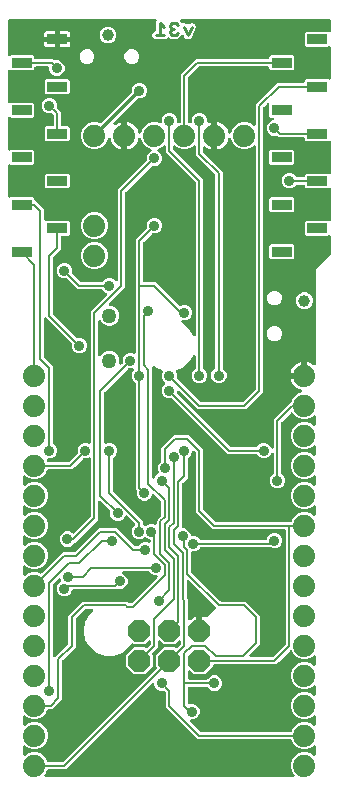
<source format=gbr>
G04 EAGLE Gerber RS-274X export*
G75*
%MOMM*%
%FSLAX34Y34*%
%LPD*%
%INBottom Copper*%
%IPPOS*%
%AMOC8*
5,1,8,0,0,1.08239X$1,22.5*%
G01*
%ADD10C,0.254000*%
%ADD11P,2.034460X8X22.500000*%
%ADD12C,1.879600*%
%ADD13R,1.700000X0.850000*%
%ADD14C,1.270000*%
%ADD15C,1.000000*%
%ADD16C,0.889000*%
%ADD17C,1.016000*%
%ADD18C,0.203200*%
%ADD19C,0.304800*%

G36*
X41490Y269761D02*
X41490Y269761D01*
X41589Y269764D01*
X41647Y269781D01*
X41707Y269789D01*
X41799Y269825D01*
X41894Y269853D01*
X41946Y269883D01*
X42003Y269906D01*
X42083Y269964D01*
X42168Y270014D01*
X42243Y270080D01*
X42260Y270092D01*
X42268Y270102D01*
X42289Y270120D01*
X49060Y276891D01*
X49078Y276915D01*
X49101Y276934D01*
X49175Y277040D01*
X49255Y277142D01*
X49266Y277170D01*
X49284Y277194D01*
X49329Y277315D01*
X49381Y277434D01*
X49386Y277464D01*
X49396Y277492D01*
X49410Y277620D01*
X49431Y277748D01*
X49428Y277778D01*
X49431Y277808D01*
X49413Y277936D01*
X49402Y278051D01*
X49402Y280689D01*
X50388Y283069D01*
X52211Y284892D01*
X54591Y285878D01*
X57168Y285878D01*
X58696Y285245D01*
X58744Y285232D01*
X58789Y285211D01*
X58897Y285190D01*
X59003Y285161D01*
X59053Y285160D01*
X59102Y285151D01*
X59211Y285158D01*
X59321Y285156D01*
X59369Y285167D01*
X59419Y285171D01*
X59523Y285204D01*
X59630Y285230D01*
X59674Y285253D01*
X59721Y285269D01*
X59814Y285327D01*
X59911Y285379D01*
X59948Y285412D01*
X59990Y285439D01*
X60065Y285519D01*
X60147Y285593D01*
X60174Y285634D01*
X60208Y285670D01*
X60261Y285767D01*
X60321Y285858D01*
X60338Y285905D01*
X60362Y285949D01*
X60389Y286055D01*
X60425Y286159D01*
X60429Y286209D01*
X60441Y286257D01*
X60451Y286418D01*
X60451Y397503D01*
X62609Y399660D01*
X74034Y411086D01*
X74065Y411125D01*
X74102Y411159D01*
X74162Y411250D01*
X74229Y411337D01*
X74249Y411383D01*
X74276Y411424D01*
X74312Y411528D01*
X74356Y411629D01*
X74364Y411678D01*
X74380Y411725D01*
X74388Y411835D01*
X74406Y411943D01*
X74401Y411993D01*
X74405Y412042D01*
X74386Y412150D01*
X74376Y412260D01*
X74359Y412307D01*
X74350Y412356D01*
X74305Y412456D01*
X74268Y412559D01*
X74240Y412600D01*
X74220Y412646D01*
X74151Y412731D01*
X74090Y412822D01*
X74052Y412855D01*
X74021Y412894D01*
X73934Y412960D01*
X73851Y413033D01*
X73807Y413055D01*
X73767Y413085D01*
X73623Y413156D01*
X72531Y413608D01*
X70649Y415490D01*
X70618Y415544D01*
X70598Y415565D01*
X70582Y415590D01*
X70487Y415679D01*
X70397Y415772D01*
X70372Y415788D01*
X70350Y415808D01*
X70237Y415871D01*
X70126Y415939D01*
X70098Y415947D01*
X70072Y415962D01*
X69946Y415994D01*
X69822Y416032D01*
X69793Y416034D01*
X69764Y416041D01*
X69603Y416051D01*
X49537Y416051D01*
X40609Y424980D01*
X40585Y424998D01*
X40566Y425020D01*
X40460Y425095D01*
X40358Y425175D01*
X40330Y425186D01*
X40306Y425203D01*
X40185Y425249D01*
X40066Y425301D01*
X40036Y425306D01*
X40009Y425316D01*
X39880Y425330D01*
X39752Y425351D01*
X39722Y425348D01*
X39693Y425351D01*
X39564Y425333D01*
X39449Y425322D01*
X36811Y425322D01*
X34431Y426308D01*
X32608Y428131D01*
X31622Y430511D01*
X31622Y433089D01*
X32608Y435469D01*
X34431Y437292D01*
X36811Y438278D01*
X39389Y438278D01*
X41769Y437292D01*
X43592Y435469D01*
X44578Y433089D01*
X44578Y430428D01*
X44561Y430368D01*
X44561Y430338D01*
X44554Y430309D01*
X44558Y430180D01*
X44556Y430050D01*
X44563Y430021D01*
X44564Y429991D01*
X44600Y429867D01*
X44630Y429740D01*
X44644Y429714D01*
X44652Y429686D01*
X44718Y429574D01*
X44779Y429459D01*
X44799Y429438D01*
X44814Y429412D01*
X44920Y429291D01*
X51691Y422520D01*
X51769Y422460D01*
X51841Y422392D01*
X51894Y422363D01*
X51942Y422326D01*
X52033Y422286D01*
X52120Y422238D01*
X52179Y422223D01*
X52234Y422199D01*
X52332Y422184D01*
X52428Y422159D01*
X52528Y422153D01*
X52548Y422149D01*
X52561Y422151D01*
X52589Y422149D01*
X69603Y422149D01*
X69633Y422152D01*
X69662Y422150D01*
X69790Y422172D01*
X69919Y422189D01*
X69946Y422199D01*
X69976Y422205D01*
X70094Y422258D01*
X70215Y422306D01*
X70238Y422323D01*
X70265Y422335D01*
X70367Y422416D01*
X70472Y422492D01*
X70491Y422515D01*
X70514Y422534D01*
X70592Y422638D01*
X70666Y422727D01*
X72531Y424592D01*
X74911Y425578D01*
X77489Y425578D01*
X79869Y424592D01*
X81145Y423316D01*
X81254Y423231D01*
X81361Y423142D01*
X81380Y423134D01*
X81396Y423121D01*
X81523Y423066D01*
X81649Y423007D01*
X81669Y423003D01*
X81688Y422995D01*
X81826Y422973D01*
X81962Y422947D01*
X81982Y422948D01*
X82002Y422945D01*
X82141Y422958D01*
X82279Y422967D01*
X82298Y422973D01*
X82318Y422975D01*
X82450Y423022D01*
X82581Y423065D01*
X82599Y423076D01*
X82618Y423083D01*
X82733Y423161D01*
X82850Y423235D01*
X82864Y423250D01*
X82881Y423261D01*
X82973Y423366D01*
X83068Y423467D01*
X83078Y423484D01*
X83091Y423500D01*
X83155Y423624D01*
X83222Y423745D01*
X83227Y423765D01*
X83236Y423783D01*
X83266Y423919D01*
X83301Y424053D01*
X83303Y424081D01*
X83306Y424093D01*
X83305Y424114D01*
X83311Y424214D01*
X83311Y500373D01*
X107480Y524541D01*
X107498Y524565D01*
X107520Y524584D01*
X107595Y524690D01*
X107675Y524792D01*
X107686Y524820D01*
X107703Y524844D01*
X107749Y524965D01*
X107801Y525084D01*
X107806Y525114D01*
X107816Y525141D01*
X107830Y525270D01*
X107851Y525398D01*
X107848Y525428D01*
X107851Y525457D01*
X107833Y525586D01*
X107822Y525701D01*
X107822Y528339D01*
X108808Y530719D01*
X110631Y532542D01*
X111066Y532722D01*
X111187Y532791D01*
X111310Y532856D01*
X111324Y532869D01*
X111342Y532879D01*
X111442Y532976D01*
X111545Y533070D01*
X111556Y533087D01*
X111571Y533101D01*
X111643Y533219D01*
X111720Y533335D01*
X111726Y533355D01*
X111737Y533372D01*
X111778Y533504D01*
X111823Y533636D01*
X111824Y533656D01*
X111830Y533676D01*
X111837Y533814D01*
X111848Y533953D01*
X111845Y533973D01*
X111846Y533993D01*
X111817Y534130D01*
X111794Y534267D01*
X111785Y534285D01*
X111781Y534305D01*
X111720Y534430D01*
X111663Y534556D01*
X111650Y534572D01*
X111642Y534590D01*
X111551Y534696D01*
X111464Y534805D01*
X111448Y534817D01*
X111435Y534832D01*
X111321Y534913D01*
X111210Y534996D01*
X111185Y535009D01*
X111175Y535016D01*
X111156Y535023D01*
X111066Y535067D01*
X107825Y536409D01*
X104609Y539625D01*
X102970Y543584D01*
X102906Y543696D01*
X102847Y543811D01*
X102827Y543834D01*
X102812Y543860D01*
X102722Y543953D01*
X102637Y544050D01*
X102612Y544067D01*
X102591Y544088D01*
X102480Y544156D01*
X102374Y544229D01*
X102345Y544239D01*
X102320Y544255D01*
X102196Y544293D01*
X102075Y544336D01*
X102045Y544339D01*
X102016Y544348D01*
X101887Y544354D01*
X101758Y544367D01*
X101728Y544362D01*
X101698Y544363D01*
X101572Y544337D01*
X101444Y544317D01*
X101416Y544305D01*
X101387Y544299D01*
X101270Y544242D01*
X101152Y544191D01*
X101128Y544173D01*
X101101Y544159D01*
X101003Y544075D01*
X100900Y543996D01*
X100882Y543973D01*
X100859Y543953D01*
X100785Y543847D01*
X100705Y543745D01*
X100693Y543718D01*
X100676Y543693D01*
X100630Y543572D01*
X100579Y543453D01*
X100569Y543412D01*
X100563Y543396D01*
X100561Y543374D01*
X100546Y543309D01*
X99964Y541517D01*
X99111Y539843D01*
X98006Y538322D01*
X96678Y536994D01*
X95157Y535889D01*
X93483Y535036D01*
X91696Y534455D01*
X91439Y534415D01*
X91439Y544830D01*
X91424Y544948D01*
X91417Y545067D01*
X91404Y545105D01*
X91399Y545145D01*
X91356Y545256D01*
X91319Y545369D01*
X91297Y545403D01*
X91282Y545441D01*
X91212Y545537D01*
X91149Y545638D01*
X91119Y545666D01*
X91095Y545698D01*
X91004Y545774D01*
X90917Y545856D01*
X90882Y545875D01*
X90851Y545901D01*
X90743Y545952D01*
X90639Y546009D01*
X90599Y546020D01*
X90563Y546037D01*
X90446Y546059D01*
X90331Y546089D01*
X90270Y546093D01*
X90250Y546097D01*
X90230Y546095D01*
X90170Y546099D01*
X87630Y546099D01*
X87512Y546084D01*
X87393Y546077D01*
X87355Y546064D01*
X87314Y546059D01*
X87204Y546015D01*
X87091Y545979D01*
X87056Y545957D01*
X87019Y545942D01*
X86923Y545872D01*
X86822Y545809D01*
X86794Y545779D01*
X86761Y545755D01*
X86686Y545664D01*
X86604Y545577D01*
X86584Y545542D01*
X86559Y545510D01*
X86508Y545403D01*
X86450Y545298D01*
X86440Y545259D01*
X86423Y545223D01*
X86401Y545106D01*
X86371Y544991D01*
X86367Y544930D01*
X86363Y544910D01*
X86365Y544890D01*
X86361Y544830D01*
X86361Y534415D01*
X86104Y534455D01*
X84317Y535036D01*
X82643Y535889D01*
X81122Y536994D01*
X79794Y538322D01*
X78689Y539843D01*
X77836Y541517D01*
X77246Y543334D01*
X77220Y543420D01*
X77190Y543546D01*
X77176Y543573D01*
X77168Y543602D01*
X77102Y543713D01*
X77042Y543827D01*
X77021Y543850D01*
X77006Y543876D01*
X76915Y543967D01*
X76828Y544063D01*
X76803Y544079D01*
X76781Y544101D01*
X76670Y544166D01*
X76562Y544237D01*
X76533Y544247D01*
X76508Y544263D01*
X76384Y544299D01*
X76261Y544341D01*
X76231Y544343D01*
X76202Y544351D01*
X76073Y544356D01*
X75944Y544366D01*
X75914Y544361D01*
X75884Y544362D01*
X75758Y544334D01*
X75631Y544311D01*
X75603Y544299D01*
X75574Y544292D01*
X75459Y544234D01*
X75341Y544181D01*
X75317Y544162D01*
X75290Y544148D01*
X75193Y544063D01*
X75092Y543982D01*
X75074Y543958D01*
X75052Y543938D01*
X74979Y543831D01*
X74901Y543728D01*
X74882Y543689D01*
X74873Y543675D01*
X74865Y543655D01*
X74830Y543584D01*
X73191Y539625D01*
X69975Y536409D01*
X65774Y534669D01*
X61226Y534669D01*
X57025Y536409D01*
X53809Y539625D01*
X52069Y543826D01*
X52069Y548374D01*
X53809Y552575D01*
X57025Y555791D01*
X61226Y557531D01*
X65774Y557531D01*
X67908Y556646D01*
X67937Y556639D01*
X67963Y556625D01*
X68090Y556597D01*
X68215Y556563D01*
X68245Y556562D01*
X68274Y556556D01*
X68403Y556560D01*
X68533Y556557D01*
X68562Y556564D01*
X68591Y556565D01*
X68716Y556601D01*
X68842Y556632D01*
X68869Y556645D01*
X68897Y556654D01*
X69009Y556720D01*
X69124Y556780D01*
X69145Y556800D01*
X69171Y556815D01*
X69292Y556922D01*
X94751Y582380D01*
X94811Y582459D01*
X94879Y582531D01*
X94908Y582584D01*
X94945Y582632D01*
X94985Y582723D01*
X95033Y582809D01*
X95048Y582868D01*
X95072Y582924D01*
X95087Y583022D01*
X95112Y583117D01*
X95118Y583217D01*
X95122Y583238D01*
X95120Y583250D01*
X95122Y583278D01*
X95122Y585489D01*
X96108Y587869D01*
X97931Y589692D01*
X100311Y590678D01*
X102889Y590678D01*
X105269Y589692D01*
X107092Y587869D01*
X108078Y585489D01*
X108078Y582911D01*
X107092Y580531D01*
X105269Y578708D01*
X102889Y577722D01*
X100678Y577722D01*
X100580Y577710D01*
X100481Y577707D01*
X100423Y577690D01*
X100362Y577682D01*
X100270Y577646D01*
X100175Y577618D01*
X100123Y577588D01*
X100067Y577565D01*
X99987Y577507D01*
X99901Y577457D01*
X99826Y577391D01*
X99809Y577379D01*
X99802Y577369D01*
X99780Y577351D01*
X79778Y557348D01*
X79741Y557300D01*
X79697Y557259D01*
X79644Y557175D01*
X79583Y557097D01*
X79559Y557041D01*
X79527Y556991D01*
X79496Y556896D01*
X79456Y556805D01*
X79447Y556745D01*
X79429Y556689D01*
X79422Y556589D01*
X79407Y556491D01*
X79412Y556431D01*
X79408Y556371D01*
X79427Y556273D01*
X79436Y556174D01*
X79457Y556118D01*
X79468Y556059D01*
X79510Y555968D01*
X79544Y555875D01*
X79578Y555825D01*
X79603Y555771D01*
X79667Y555694D01*
X79723Y555612D01*
X79768Y555572D01*
X79806Y555526D01*
X79886Y555467D01*
X79961Y555401D01*
X80014Y555374D01*
X80063Y555339D01*
X80156Y555302D01*
X80244Y555256D01*
X80303Y555243D01*
X80358Y555221D01*
X80457Y555209D01*
X80555Y555187D01*
X80614Y555189D01*
X80674Y555181D01*
X80773Y555193D01*
X80872Y555196D01*
X80930Y555213D01*
X80990Y555221D01*
X81082Y555257D01*
X81178Y555285D01*
X81230Y555315D01*
X81285Y555337D01*
X81421Y555423D01*
X82643Y556311D01*
X84317Y557164D01*
X86104Y557745D01*
X86361Y557785D01*
X86361Y547370D01*
X86376Y547252D01*
X86383Y547133D01*
X86396Y547095D01*
X86401Y547055D01*
X86444Y546944D01*
X86481Y546831D01*
X86503Y546797D01*
X86518Y546759D01*
X86588Y546663D01*
X86651Y546562D01*
X86681Y546534D01*
X86704Y546502D01*
X86796Y546426D01*
X86883Y546344D01*
X86918Y546325D01*
X86949Y546299D01*
X87057Y546248D01*
X87161Y546191D01*
X87201Y546180D01*
X87237Y546163D01*
X87354Y546141D01*
X87469Y546111D01*
X87530Y546107D01*
X87550Y546103D01*
X87570Y546105D01*
X87630Y546101D01*
X90170Y546101D01*
X90288Y546116D01*
X90407Y546123D01*
X90445Y546136D01*
X90485Y546141D01*
X90596Y546185D01*
X90709Y546221D01*
X90744Y546243D01*
X90781Y546258D01*
X90877Y546328D01*
X90978Y546391D01*
X91006Y546421D01*
X91039Y546445D01*
X91114Y546536D01*
X91196Y546623D01*
X91216Y546658D01*
X91241Y546690D01*
X91292Y546797D01*
X91350Y546902D01*
X91360Y546941D01*
X91377Y546977D01*
X91399Y547094D01*
X91429Y547209D01*
X91433Y547270D01*
X91437Y547290D01*
X91435Y547310D01*
X91439Y547370D01*
X91439Y557785D01*
X91696Y557745D01*
X93483Y557164D01*
X95157Y556311D01*
X96678Y555206D01*
X98006Y553878D01*
X99111Y552357D01*
X99964Y550683D01*
X100554Y548866D01*
X100579Y548780D01*
X100610Y548654D01*
X100624Y548627D01*
X100632Y548598D01*
X100698Y548487D01*
X100758Y548373D01*
X100779Y548350D01*
X100794Y548324D01*
X100885Y548233D01*
X100972Y548137D01*
X100997Y548121D01*
X101019Y548100D01*
X101130Y548034D01*
X101238Y547963D01*
X101267Y547953D01*
X101292Y547937D01*
X101416Y547901D01*
X101539Y547859D01*
X101569Y547857D01*
X101598Y547849D01*
X101727Y547844D01*
X101856Y547834D01*
X101886Y547839D01*
X101916Y547838D01*
X102042Y547866D01*
X102169Y547889D01*
X102197Y547901D01*
X102226Y547907D01*
X102341Y547966D01*
X102459Y548019D01*
X102483Y548038D01*
X102510Y548052D01*
X102606Y548137D01*
X102708Y548218D01*
X102726Y548242D01*
X102748Y548262D01*
X102821Y548368D01*
X102899Y548472D01*
X102918Y548510D01*
X102927Y548524D01*
X102935Y548545D01*
X102970Y548616D01*
X104609Y552575D01*
X107825Y555791D01*
X112026Y557531D01*
X116574Y557531D01*
X118767Y556622D01*
X118815Y556609D01*
X118860Y556588D01*
X118968Y556567D01*
X119074Y556538D01*
X119124Y556537D01*
X119173Y556528D01*
X119282Y556535D01*
X119392Y556533D01*
X119440Y556545D01*
X119490Y556548D01*
X119594Y556582D01*
X119701Y556607D01*
X119745Y556631D01*
X119792Y556646D01*
X119885Y556705D01*
X119982Y556756D01*
X120019Y556789D01*
X120061Y556816D01*
X120136Y556896D01*
X120218Y556970D01*
X120245Y557011D01*
X120279Y557048D01*
X120332Y557144D01*
X120392Y557236D01*
X120409Y557283D01*
X120433Y557326D01*
X120460Y557432D01*
X120496Y557536D01*
X120500Y557586D01*
X120512Y557634D01*
X120522Y557795D01*
X120522Y560089D01*
X121508Y562469D01*
X123331Y564292D01*
X125711Y565278D01*
X128289Y565278D01*
X130669Y564292D01*
X132492Y562469D01*
X133478Y560089D01*
X133478Y557795D01*
X133484Y557745D01*
X133482Y557696D01*
X133504Y557588D01*
X133518Y557479D01*
X133536Y557433D01*
X133546Y557384D01*
X133594Y557286D01*
X133635Y557184D01*
X133664Y557143D01*
X133686Y557099D01*
X133757Y557015D01*
X133821Y556926D01*
X133860Y556895D01*
X133892Y556857D01*
X133982Y556793D01*
X134066Y556723D01*
X134111Y556702D01*
X134152Y556674D01*
X134255Y556635D01*
X134354Y556588D01*
X134403Y556579D01*
X134449Y556561D01*
X134559Y556549D01*
X134666Y556528D01*
X134716Y556531D01*
X134765Y556526D01*
X134874Y556541D01*
X134984Y556548D01*
X135031Y556563D01*
X135080Y556570D01*
X135233Y556622D01*
X135868Y556885D01*
X135893Y556900D01*
X135921Y556909D01*
X136031Y556978D01*
X136144Y557043D01*
X136165Y557063D01*
X136190Y557079D01*
X136279Y557174D01*
X136372Y557264D01*
X136388Y557289D01*
X136408Y557311D01*
X136471Y557424D01*
X136539Y557535D01*
X136547Y557563D01*
X136562Y557589D01*
X136594Y557715D01*
X136632Y557839D01*
X136634Y557869D01*
X136641Y557897D01*
X136651Y558058D01*
X136651Y598163D01*
X149237Y610749D01*
X210198Y610749D01*
X210316Y610764D01*
X210435Y610771D01*
X210473Y610784D01*
X210514Y610789D01*
X210624Y610832D01*
X210737Y610869D01*
X210772Y610891D01*
X210809Y610906D01*
X210905Y610975D01*
X211006Y611039D01*
X211034Y611069D01*
X211067Y611092D01*
X211143Y611184D01*
X211224Y611271D01*
X211244Y611306D01*
X211269Y611337D01*
X211320Y611445D01*
X211378Y611549D01*
X211388Y611589D01*
X211405Y611625D01*
X211427Y611742D01*
X211457Y611857D01*
X211461Y611917D01*
X211465Y611937D01*
X211463Y611958D01*
X211467Y612018D01*
X211467Y612792D01*
X212658Y613983D01*
X231342Y613983D01*
X232533Y612792D01*
X232533Y602608D01*
X231342Y601417D01*
X212658Y601417D01*
X211467Y602608D01*
X211467Y603382D01*
X211452Y603500D01*
X211445Y603619D01*
X211432Y603657D01*
X211427Y603698D01*
X211384Y603808D01*
X211347Y603921D01*
X211325Y603956D01*
X211310Y603993D01*
X211241Y604089D01*
X211177Y604190D01*
X211147Y604218D01*
X211124Y604251D01*
X211032Y604327D01*
X210945Y604408D01*
X210910Y604428D01*
X210879Y604453D01*
X210771Y604504D01*
X210667Y604562D01*
X210627Y604572D01*
X210591Y604589D01*
X210474Y604611D01*
X210359Y604641D01*
X210299Y604645D01*
X210279Y604649D01*
X210258Y604647D01*
X210198Y604651D01*
X152289Y604651D01*
X152190Y604639D01*
X152091Y604636D01*
X152033Y604619D01*
X151973Y604611D01*
X151881Y604575D01*
X151786Y604547D01*
X151734Y604517D01*
X151677Y604494D01*
X151597Y604436D01*
X151512Y604386D01*
X151437Y604320D01*
X151420Y604308D01*
X151412Y604298D01*
X151391Y604280D01*
X143120Y596009D01*
X143060Y595931D01*
X142992Y595859D01*
X142963Y595806D01*
X142926Y595758D01*
X142886Y595667D01*
X142838Y595580D01*
X142823Y595521D01*
X142799Y595466D01*
X142784Y595368D01*
X142759Y595272D01*
X142753Y595172D01*
X142749Y595152D01*
X142751Y595139D01*
X142749Y595111D01*
X142749Y558058D01*
X142752Y558029D01*
X142750Y557999D01*
X142772Y557871D01*
X142789Y557742D01*
X142799Y557715D01*
X142804Y557686D01*
X142858Y557567D01*
X142906Y557447D01*
X142923Y557423D01*
X142935Y557396D01*
X143016Y557294D01*
X143092Y557189D01*
X143115Y557170D01*
X143134Y557147D01*
X143237Y557069D01*
X143337Y556986D01*
X143364Y556974D01*
X143388Y556956D01*
X143532Y556885D01*
X144167Y556622D01*
X144215Y556609D01*
X144260Y556588D01*
X144368Y556567D01*
X144474Y556538D01*
X144524Y556537D01*
X144573Y556528D01*
X144682Y556535D01*
X144792Y556533D01*
X144840Y556545D01*
X144890Y556548D01*
X144994Y556582D01*
X145101Y556607D01*
X145145Y556631D01*
X145192Y556646D01*
X145285Y556705D01*
X145382Y556756D01*
X145419Y556789D01*
X145461Y556816D01*
X145536Y556896D01*
X145618Y556970D01*
X145645Y557011D01*
X145679Y557048D01*
X145732Y557144D01*
X145792Y557236D01*
X145809Y557283D01*
X145833Y557326D01*
X145860Y557432D01*
X145896Y557536D01*
X145900Y557586D01*
X145912Y557634D01*
X145922Y557795D01*
X145922Y560089D01*
X146908Y562469D01*
X148731Y564292D01*
X151111Y565278D01*
X153689Y565278D01*
X156069Y564292D01*
X157892Y562469D01*
X158878Y560089D01*
X158878Y558378D01*
X158899Y558206D01*
X158917Y558063D01*
X158918Y558063D01*
X158983Y557897D01*
X159034Y557768D01*
X159034Y557767D01*
X159035Y557767D01*
X159131Y557634D01*
X159221Y557510D01*
X159338Y557413D01*
X159466Y557307D01*
X159579Y557254D01*
X159753Y557172D01*
X159754Y557172D01*
X159754Y557171D01*
X159880Y557147D01*
X160066Y557112D01*
X160212Y557121D01*
X160383Y557131D01*
X160384Y557131D01*
X160385Y557132D01*
X160539Y557171D01*
X162304Y557745D01*
X162561Y557785D01*
X162561Y547370D01*
X162576Y547252D01*
X162583Y547133D01*
X162596Y547095D01*
X162601Y547055D01*
X162644Y546944D01*
X162681Y546831D01*
X162703Y546797D01*
X162718Y546759D01*
X162788Y546663D01*
X162851Y546562D01*
X162881Y546534D01*
X162904Y546502D01*
X162996Y546426D01*
X163083Y546344D01*
X163118Y546325D01*
X163149Y546299D01*
X163257Y546248D01*
X163361Y546191D01*
X163401Y546180D01*
X163437Y546163D01*
X163554Y546141D01*
X163669Y546111D01*
X163730Y546107D01*
X163750Y546103D01*
X163770Y546105D01*
X163830Y546101D01*
X166370Y546101D01*
X166488Y546116D01*
X166607Y546123D01*
X166645Y546136D01*
X166685Y546141D01*
X166796Y546185D01*
X166909Y546221D01*
X166944Y546243D01*
X166981Y546258D01*
X167077Y546328D01*
X167178Y546391D01*
X167206Y546421D01*
X167239Y546445D01*
X167314Y546536D01*
X167396Y546623D01*
X167416Y546658D01*
X167441Y546690D01*
X167492Y546797D01*
X167550Y546902D01*
X167560Y546941D01*
X167577Y546977D01*
X167599Y547094D01*
X167629Y547209D01*
X167633Y547270D01*
X167637Y547290D01*
X167635Y547310D01*
X167639Y547370D01*
X167639Y557785D01*
X167896Y557745D01*
X169683Y557164D01*
X171357Y556311D01*
X172878Y555206D01*
X174206Y553878D01*
X175311Y552357D01*
X176164Y550683D01*
X176754Y548866D01*
X176779Y548780D01*
X176810Y548654D01*
X176824Y548627D01*
X176832Y548598D01*
X176898Y548487D01*
X176958Y548373D01*
X176979Y548350D01*
X176994Y548324D01*
X177085Y548233D01*
X177172Y548137D01*
X177197Y548121D01*
X177219Y548100D01*
X177330Y548034D01*
X177438Y547963D01*
X177467Y547953D01*
X177492Y547937D01*
X177616Y547901D01*
X177739Y547859D01*
X177769Y547857D01*
X177798Y547849D01*
X177927Y547844D01*
X178056Y547834D01*
X178086Y547839D01*
X178116Y547838D01*
X178242Y547866D01*
X178369Y547889D01*
X178397Y547901D01*
X178426Y547907D01*
X178541Y547966D01*
X178659Y548019D01*
X178683Y548038D01*
X178710Y548052D01*
X178806Y548137D01*
X178908Y548218D01*
X178926Y548242D01*
X178948Y548262D01*
X179021Y548368D01*
X179099Y548472D01*
X179118Y548510D01*
X179127Y548524D01*
X179135Y548545D01*
X179170Y548616D01*
X180809Y552575D01*
X184025Y555791D01*
X188226Y557531D01*
X192774Y557531D01*
X196975Y555791D01*
X197985Y554781D01*
X198094Y554696D01*
X198201Y554607D01*
X198220Y554598D01*
X198236Y554586D01*
X198363Y554531D01*
X198489Y554472D01*
X198509Y554468D01*
X198528Y554460D01*
X198666Y554438D01*
X198802Y554412D01*
X198822Y554413D01*
X198842Y554410D01*
X198981Y554423D01*
X199119Y554432D01*
X199138Y554438D01*
X199158Y554440D01*
X199290Y554487D01*
X199421Y554530D01*
X199439Y554540D01*
X199458Y554547D01*
X199573Y554625D01*
X199690Y554700D01*
X199704Y554714D01*
X199721Y554726D01*
X199813Y554830D01*
X199908Y554931D01*
X199918Y554949D01*
X199931Y554964D01*
X199994Y555088D01*
X200062Y555210D01*
X200067Y555229D01*
X200076Y555247D01*
X200106Y555383D01*
X200141Y555518D01*
X200143Y555546D01*
X200146Y555558D01*
X200145Y555578D01*
X200151Y555678D01*
X200151Y572763D01*
X218137Y590749D01*
X240198Y590749D01*
X240316Y590764D01*
X240435Y590771D01*
X240473Y590784D01*
X240514Y590789D01*
X240624Y590832D01*
X240737Y590869D01*
X240772Y590891D01*
X240809Y590906D01*
X240905Y590975D01*
X241006Y591039D01*
X241034Y591069D01*
X241067Y591092D01*
X241143Y591184D01*
X241224Y591271D01*
X241244Y591306D01*
X241269Y591337D01*
X241320Y591445D01*
X241378Y591549D01*
X241388Y591589D01*
X241405Y591625D01*
X241427Y591742D01*
X241457Y591857D01*
X241461Y591917D01*
X241465Y591937D01*
X241463Y591958D01*
X241467Y592018D01*
X241467Y592792D01*
X242658Y593983D01*
X261342Y593983D01*
X261484Y593840D01*
X261594Y593755D01*
X261701Y593666D01*
X261720Y593658D01*
X261736Y593645D01*
X261864Y593590D01*
X261989Y593531D01*
X262009Y593527D01*
X262028Y593519D01*
X262166Y593497D01*
X262302Y593471D01*
X262322Y593472D01*
X262342Y593469D01*
X262481Y593482D01*
X262619Y593491D01*
X262638Y593497D01*
X262658Y593499D01*
X262789Y593546D01*
X262921Y593589D01*
X262939Y593600D01*
X262958Y593606D01*
X263072Y593684D01*
X263190Y593759D01*
X263204Y593774D01*
X263221Y593785D01*
X263313Y593889D01*
X263408Y593991D01*
X263418Y594008D01*
X263431Y594023D01*
X263494Y594147D01*
X263562Y594269D01*
X263567Y594289D01*
X263576Y594307D01*
X263606Y594443D01*
X263641Y594577D01*
X263643Y594605D01*
X263646Y594617D01*
X263645Y594637D01*
X263651Y594738D01*
X263651Y620662D01*
X263634Y620800D01*
X263621Y620939D01*
X263614Y620958D01*
X263611Y620978D01*
X263560Y621107D01*
X263513Y621238D01*
X263502Y621255D01*
X263494Y621274D01*
X263413Y621386D01*
X263335Y621501D01*
X263319Y621514D01*
X263308Y621531D01*
X263200Y621620D01*
X263096Y621712D01*
X263078Y621721D01*
X263063Y621734D01*
X262937Y621793D01*
X262813Y621856D01*
X262793Y621861D01*
X262775Y621869D01*
X262639Y621895D01*
X262503Y621926D01*
X262482Y621925D01*
X262463Y621929D01*
X262324Y621920D01*
X262185Y621916D01*
X262165Y621911D01*
X262145Y621909D01*
X262013Y621866D01*
X261879Y621828D01*
X261862Y621817D01*
X261843Y621811D01*
X261725Y621737D01*
X261605Y621666D01*
X261584Y621648D01*
X261574Y621641D01*
X261560Y621626D01*
X261484Y621560D01*
X261342Y621417D01*
X242658Y621417D01*
X241467Y622608D01*
X241467Y632792D01*
X242658Y633983D01*
X261342Y633983D01*
X261484Y633840D01*
X261594Y633755D01*
X261701Y633666D01*
X261720Y633658D01*
X261736Y633645D01*
X261864Y633590D01*
X261989Y633531D01*
X262009Y633527D01*
X262028Y633519D01*
X262166Y633497D01*
X262302Y633471D01*
X262322Y633472D01*
X262342Y633469D01*
X262481Y633482D01*
X262619Y633491D01*
X262638Y633497D01*
X262658Y633499D01*
X262789Y633546D01*
X262921Y633589D01*
X262939Y633600D01*
X262958Y633606D01*
X263072Y633684D01*
X263190Y633759D01*
X263204Y633774D01*
X263221Y633785D01*
X263313Y633889D01*
X263408Y633991D01*
X263418Y634008D01*
X263431Y634023D01*
X263494Y634147D01*
X263562Y634269D01*
X263567Y634289D01*
X263576Y634307D01*
X263606Y634443D01*
X263641Y634577D01*
X263643Y634605D01*
X263646Y634617D01*
X263645Y634637D01*
X263651Y634738D01*
X263651Y643382D01*
X263636Y643500D01*
X263629Y643619D01*
X263616Y643657D01*
X263611Y643698D01*
X263568Y643808D01*
X263531Y643921D01*
X263509Y643956D01*
X263494Y643993D01*
X263425Y644089D01*
X263361Y644190D01*
X263331Y644218D01*
X263308Y644251D01*
X263216Y644327D01*
X263129Y644408D01*
X263094Y644428D01*
X263063Y644453D01*
X262955Y644504D01*
X262851Y644562D01*
X262811Y644572D01*
X262775Y644589D01*
X262658Y644611D01*
X262543Y644641D01*
X262483Y644645D01*
X262463Y644649D01*
X262442Y644647D01*
X262382Y644651D01*
X137104Y644651D01*
X136966Y644634D01*
X136827Y644621D01*
X136808Y644614D01*
X136788Y644611D01*
X136659Y644560D01*
X136528Y644513D01*
X136511Y644502D01*
X136492Y644494D01*
X136380Y644413D01*
X136265Y644335D01*
X136251Y644319D01*
X136235Y644308D01*
X136146Y644200D01*
X136054Y644096D01*
X136045Y644078D01*
X136032Y644063D01*
X135973Y643937D01*
X135910Y643813D01*
X135905Y643793D01*
X135897Y643775D01*
X135871Y643639D01*
X135840Y643503D01*
X135841Y643482D01*
X135837Y643463D01*
X135846Y643324D01*
X135850Y643185D01*
X135855Y643165D01*
X135857Y643145D01*
X135900Y643013D01*
X135938Y642879D01*
X135949Y642862D01*
X135955Y642843D01*
X136029Y642725D01*
X136100Y642605D01*
X136118Y642584D01*
X136125Y642574D01*
X136140Y642560D01*
X136206Y642484D01*
X136336Y642355D01*
X137129Y641561D01*
X137188Y641516D01*
X137241Y641462D01*
X137313Y641419D01*
X137381Y641366D01*
X137449Y641337D01*
X137513Y641298D01*
X137594Y641274D01*
X137673Y641240D01*
X137746Y641228D01*
X137818Y641207D01*
X137903Y641203D01*
X137987Y641190D01*
X138061Y641197D01*
X138135Y641194D01*
X138219Y641212D01*
X138303Y641220D01*
X138373Y641245D01*
X138446Y641261D01*
X138595Y641324D01*
X139017Y641535D01*
X141651Y640657D01*
X141702Y640581D01*
X141739Y640548D01*
X141769Y640509D01*
X141857Y640443D01*
X141939Y640369D01*
X141983Y640346D01*
X142022Y640316D01*
X142123Y640273D01*
X142221Y640222D01*
X142269Y640211D01*
X142315Y640192D01*
X142424Y640176D01*
X142531Y640151D01*
X142580Y640152D01*
X142629Y640144D01*
X142739Y640156D01*
X142849Y640158D01*
X142896Y640171D01*
X142946Y640176D01*
X143049Y640214D01*
X143155Y640244D01*
X143198Y640269D01*
X143244Y640286D01*
X143335Y640349D01*
X143430Y640404D01*
X143465Y640439D01*
X143506Y640467D01*
X143578Y640550D01*
X143657Y640627D01*
X143676Y640659D01*
X146303Y641535D01*
X148751Y640311D01*
X149616Y637716D01*
X145760Y630004D01*
X145757Y629995D01*
X145751Y629987D01*
X145691Y629837D01*
X145351Y628817D01*
X145236Y628741D01*
X145230Y628734D01*
X145223Y628729D01*
X145125Y628616D01*
X145024Y628504D01*
X145020Y628496D01*
X145019Y628495D01*
X144013Y628160D01*
X144004Y628155D01*
X143995Y628153D01*
X143847Y628091D01*
X142885Y627610D01*
X142750Y627637D01*
X142741Y627636D01*
X142732Y627638D01*
X142583Y627628D01*
X142432Y627619D01*
X142424Y627617D01*
X142422Y627616D01*
X141474Y628091D01*
X141465Y628094D01*
X141457Y628099D01*
X141308Y628160D01*
X140288Y628499D01*
X140211Y628614D01*
X140204Y628620D01*
X140199Y628628D01*
X140087Y628726D01*
X139974Y628826D01*
X139966Y628831D01*
X139965Y628831D01*
X139630Y629837D01*
X139626Y629846D01*
X139624Y629855D01*
X139561Y630004D01*
X139210Y630705D01*
X139208Y630709D01*
X139206Y630713D01*
X139119Y630842D01*
X139033Y630970D01*
X139030Y630973D01*
X139028Y630977D01*
X138913Y631078D01*
X138796Y631182D01*
X138792Y631184D01*
X138789Y631187D01*
X138652Y631257D01*
X138514Y631329D01*
X138510Y631330D01*
X138506Y631332D01*
X138356Y631365D01*
X138204Y631400D01*
X138200Y631400D01*
X138196Y631401D01*
X138040Y631397D01*
X137887Y631393D01*
X137882Y631392D01*
X137878Y631392D01*
X137729Y631349D01*
X137580Y631307D01*
X137576Y631305D01*
X137572Y631303D01*
X137439Y631225D01*
X137305Y631147D01*
X137302Y631144D01*
X137298Y631142D01*
X137177Y631035D01*
X134029Y627887D01*
X127904Y627887D01*
X126864Y628927D01*
X126770Y629000D01*
X126681Y629078D01*
X126645Y629097D01*
X126613Y629121D01*
X126504Y629169D01*
X126398Y629223D01*
X126358Y629232D01*
X126321Y629248D01*
X126204Y629267D01*
X126088Y629293D01*
X126047Y629291D01*
X126007Y629298D01*
X125889Y629287D01*
X125770Y629283D01*
X125731Y629272D01*
X125691Y629268D01*
X125578Y629228D01*
X125464Y629194D01*
X125429Y629174D01*
X125391Y629160D01*
X125293Y629093D01*
X125190Y629033D01*
X125145Y628993D01*
X125128Y628982D01*
X125115Y628966D01*
X125069Y628927D01*
X124030Y627887D01*
X114515Y627887D01*
X112580Y629822D01*
X112580Y632558D01*
X114515Y634493D01*
X114701Y634493D01*
X114819Y634508D01*
X114937Y634515D01*
X114976Y634528D01*
X115016Y634533D01*
X115127Y634576D01*
X115240Y634613D01*
X115274Y634635D01*
X115312Y634650D01*
X115408Y634719D01*
X115509Y634783D01*
X115536Y634813D01*
X115569Y634836D01*
X115645Y634928D01*
X115727Y635015D01*
X115746Y635050D01*
X115772Y635081D01*
X115823Y635189D01*
X115880Y635293D01*
X115890Y635333D01*
X115907Y635369D01*
X115930Y635486D01*
X115960Y635601D01*
X115963Y635661D01*
X115967Y635681D01*
X115966Y635702D01*
X115970Y635762D01*
X115970Y642845D01*
X115978Y642864D01*
X116037Y642989D01*
X116041Y643009D01*
X116049Y643028D01*
X116071Y643165D01*
X116097Y643302D01*
X116096Y643322D01*
X116099Y643342D01*
X116086Y643480D01*
X116077Y643619D01*
X116071Y643638D01*
X116069Y643658D01*
X116022Y643790D01*
X115979Y643921D01*
X115968Y643938D01*
X115961Y643958D01*
X115883Y644073D01*
X115809Y644190D01*
X115794Y644204D01*
X115783Y644221D01*
X115678Y644313D01*
X115577Y644408D01*
X115560Y644418D01*
X115544Y644431D01*
X115421Y644494D01*
X115299Y644562D01*
X115279Y644567D01*
X115261Y644576D01*
X115125Y644606D01*
X114991Y644641D01*
X114963Y644643D01*
X114951Y644646D01*
X114930Y644645D01*
X114830Y644651D01*
X-8382Y644651D01*
X-8500Y644636D01*
X-8619Y644629D01*
X-8657Y644616D01*
X-8698Y644611D01*
X-8808Y644568D01*
X-8921Y644531D01*
X-8956Y644509D01*
X-8993Y644494D01*
X-9089Y644425D01*
X-9190Y644361D01*
X-9218Y644331D01*
X-9251Y644308D01*
X-9327Y644216D01*
X-9408Y644129D01*
X-9428Y644094D01*
X-9453Y644063D01*
X-9504Y643955D01*
X-9562Y643851D01*
X-9572Y643811D01*
X-9589Y643775D01*
X-9611Y643658D01*
X-9641Y643543D01*
X-9645Y643483D01*
X-9649Y643463D01*
X-9647Y643442D01*
X-9651Y643382D01*
X-9651Y614738D01*
X-9634Y614600D01*
X-9621Y614461D01*
X-9614Y614442D01*
X-9611Y614422D01*
X-9560Y614293D01*
X-9513Y614162D01*
X-9502Y614145D01*
X-9494Y614126D01*
X-9413Y614014D01*
X-9335Y613899D01*
X-9319Y613886D01*
X-9308Y613869D01*
X-9200Y613780D01*
X-9096Y613688D01*
X-9078Y613679D01*
X-9063Y613666D01*
X-8937Y613607D01*
X-8813Y613544D01*
X-8793Y613539D01*
X-8775Y613531D01*
X-8639Y613505D01*
X-8503Y613474D01*
X-8482Y613475D01*
X-8463Y613471D01*
X-8324Y613480D01*
X-8185Y613484D01*
X-8165Y613489D01*
X-8145Y613491D01*
X-8013Y613534D01*
X-7879Y613572D01*
X-7862Y613583D01*
X-7843Y613589D01*
X-7725Y613663D01*
X-7605Y613734D01*
X-7584Y613752D01*
X-7574Y613759D01*
X-7560Y613774D01*
X-7484Y613840D01*
X-7342Y613983D01*
X11342Y613983D01*
X12533Y612792D01*
X12533Y612018D01*
X12548Y611900D01*
X12555Y611781D01*
X12568Y611743D01*
X12573Y611702D01*
X12616Y611592D01*
X12653Y611479D01*
X12675Y611444D01*
X12690Y611407D01*
X12759Y611311D01*
X12823Y611210D01*
X12853Y611182D01*
X12876Y611149D01*
X12968Y611073D01*
X13055Y610992D01*
X13090Y610972D01*
X13121Y610947D01*
X13229Y610896D01*
X13333Y610838D01*
X13373Y610828D01*
X13409Y610811D01*
X13526Y610789D01*
X13641Y610759D01*
X13701Y610755D01*
X13721Y610751D01*
X13742Y610753D01*
X13802Y610749D01*
X28563Y610749D01*
X29241Y610070D01*
X29265Y610052D01*
X29284Y610029D01*
X29390Y609955D01*
X29492Y609875D01*
X29520Y609864D01*
X29544Y609846D01*
X29665Y609801D01*
X29784Y609749D01*
X29814Y609744D01*
X29842Y609734D01*
X29970Y609720D01*
X30098Y609699D01*
X30128Y609702D01*
X30158Y609699D01*
X30286Y609717D01*
X30401Y609728D01*
X33039Y609728D01*
X35419Y608742D01*
X37242Y606919D01*
X38228Y604539D01*
X38228Y601961D01*
X37242Y599581D01*
X35419Y597758D01*
X33039Y596772D01*
X30461Y596772D01*
X28081Y597758D01*
X26258Y599581D01*
X25272Y601961D01*
X25272Y603382D01*
X25257Y603500D01*
X25250Y603619D01*
X25237Y603657D01*
X25232Y603698D01*
X25189Y603808D01*
X25152Y603921D01*
X25130Y603956D01*
X25115Y603993D01*
X25046Y604089D01*
X24982Y604190D01*
X24952Y604218D01*
X24929Y604251D01*
X24837Y604327D01*
X24750Y604408D01*
X24715Y604428D01*
X24684Y604453D01*
X24576Y604504D01*
X24472Y604562D01*
X24432Y604572D01*
X24396Y604589D01*
X24279Y604611D01*
X24164Y604641D01*
X24104Y604645D01*
X24084Y604649D01*
X24063Y604647D01*
X24003Y604651D01*
X13802Y604651D01*
X13684Y604636D01*
X13565Y604629D01*
X13527Y604616D01*
X13486Y604611D01*
X13376Y604568D01*
X13263Y604531D01*
X13228Y604509D01*
X13191Y604494D01*
X13095Y604425D01*
X12994Y604361D01*
X12966Y604331D01*
X12933Y604308D01*
X12857Y604216D01*
X12776Y604129D01*
X12756Y604094D01*
X12731Y604063D01*
X12680Y603955D01*
X12622Y603851D01*
X12612Y603811D01*
X12595Y603775D01*
X12573Y603658D01*
X12543Y603543D01*
X12539Y603483D01*
X12535Y603463D01*
X12537Y603442D01*
X12533Y603382D01*
X12533Y602608D01*
X11342Y601417D01*
X-7342Y601417D01*
X-7484Y601560D01*
X-7594Y601645D01*
X-7701Y601734D01*
X-7720Y601742D01*
X-7736Y601755D01*
X-7864Y601810D01*
X-7989Y601869D01*
X-8009Y601873D01*
X-8028Y601881D01*
X-8166Y601903D01*
X-8302Y601929D01*
X-8322Y601928D01*
X-8342Y601931D01*
X-8481Y601918D01*
X-8619Y601909D01*
X-8638Y601903D01*
X-8658Y601901D01*
X-8789Y601854D01*
X-8921Y601811D01*
X-8939Y601800D01*
X-8958Y601794D01*
X-9072Y601716D01*
X-9190Y601641D01*
X-9204Y601626D01*
X-9221Y601615D01*
X-9313Y601511D01*
X-9408Y601409D01*
X-9418Y601392D01*
X-9431Y601377D01*
X-9494Y601253D01*
X-9562Y601131D01*
X-9567Y601111D01*
X-9576Y601093D01*
X-9606Y600957D01*
X-9641Y600823D01*
X-9643Y600795D01*
X-9646Y600783D01*
X-9645Y600763D01*
X-9651Y600662D01*
X-9651Y574738D01*
X-9634Y574600D01*
X-9621Y574461D01*
X-9614Y574442D01*
X-9611Y574422D01*
X-9560Y574293D01*
X-9513Y574162D01*
X-9502Y574145D01*
X-9494Y574126D01*
X-9413Y574014D01*
X-9335Y573899D01*
X-9319Y573886D01*
X-9308Y573869D01*
X-9200Y573780D01*
X-9096Y573688D01*
X-9078Y573679D01*
X-9063Y573666D01*
X-8937Y573607D01*
X-8813Y573544D01*
X-8793Y573539D01*
X-8775Y573531D01*
X-8639Y573505D01*
X-8503Y573474D01*
X-8482Y573475D01*
X-8463Y573471D01*
X-8324Y573480D01*
X-8185Y573484D01*
X-8165Y573489D01*
X-8145Y573491D01*
X-8013Y573534D01*
X-7879Y573572D01*
X-7862Y573583D01*
X-7843Y573589D01*
X-7725Y573663D01*
X-7605Y573734D01*
X-7584Y573752D01*
X-7574Y573759D01*
X-7560Y573774D01*
X-7484Y573840D01*
X-7342Y573983D01*
X11342Y573983D01*
X12533Y572792D01*
X12533Y562608D01*
X11342Y561417D01*
X-7342Y561417D01*
X-7484Y561560D01*
X-7594Y561645D01*
X-7701Y561734D01*
X-7720Y561742D01*
X-7736Y561755D01*
X-7864Y561810D01*
X-7989Y561869D01*
X-8009Y561873D01*
X-8028Y561881D01*
X-8166Y561903D01*
X-8302Y561929D01*
X-8322Y561928D01*
X-8342Y561931D01*
X-8481Y561918D01*
X-8619Y561909D01*
X-8638Y561903D01*
X-8658Y561901D01*
X-8789Y561854D01*
X-8921Y561811D01*
X-8939Y561800D01*
X-8958Y561794D01*
X-9072Y561716D01*
X-9190Y561641D01*
X-9204Y561626D01*
X-9221Y561615D01*
X-9313Y561511D01*
X-9408Y561409D01*
X-9418Y561392D01*
X-9431Y561377D01*
X-9494Y561253D01*
X-9562Y561131D01*
X-9567Y561111D01*
X-9576Y561093D01*
X-9606Y560957D01*
X-9641Y560823D01*
X-9643Y560795D01*
X-9646Y560783D01*
X-9645Y560763D01*
X-9651Y560662D01*
X-9651Y534738D01*
X-9634Y534600D01*
X-9621Y534461D01*
X-9614Y534442D01*
X-9611Y534422D01*
X-9560Y534293D01*
X-9513Y534162D01*
X-9502Y534145D01*
X-9494Y534126D01*
X-9413Y534014D01*
X-9335Y533899D01*
X-9319Y533886D01*
X-9308Y533869D01*
X-9200Y533780D01*
X-9096Y533688D01*
X-9078Y533679D01*
X-9063Y533666D01*
X-8937Y533607D01*
X-8813Y533544D01*
X-8793Y533539D01*
X-8775Y533531D01*
X-8639Y533505D01*
X-8503Y533474D01*
X-8482Y533475D01*
X-8463Y533471D01*
X-8324Y533480D01*
X-8185Y533484D01*
X-8165Y533489D01*
X-8145Y533491D01*
X-8013Y533534D01*
X-7879Y533572D01*
X-7862Y533583D01*
X-7843Y533589D01*
X-7725Y533663D01*
X-7605Y533734D01*
X-7584Y533752D01*
X-7574Y533759D01*
X-7560Y533774D01*
X-7484Y533840D01*
X-7342Y533983D01*
X11342Y533983D01*
X12533Y532792D01*
X12533Y522608D01*
X11342Y521417D01*
X-7342Y521417D01*
X-7484Y521560D01*
X-7594Y521645D01*
X-7701Y521734D01*
X-7720Y521742D01*
X-7736Y521755D01*
X-7864Y521810D01*
X-7989Y521869D01*
X-8009Y521873D01*
X-8028Y521881D01*
X-8166Y521903D01*
X-8302Y521929D01*
X-8322Y521928D01*
X-8342Y521931D01*
X-8481Y521918D01*
X-8619Y521909D01*
X-8638Y521903D01*
X-8658Y521901D01*
X-8789Y521854D01*
X-8921Y521811D01*
X-8939Y521800D01*
X-8958Y521794D01*
X-9072Y521716D01*
X-9190Y521641D01*
X-9204Y521626D01*
X-9221Y521615D01*
X-9313Y521511D01*
X-9408Y521409D01*
X-9418Y521392D01*
X-9431Y521377D01*
X-9494Y521253D01*
X-9562Y521131D01*
X-9567Y521111D01*
X-9576Y521093D01*
X-9606Y520957D01*
X-9641Y520823D01*
X-9643Y520795D01*
X-9646Y520783D01*
X-9645Y520763D01*
X-9651Y520662D01*
X-9651Y494738D01*
X-9634Y494600D01*
X-9621Y494461D01*
X-9614Y494442D01*
X-9611Y494422D01*
X-9560Y494293D01*
X-9513Y494162D01*
X-9502Y494145D01*
X-9494Y494126D01*
X-9413Y494014D01*
X-9335Y493899D01*
X-9319Y493886D01*
X-9308Y493869D01*
X-9200Y493780D01*
X-9096Y493688D01*
X-9078Y493679D01*
X-9063Y493666D01*
X-8937Y493607D01*
X-8813Y493544D01*
X-8793Y493539D01*
X-8775Y493531D01*
X-8639Y493505D01*
X-8503Y493474D01*
X-8482Y493475D01*
X-8463Y493471D01*
X-8324Y493480D01*
X-8185Y493484D01*
X-8165Y493489D01*
X-8145Y493491D01*
X-8013Y493534D01*
X-7879Y493572D01*
X-7862Y493583D01*
X-7843Y493589D01*
X-7725Y493663D01*
X-7605Y493734D01*
X-7584Y493752D01*
X-7574Y493759D01*
X-7560Y493774D01*
X-7484Y493840D01*
X-7342Y493983D01*
X11342Y493983D01*
X12533Y492792D01*
X12533Y491998D01*
X12548Y491880D01*
X12555Y491761D01*
X12568Y491723D01*
X12573Y491682D01*
X12616Y491572D01*
X12653Y491459D01*
X12675Y491424D01*
X12690Y491387D01*
X12759Y491291D01*
X12823Y491190D01*
X12853Y491162D01*
X12876Y491129D01*
X12968Y491053D01*
X13055Y490972D01*
X13090Y490952D01*
X13121Y490927D01*
X13229Y490876D01*
X13333Y490818D01*
X13373Y490808D01*
X13409Y490791D01*
X13526Y490769D01*
X13641Y490739D01*
X13701Y490735D01*
X13721Y490731D01*
X13742Y490733D01*
X13802Y490729D01*
X13963Y490729D01*
X20829Y483863D01*
X20829Y475218D01*
X20846Y475080D01*
X20859Y474941D01*
X20866Y474922D01*
X20869Y474902D01*
X20920Y474773D01*
X20967Y474642D01*
X20978Y474625D01*
X20986Y474606D01*
X21068Y474494D01*
X21146Y474378D01*
X21161Y474365D01*
X21172Y474349D01*
X21280Y474260D01*
X21384Y474168D01*
X21402Y474159D01*
X21417Y474146D01*
X21544Y474087D01*
X21668Y474024D01*
X21687Y474019D01*
X21705Y474011D01*
X21842Y473985D01*
X21978Y473954D01*
X21998Y473955D01*
X22017Y473951D01*
X22156Y473960D01*
X22296Y473964D01*
X22315Y473969D01*
X22335Y473971D01*
X22372Y473983D01*
X41342Y473983D01*
X42533Y472792D01*
X42533Y462608D01*
X41342Y461417D01*
X36318Y461417D01*
X36200Y461402D01*
X36081Y461395D01*
X36043Y461382D01*
X36002Y461377D01*
X35892Y461334D01*
X35779Y461297D01*
X35744Y461275D01*
X35707Y461260D01*
X35611Y461191D01*
X35510Y461127D01*
X35482Y461097D01*
X35449Y461074D01*
X35373Y460982D01*
X35292Y460895D01*
X35272Y460860D01*
X35247Y460829D01*
X35196Y460721D01*
X35138Y460617D01*
X35128Y460577D01*
X35111Y460541D01*
X35089Y460424D01*
X35059Y460309D01*
X35055Y460249D01*
X35051Y460229D01*
X35053Y460208D01*
X35049Y460148D01*
X35049Y449837D01*
X28820Y443609D01*
X28760Y443531D01*
X28692Y443459D01*
X28663Y443406D01*
X28626Y443358D01*
X28586Y443267D01*
X28538Y443180D01*
X28523Y443121D01*
X28499Y443066D01*
X28484Y442968D01*
X28459Y442872D01*
X28453Y442772D01*
X28449Y442752D01*
X28451Y442739D01*
X28449Y442711D01*
X28449Y395489D01*
X28461Y395390D01*
X28464Y395291D01*
X28481Y395233D01*
X28489Y395173D01*
X28525Y395081D01*
X28553Y394986D01*
X28583Y394934D01*
X28606Y394877D01*
X28664Y394797D01*
X28714Y394712D01*
X28780Y394637D01*
X28792Y394620D01*
X28802Y394612D01*
X28820Y394591D01*
X48291Y375120D01*
X48315Y375102D01*
X48334Y375080D01*
X48440Y375005D01*
X48542Y374925D01*
X48570Y374914D01*
X48594Y374897D01*
X48715Y374851D01*
X48834Y374799D01*
X48864Y374794D01*
X48891Y374784D01*
X49020Y374770D01*
X49148Y374749D01*
X49178Y374752D01*
X49207Y374749D01*
X49336Y374767D01*
X49451Y374778D01*
X52089Y374778D01*
X54469Y373792D01*
X56292Y371969D01*
X57278Y369589D01*
X57278Y367011D01*
X56292Y364631D01*
X54469Y362808D01*
X52089Y361822D01*
X49511Y361822D01*
X47131Y362808D01*
X45308Y364631D01*
X44322Y367011D01*
X44322Y369672D01*
X44339Y369732D01*
X44339Y369762D01*
X44346Y369791D01*
X44342Y369920D01*
X44344Y370050D01*
X44337Y370079D01*
X44336Y370109D01*
X44300Y370233D01*
X44270Y370360D01*
X44256Y370386D01*
X44248Y370414D01*
X44182Y370526D01*
X44121Y370641D01*
X44101Y370662D01*
X44086Y370688D01*
X43980Y370809D01*
X22995Y391793D01*
X22886Y391878D01*
X22779Y391967D01*
X22760Y391975D01*
X22744Y391988D01*
X22616Y392043D01*
X22491Y392102D01*
X22471Y392106D01*
X22452Y392114D01*
X22314Y392136D01*
X22178Y392162D01*
X22158Y392161D01*
X22138Y392164D01*
X21999Y392151D01*
X21861Y392142D01*
X21842Y392136D01*
X21822Y392134D01*
X21690Y392087D01*
X21559Y392044D01*
X21541Y392034D01*
X21522Y392027D01*
X21407Y391949D01*
X21290Y391874D01*
X21276Y391859D01*
X21259Y391848D01*
X21167Y391744D01*
X21072Y391643D01*
X21062Y391625D01*
X21049Y391610D01*
X20985Y391486D01*
X20918Y391364D01*
X20913Y391345D01*
X20904Y391326D01*
X20874Y391191D01*
X20839Y391056D01*
X20837Y391028D01*
X20834Y391016D01*
X20835Y390996D01*
X20829Y390895D01*
X20829Y358659D01*
X20841Y358560D01*
X20844Y358461D01*
X20861Y358403D01*
X20869Y358343D01*
X20905Y358251D01*
X20933Y358156D01*
X20963Y358104D01*
X20986Y358047D01*
X21044Y357967D01*
X21094Y357882D01*
X21160Y357807D01*
X21172Y357790D01*
X21182Y357782D01*
X21200Y357761D01*
X28449Y350513D01*
X28449Y285997D01*
X28452Y285967D01*
X28450Y285938D01*
X28472Y285810D01*
X28489Y285681D01*
X28499Y285654D01*
X28505Y285624D01*
X28558Y285506D01*
X28606Y285385D01*
X28623Y285362D01*
X28635Y285335D01*
X28716Y285233D01*
X28792Y285128D01*
X28815Y285109D01*
X28834Y285086D01*
X28938Y285008D01*
X29027Y284934D01*
X30892Y283069D01*
X31878Y280689D01*
X31878Y278111D01*
X30892Y275731D01*
X29069Y273908D01*
X26689Y272922D01*
X24395Y272922D01*
X24345Y272916D01*
X24296Y272918D01*
X24188Y272896D01*
X24079Y272882D01*
X24033Y272864D01*
X23984Y272854D01*
X23886Y272806D01*
X23784Y272765D01*
X23743Y272736D01*
X23699Y272714D01*
X23615Y272643D01*
X23526Y272579D01*
X23495Y272540D01*
X23457Y272508D01*
X23393Y272418D01*
X23323Y272334D01*
X23302Y272289D01*
X23274Y272248D01*
X23235Y272145D01*
X23188Y272046D01*
X23179Y271997D01*
X23161Y271951D01*
X23149Y271841D01*
X23128Y271734D01*
X23131Y271684D01*
X23126Y271635D01*
X23141Y271526D01*
X23148Y271416D01*
X23163Y271369D01*
X23170Y271320D01*
X23222Y271167D01*
X23485Y270532D01*
X23500Y270507D01*
X23509Y270479D01*
X23578Y270369D01*
X23643Y270256D01*
X23663Y270235D01*
X23679Y270210D01*
X23774Y270121D01*
X23864Y270028D01*
X23889Y270012D01*
X23911Y269992D01*
X24024Y269929D01*
X24135Y269861D01*
X24163Y269853D01*
X24189Y269838D01*
X24315Y269806D01*
X24439Y269768D01*
X24469Y269766D01*
X24497Y269759D01*
X24658Y269749D01*
X41391Y269749D01*
X41490Y269761D01*
G37*
G36*
X214131Y281213D02*
X214131Y281213D01*
X214221Y281208D01*
X214289Y281223D01*
X214359Y281227D01*
X214444Y281255D01*
X214532Y281273D01*
X214595Y281303D01*
X214661Y281325D01*
X214737Y281373D01*
X214818Y281413D01*
X214871Y281458D01*
X214930Y281495D01*
X214992Y281561D01*
X215060Y281619D01*
X215100Y281676D01*
X215148Y281727D01*
X215191Y281805D01*
X215243Y281879D01*
X215268Y281944D01*
X215302Y282005D01*
X215324Y282092D01*
X215356Y282176D01*
X215364Y282246D01*
X215381Y282313D01*
X215391Y282474D01*
X215391Y306063D01*
X217549Y308220D01*
X230233Y320905D01*
X230239Y320912D01*
X230246Y320918D01*
X230336Y321037D01*
X230428Y321156D01*
X230432Y321165D01*
X230437Y321172D01*
X230508Y321316D01*
X231609Y323975D01*
X234825Y327191D01*
X238784Y328830D01*
X238896Y328894D01*
X239011Y328953D01*
X239034Y328973D01*
X239060Y328988D01*
X239153Y329078D01*
X239250Y329163D01*
X239267Y329188D01*
X239288Y329209D01*
X239356Y329319D01*
X239429Y329426D01*
X239439Y329454D01*
X239455Y329480D01*
X239493Y329604D01*
X239536Y329725D01*
X239539Y329755D01*
X239548Y329784D01*
X239554Y329913D01*
X239567Y330042D01*
X239562Y330072D01*
X239563Y330102D01*
X239537Y330228D01*
X239517Y330356D01*
X239505Y330384D01*
X239499Y330413D01*
X239442Y330529D01*
X239391Y330648D01*
X239373Y330672D01*
X239359Y330699D01*
X239275Y330797D01*
X239196Y330899D01*
X239173Y330918D01*
X239153Y330941D01*
X239047Y331015D01*
X238945Y331095D01*
X238918Y331107D01*
X238893Y331124D01*
X238772Y331170D01*
X238653Y331221D01*
X238611Y331231D01*
X238596Y331237D01*
X238574Y331239D01*
X238509Y331254D01*
X236717Y331836D01*
X235043Y332689D01*
X233522Y333794D01*
X232194Y335122D01*
X231089Y336643D01*
X230236Y338317D01*
X229655Y340104D01*
X229615Y340361D01*
X240030Y340361D01*
X240148Y340376D01*
X240267Y340383D01*
X240305Y340396D01*
X240345Y340401D01*
X240456Y340444D01*
X240569Y340481D01*
X240603Y340503D01*
X240641Y340518D01*
X240737Y340588D01*
X240838Y340651D01*
X240866Y340681D01*
X240898Y340704D01*
X240974Y340796D01*
X241056Y340883D01*
X241075Y340918D01*
X241101Y340949D01*
X241152Y341057D01*
X241209Y341161D01*
X241220Y341201D01*
X241237Y341237D01*
X241259Y341354D01*
X241289Y341469D01*
X241293Y341530D01*
X241297Y341550D01*
X241295Y341570D01*
X241299Y341630D01*
X241299Y342901D01*
X242570Y342901D01*
X242688Y342916D01*
X242807Y342923D01*
X242845Y342936D01*
X242885Y342941D01*
X242996Y342985D01*
X243109Y343021D01*
X243144Y343043D01*
X243181Y343058D01*
X243277Y343128D01*
X243378Y343191D01*
X243406Y343221D01*
X243439Y343245D01*
X243514Y343336D01*
X243596Y343423D01*
X243616Y343458D01*
X243641Y343490D01*
X243692Y343597D01*
X243750Y343702D01*
X243760Y343741D01*
X243777Y343777D01*
X243799Y343894D01*
X243829Y344009D01*
X243833Y344070D01*
X243837Y344090D01*
X243835Y344110D01*
X243839Y344170D01*
X243839Y354585D01*
X244096Y354545D01*
X245883Y353964D01*
X247557Y353111D01*
X248936Y352109D01*
X248971Y352090D01*
X249001Y352065D01*
X249110Y352014D01*
X249215Y351956D01*
X249253Y351946D01*
X249289Y351929D01*
X249406Y351907D01*
X249523Y351877D01*
X249563Y351877D01*
X249602Y351869D01*
X249721Y351877D01*
X249841Y351877D01*
X249879Y351887D01*
X249919Y351889D01*
X250033Y351926D01*
X250149Y351956D01*
X250184Y351975D01*
X250221Y351987D01*
X250323Y352051D01*
X250427Y352109D01*
X250456Y352136D01*
X250490Y352157D01*
X250572Y352245D01*
X250659Y352326D01*
X250681Y352360D01*
X250708Y352389D01*
X250766Y352494D01*
X250830Y352595D01*
X250842Y352633D01*
X250862Y352667D01*
X250891Y352783D01*
X250929Y352897D01*
X250931Y352937D01*
X250941Y352975D01*
X250951Y353136D01*
X250951Y433063D01*
X263280Y445391D01*
X263340Y445469D01*
X263408Y445541D01*
X263437Y445594D01*
X263474Y445642D01*
X263514Y445733D01*
X263562Y445820D01*
X263577Y445879D01*
X263601Y445934D01*
X263616Y446032D01*
X263641Y446128D01*
X263647Y446228D01*
X263651Y446248D01*
X263649Y446261D01*
X263651Y446289D01*
X263651Y460662D01*
X263634Y460800D01*
X263621Y460939D01*
X263614Y460958D01*
X263611Y460978D01*
X263560Y461107D01*
X263513Y461238D01*
X263502Y461255D01*
X263494Y461274D01*
X263413Y461386D01*
X263335Y461501D01*
X263319Y461514D01*
X263308Y461531D01*
X263200Y461620D01*
X263096Y461712D01*
X263078Y461721D01*
X263063Y461734D01*
X262937Y461793D01*
X262813Y461856D01*
X262793Y461861D01*
X262775Y461869D01*
X262639Y461895D01*
X262503Y461926D01*
X262482Y461925D01*
X262463Y461929D01*
X262324Y461920D01*
X262185Y461916D01*
X262165Y461911D01*
X262145Y461909D01*
X262013Y461866D01*
X261879Y461828D01*
X261862Y461817D01*
X261843Y461811D01*
X261725Y461737D01*
X261605Y461666D01*
X261584Y461648D01*
X261574Y461641D01*
X261560Y461626D01*
X261484Y461560D01*
X261342Y461417D01*
X242658Y461417D01*
X241467Y462608D01*
X241467Y472792D01*
X242658Y473983D01*
X261342Y473983D01*
X261484Y473840D01*
X261594Y473755D01*
X261701Y473666D01*
X261720Y473658D01*
X261736Y473645D01*
X261864Y473590D01*
X261989Y473531D01*
X262009Y473527D01*
X262028Y473519D01*
X262166Y473497D01*
X262302Y473471D01*
X262322Y473472D01*
X262342Y473469D01*
X262481Y473482D01*
X262619Y473491D01*
X262638Y473497D01*
X262658Y473499D01*
X262789Y473546D01*
X262921Y473589D01*
X262939Y473600D01*
X262958Y473606D01*
X263072Y473684D01*
X263190Y473759D01*
X263204Y473774D01*
X263221Y473785D01*
X263313Y473889D01*
X263408Y473991D01*
X263418Y474008D01*
X263431Y474023D01*
X263494Y474147D01*
X263562Y474269D01*
X263567Y474289D01*
X263576Y474307D01*
X263606Y474443D01*
X263641Y474577D01*
X263643Y474605D01*
X263646Y474617D01*
X263645Y474637D01*
X263651Y474738D01*
X263651Y500662D01*
X263634Y500800D01*
X263621Y500939D01*
X263614Y500958D01*
X263611Y500978D01*
X263560Y501107D01*
X263513Y501238D01*
X263502Y501255D01*
X263494Y501274D01*
X263413Y501386D01*
X263335Y501501D01*
X263319Y501514D01*
X263308Y501531D01*
X263200Y501620D01*
X263096Y501712D01*
X263078Y501721D01*
X263063Y501734D01*
X262937Y501793D01*
X262813Y501856D01*
X262793Y501861D01*
X262775Y501869D01*
X262639Y501895D01*
X262503Y501926D01*
X262482Y501925D01*
X262463Y501929D01*
X262324Y501920D01*
X262185Y501916D01*
X262165Y501911D01*
X262145Y501909D01*
X262013Y501866D01*
X261879Y501828D01*
X261862Y501817D01*
X261843Y501811D01*
X261725Y501737D01*
X261605Y501666D01*
X261584Y501648D01*
X261574Y501641D01*
X261560Y501626D01*
X261484Y501560D01*
X261342Y501417D01*
X242658Y501417D01*
X241467Y502608D01*
X241467Y503382D01*
X241452Y503500D01*
X241445Y503619D01*
X241432Y503657D01*
X241427Y503698D01*
X241384Y503808D01*
X241347Y503921D01*
X241325Y503956D01*
X241310Y503993D01*
X241241Y504089D01*
X241177Y504190D01*
X241147Y504218D01*
X241124Y504251D01*
X241032Y504327D01*
X240945Y504408D01*
X240910Y504428D01*
X240879Y504453D01*
X240771Y504504D01*
X240667Y504562D01*
X240627Y504572D01*
X240591Y504589D01*
X240474Y504611D01*
X240359Y504641D01*
X240299Y504645D01*
X240279Y504649D01*
X240258Y504647D01*
X240198Y504651D01*
X234938Y504651D01*
X234840Y504639D01*
X234741Y504636D01*
X234682Y504619D01*
X234622Y504611D01*
X234530Y504575D01*
X234435Y504547D01*
X234383Y504517D01*
X234327Y504494D01*
X234247Y504436D01*
X234161Y504386D01*
X234086Y504320D01*
X234069Y504308D01*
X234062Y504298D01*
X234040Y504280D01*
X232269Y502508D01*
X229889Y501522D01*
X227311Y501522D01*
X224931Y502508D01*
X223108Y504331D01*
X222122Y506711D01*
X222122Y509289D01*
X223108Y511669D01*
X224931Y513492D01*
X227311Y514478D01*
X229889Y514478D01*
X232269Y513492D01*
X234092Y511669D01*
X234148Y511532D01*
X234163Y511507D01*
X234172Y511479D01*
X234242Y511369D01*
X234306Y511256D01*
X234326Y511235D01*
X234342Y511210D01*
X234437Y511121D01*
X234527Y511028D01*
X234552Y511012D01*
X234574Y510992D01*
X234688Y510929D01*
X234798Y510861D01*
X234826Y510853D01*
X234852Y510838D01*
X234978Y510806D01*
X235102Y510768D01*
X235132Y510766D01*
X235160Y510759D01*
X235321Y510749D01*
X240198Y510749D01*
X240316Y510764D01*
X240435Y510771D01*
X240473Y510784D01*
X240514Y510789D01*
X240624Y510832D01*
X240737Y510869D01*
X240772Y510891D01*
X240809Y510906D01*
X240905Y510975D01*
X241006Y511039D01*
X241034Y511069D01*
X241067Y511092D01*
X241143Y511184D01*
X241224Y511271D01*
X241244Y511306D01*
X241269Y511337D01*
X241320Y511445D01*
X241378Y511549D01*
X241388Y511589D01*
X241405Y511625D01*
X241427Y511742D01*
X241457Y511857D01*
X241461Y511917D01*
X241465Y511937D01*
X241463Y511958D01*
X241467Y512018D01*
X241467Y512792D01*
X242658Y513983D01*
X261342Y513983D01*
X261484Y513840D01*
X261594Y513755D01*
X261701Y513666D01*
X261720Y513658D01*
X261736Y513645D01*
X261864Y513590D01*
X261989Y513531D01*
X262009Y513527D01*
X262028Y513519D01*
X262166Y513497D01*
X262302Y513471D01*
X262322Y513472D01*
X262342Y513469D01*
X262481Y513482D01*
X262619Y513491D01*
X262638Y513497D01*
X262658Y513499D01*
X262789Y513546D01*
X262921Y513589D01*
X262939Y513600D01*
X262958Y513606D01*
X263072Y513684D01*
X263190Y513759D01*
X263204Y513774D01*
X263221Y513785D01*
X263313Y513889D01*
X263408Y513991D01*
X263418Y514008D01*
X263431Y514023D01*
X263494Y514147D01*
X263562Y514269D01*
X263567Y514289D01*
X263576Y514307D01*
X263606Y514443D01*
X263641Y514577D01*
X263643Y514605D01*
X263646Y514617D01*
X263645Y514637D01*
X263651Y514738D01*
X263651Y540662D01*
X263634Y540800D01*
X263621Y540939D01*
X263614Y540958D01*
X263611Y540978D01*
X263560Y541107D01*
X263513Y541238D01*
X263502Y541255D01*
X263494Y541274D01*
X263413Y541386D01*
X263335Y541501D01*
X263319Y541514D01*
X263308Y541531D01*
X263200Y541620D01*
X263096Y541712D01*
X263078Y541721D01*
X263063Y541734D01*
X262937Y541793D01*
X262813Y541856D01*
X262793Y541861D01*
X262775Y541869D01*
X262639Y541895D01*
X262503Y541926D01*
X262482Y541925D01*
X262463Y541929D01*
X262324Y541920D01*
X262185Y541916D01*
X262165Y541911D01*
X262145Y541909D01*
X262013Y541866D01*
X261879Y541828D01*
X261862Y541817D01*
X261843Y541811D01*
X261725Y541737D01*
X261605Y541666D01*
X261584Y541648D01*
X261574Y541641D01*
X261560Y541626D01*
X261484Y541560D01*
X261342Y541417D01*
X242658Y541417D01*
X241467Y542608D01*
X241467Y543382D01*
X241452Y543500D01*
X241445Y543619D01*
X241432Y543657D01*
X241427Y543698D01*
X241384Y543808D01*
X241347Y543921D01*
X241325Y543956D01*
X241310Y543993D01*
X241241Y544089D01*
X241177Y544190D01*
X241147Y544218D01*
X241124Y544251D01*
X241032Y544327D01*
X240945Y544408D01*
X240910Y544428D01*
X240879Y544453D01*
X240771Y544504D01*
X240667Y544562D01*
X240627Y544572D01*
X240591Y544589D01*
X240474Y544611D01*
X240359Y544641D01*
X240299Y544645D01*
X240279Y544649D01*
X240258Y544647D01*
X240198Y544651D01*
X219387Y544651D01*
X218409Y545630D01*
X218385Y545648D01*
X218366Y545671D01*
X218260Y545745D01*
X218158Y545825D01*
X218130Y545836D01*
X218106Y545854D01*
X217985Y545899D01*
X217866Y545951D01*
X217836Y545956D01*
X217808Y545966D01*
X217680Y545980D01*
X217552Y546001D01*
X217522Y545998D01*
X217492Y546001D01*
X217364Y545983D01*
X217249Y545972D01*
X214611Y545972D01*
X212231Y546958D01*
X210408Y548781D01*
X209422Y551161D01*
X209422Y553739D01*
X210408Y556119D01*
X212231Y557942D01*
X214727Y558975D01*
X214787Y559010D01*
X214852Y559036D01*
X214925Y559088D01*
X215003Y559133D01*
X215053Y559181D01*
X215109Y559222D01*
X215167Y559292D01*
X215231Y559354D01*
X215268Y559414D01*
X215312Y559467D01*
X215351Y559549D01*
X215397Y559625D01*
X215418Y559692D01*
X215448Y559755D01*
X215465Y559843D01*
X215491Y559929D01*
X215494Y559999D01*
X215508Y560068D01*
X215502Y560157D01*
X215506Y560247D01*
X215492Y560315D01*
X215488Y560385D01*
X215460Y560470D01*
X215442Y560558D01*
X215411Y560621D01*
X215390Y560687D01*
X215342Y560763D01*
X215302Y560844D01*
X215257Y560897D01*
X215220Y560956D01*
X215154Y561018D01*
X215096Y561086D01*
X215039Y561126D01*
X214988Y561174D01*
X214909Y561217D01*
X214836Y561269D01*
X214771Y561294D01*
X214709Y561328D01*
X214623Y561350D01*
X214538Y561382D01*
X214469Y561390D01*
X214402Y561407D01*
X214241Y561417D01*
X212658Y561417D01*
X211467Y562608D01*
X211467Y572391D01*
X211450Y572529D01*
X211437Y572668D01*
X211430Y572687D01*
X211427Y572707D01*
X211376Y572836D01*
X211329Y572967D01*
X211318Y572984D01*
X211310Y573003D01*
X211229Y573115D01*
X211151Y573230D01*
X211135Y573244D01*
X211124Y573260D01*
X211016Y573349D01*
X210912Y573441D01*
X210894Y573450D01*
X210879Y573463D01*
X210753Y573522D01*
X210629Y573585D01*
X210609Y573590D01*
X210591Y573598D01*
X210455Y573624D01*
X210319Y573655D01*
X210298Y573654D01*
X210279Y573658D01*
X210140Y573650D01*
X210001Y573645D01*
X209981Y573640D01*
X209961Y573638D01*
X209829Y573596D01*
X209695Y573557D01*
X209678Y573547D01*
X209659Y573540D01*
X209541Y573466D01*
X209421Y573395D01*
X209400Y573377D01*
X209390Y573370D01*
X209376Y573355D01*
X209301Y573289D01*
X206620Y570609D01*
X206560Y570531D01*
X206492Y570459D01*
X206463Y570406D01*
X206426Y570358D01*
X206386Y570267D01*
X206338Y570180D01*
X206323Y570121D01*
X206299Y570066D01*
X206284Y569968D01*
X206259Y569872D01*
X206253Y569772D01*
X206249Y569752D01*
X206251Y569739D01*
X206249Y569711D01*
X206249Y328937D01*
X191763Y314451D01*
X151137Y314451D01*
X135644Y329944D01*
X135535Y330029D01*
X135428Y330118D01*
X135409Y330126D01*
X135393Y330139D01*
X135265Y330194D01*
X135140Y330253D01*
X135120Y330257D01*
X135101Y330265D01*
X134963Y330287D01*
X134827Y330313D01*
X134807Y330312D01*
X134787Y330315D01*
X134648Y330302D01*
X134510Y330293D01*
X134491Y330287D01*
X134471Y330285D01*
X134339Y330238D01*
X134208Y330195D01*
X134190Y330185D01*
X134171Y330178D01*
X134056Y330100D01*
X133939Y330025D01*
X133925Y330010D01*
X133908Y329999D01*
X133816Y329895D01*
X133721Y329794D01*
X133711Y329776D01*
X133698Y329761D01*
X133634Y329637D01*
X133567Y329515D01*
X133562Y329496D01*
X133553Y329477D01*
X133523Y329342D01*
X133488Y329207D01*
X133486Y329179D01*
X133483Y329167D01*
X133484Y329147D01*
X133478Y329046D01*
X133478Y328828D01*
X133461Y328768D01*
X133461Y328738D01*
X133454Y328709D01*
X133458Y328580D01*
X133456Y328450D01*
X133463Y328421D01*
X133464Y328391D01*
X133500Y328267D01*
X133530Y328140D01*
X133544Y328114D01*
X133552Y328086D01*
X133618Y327974D01*
X133679Y327859D01*
X133699Y327838D01*
X133714Y327812D01*
X133820Y327691D01*
X178691Y282820D01*
X178769Y282760D01*
X178841Y282692D01*
X178894Y282663D01*
X178942Y282626D01*
X179033Y282586D01*
X179120Y282538D01*
X179179Y282523D01*
X179234Y282499D01*
X179332Y282484D01*
X179428Y282459D01*
X179528Y282453D01*
X179548Y282449D01*
X179561Y282451D01*
X179589Y282449D01*
X200413Y282449D01*
X200443Y282452D01*
X200472Y282450D01*
X200600Y282472D01*
X200729Y282489D01*
X200756Y282499D01*
X200786Y282505D01*
X200904Y282558D01*
X201025Y282606D01*
X201048Y282623D01*
X201075Y282635D01*
X201177Y282716D01*
X201282Y282792D01*
X201301Y282815D01*
X201324Y282834D01*
X201402Y282938D01*
X201476Y283027D01*
X203341Y284892D01*
X205721Y285878D01*
X208299Y285878D01*
X210679Y284892D01*
X212502Y283069D01*
X212949Y281988D01*
X212984Y281928D01*
X213010Y281863D01*
X213062Y281790D01*
X213107Y281712D01*
X213155Y281662D01*
X213196Y281605D01*
X213266Y281548D01*
X213328Y281484D01*
X213388Y281447D01*
X213441Y281403D01*
X213523Y281364D01*
X213599Y281317D01*
X213666Y281297D01*
X213729Y281267D01*
X213817Y281250D01*
X213903Y281224D01*
X213973Y281220D01*
X214042Y281207D01*
X214131Y281213D01*
G37*
G36*
X188810Y320561D02*
X188810Y320561D01*
X188909Y320564D01*
X188967Y320581D01*
X189027Y320589D01*
X189119Y320625D01*
X189214Y320653D01*
X189266Y320683D01*
X189323Y320706D01*
X189403Y320764D01*
X189488Y320814D01*
X189563Y320880D01*
X189580Y320892D01*
X189588Y320902D01*
X189609Y320920D01*
X199780Y331091D01*
X199840Y331169D01*
X199908Y331241D01*
X199937Y331294D01*
X199974Y331342D01*
X200014Y331433D01*
X200062Y331520D01*
X200077Y331579D01*
X200101Y331634D01*
X200116Y331732D01*
X200141Y331828D01*
X200147Y331928D01*
X200151Y331948D01*
X200149Y331961D01*
X200151Y331989D01*
X200151Y536522D01*
X200134Y536660D01*
X200121Y536798D01*
X200114Y536817D01*
X200111Y536837D01*
X200060Y536966D01*
X200013Y537097D01*
X200002Y537114D01*
X199994Y537133D01*
X199913Y537245D01*
X199835Y537360D01*
X199819Y537374D01*
X199808Y537390D01*
X199700Y537479D01*
X199596Y537571D01*
X199578Y537580D01*
X199563Y537593D01*
X199437Y537652D01*
X199313Y537715D01*
X199293Y537720D01*
X199275Y537728D01*
X199138Y537755D01*
X199003Y537785D01*
X198982Y537784D01*
X198963Y537788D01*
X198824Y537780D01*
X198685Y537775D01*
X198665Y537770D01*
X198645Y537768D01*
X198513Y537726D01*
X198379Y537687D01*
X198362Y537677D01*
X198343Y537670D01*
X198225Y537596D01*
X198105Y537525D01*
X198084Y537507D01*
X198074Y537500D01*
X198060Y537485D01*
X197985Y537419D01*
X196975Y536409D01*
X192774Y534669D01*
X188226Y534669D01*
X184025Y536409D01*
X180809Y539625D01*
X179170Y543584D01*
X179106Y543696D01*
X179047Y543811D01*
X179027Y543834D01*
X179012Y543860D01*
X178922Y543953D01*
X178837Y544050D01*
X178812Y544067D01*
X178791Y544088D01*
X178680Y544156D01*
X178574Y544229D01*
X178545Y544239D01*
X178520Y544255D01*
X178396Y544293D01*
X178275Y544336D01*
X178245Y544339D01*
X178216Y544348D01*
X178087Y544354D01*
X177958Y544367D01*
X177928Y544362D01*
X177898Y544363D01*
X177772Y544337D01*
X177644Y544317D01*
X177616Y544305D01*
X177587Y544299D01*
X177470Y544242D01*
X177352Y544191D01*
X177328Y544173D01*
X177301Y544159D01*
X177203Y544075D01*
X177100Y543996D01*
X177082Y543973D01*
X177059Y543953D01*
X176985Y543847D01*
X176905Y543745D01*
X176893Y543718D01*
X176876Y543693D01*
X176830Y543572D01*
X176779Y543453D01*
X176769Y543412D01*
X176763Y543396D01*
X176761Y543374D01*
X176746Y543309D01*
X176164Y541517D01*
X175311Y539843D01*
X174206Y538322D01*
X172878Y536994D01*
X171357Y535889D01*
X169683Y535036D01*
X167896Y534455D01*
X167639Y534415D01*
X167639Y544830D01*
X167624Y544948D01*
X167617Y545067D01*
X167604Y545105D01*
X167599Y545145D01*
X167556Y545256D01*
X167519Y545369D01*
X167497Y545403D01*
X167482Y545441D01*
X167412Y545537D01*
X167349Y545638D01*
X167319Y545666D01*
X167295Y545698D01*
X167204Y545774D01*
X167117Y545856D01*
X167082Y545875D01*
X167051Y545901D01*
X166943Y545952D01*
X166839Y546009D01*
X166799Y546020D01*
X166763Y546037D01*
X166646Y546059D01*
X166531Y546089D01*
X166470Y546093D01*
X166450Y546097D01*
X166430Y546095D01*
X166370Y546099D01*
X163830Y546099D01*
X163712Y546084D01*
X163593Y546077D01*
X163555Y546064D01*
X163514Y546059D01*
X163404Y546015D01*
X163291Y545979D01*
X163256Y545957D01*
X163219Y545942D01*
X163123Y545872D01*
X163022Y545809D01*
X162994Y545779D01*
X162961Y545755D01*
X162886Y545664D01*
X162804Y545577D01*
X162784Y545542D01*
X162759Y545510D01*
X162708Y545403D01*
X162650Y545298D01*
X162640Y545259D01*
X162623Y545223D01*
X162601Y545106D01*
X162571Y544991D01*
X162567Y544930D01*
X162563Y544910D01*
X162565Y544890D01*
X162561Y544830D01*
X162561Y534415D01*
X162304Y534455D01*
X160517Y535036D01*
X158843Y535889D01*
X157464Y536891D01*
X157429Y536910D01*
X157399Y536935D01*
X157290Y536986D01*
X157185Y537044D01*
X157147Y537054D01*
X157111Y537071D01*
X156994Y537093D01*
X156877Y537123D01*
X156837Y537123D01*
X156798Y537131D01*
X156679Y537123D01*
X156559Y537123D01*
X156521Y537113D01*
X156481Y537111D01*
X156367Y537074D01*
X156251Y537044D01*
X156216Y537025D01*
X156179Y537013D01*
X156077Y536949D01*
X155973Y536891D01*
X155944Y536864D01*
X155910Y536843D01*
X155828Y536755D01*
X155741Y536674D01*
X155719Y536640D01*
X155692Y536611D01*
X155634Y536506D01*
X155570Y536405D01*
X155558Y536367D01*
X155538Y536333D01*
X155509Y536217D01*
X155471Y536103D01*
X155469Y536063D01*
X155459Y536025D01*
X155449Y535864D01*
X155449Y532649D01*
X155461Y532550D01*
X155464Y532451D01*
X155481Y532393D01*
X155489Y532333D01*
X155525Y532241D01*
X155553Y532146D01*
X155583Y532094D01*
X155606Y532037D01*
X155664Y531957D01*
X155714Y531872D01*
X155780Y531797D01*
X155792Y531780D01*
X155802Y531772D01*
X155820Y531751D01*
X171959Y515613D01*
X171959Y349497D01*
X171962Y349467D01*
X171960Y349438D01*
X171981Y349317D01*
X171982Y349310D01*
X171999Y349181D01*
X172009Y349154D01*
X172015Y349124D01*
X172068Y349006D01*
X172116Y348885D01*
X172133Y348862D01*
X172145Y348835D01*
X172226Y348733D01*
X172302Y348628D01*
X172325Y348609D01*
X172344Y348586D01*
X172448Y348508D01*
X172537Y348434D01*
X174402Y346569D01*
X175388Y344189D01*
X175388Y341611D01*
X174402Y339231D01*
X172579Y337408D01*
X170199Y336422D01*
X167621Y336422D01*
X165241Y337408D01*
X163418Y339231D01*
X162432Y341611D01*
X162432Y344189D01*
X163418Y346569D01*
X165300Y348451D01*
X165354Y348482D01*
X165375Y348502D01*
X165400Y348518D01*
X165489Y348613D01*
X165582Y348703D01*
X165598Y348728D01*
X165618Y348750D01*
X165681Y348863D01*
X165749Y348974D01*
X165757Y349002D01*
X165772Y349028D01*
X165804Y349154D01*
X165842Y349278D01*
X165844Y349307D01*
X165851Y349336D01*
X165861Y349497D01*
X165861Y512561D01*
X165849Y512660D01*
X165846Y512759D01*
X165829Y512817D01*
X165821Y512877D01*
X165785Y512969D01*
X165757Y513064D01*
X165727Y513116D01*
X165704Y513173D01*
X165646Y513253D01*
X165596Y513338D01*
X165530Y513413D01*
X165518Y513430D01*
X165508Y513438D01*
X165490Y513459D01*
X149351Y529597D01*
X149351Y536522D01*
X149334Y536660D01*
X149321Y536798D01*
X149314Y536817D01*
X149311Y536837D01*
X149260Y536966D01*
X149213Y537097D01*
X149202Y537114D01*
X149194Y537133D01*
X149113Y537245D01*
X149035Y537360D01*
X149019Y537374D01*
X149008Y537390D01*
X148900Y537479D01*
X148796Y537571D01*
X148778Y537580D01*
X148763Y537593D01*
X148637Y537652D01*
X148513Y537715D01*
X148493Y537720D01*
X148475Y537728D01*
X148338Y537755D01*
X148203Y537785D01*
X148182Y537784D01*
X148163Y537788D01*
X148024Y537780D01*
X147885Y537775D01*
X147865Y537770D01*
X147845Y537768D01*
X147713Y537726D01*
X147579Y537687D01*
X147562Y537677D01*
X147543Y537670D01*
X147425Y537596D01*
X147305Y537525D01*
X147284Y537507D01*
X147274Y537500D01*
X147260Y537485D01*
X147185Y537419D01*
X146175Y536409D01*
X141974Y534669D01*
X137426Y534669D01*
X133225Y536409D01*
X132215Y537419D01*
X132106Y537504D01*
X131999Y537593D01*
X131980Y537602D01*
X131964Y537614D01*
X131837Y537669D01*
X131711Y537728D01*
X131691Y537732D01*
X131672Y537740D01*
X131534Y537762D01*
X131398Y537788D01*
X131378Y537787D01*
X131358Y537790D01*
X131219Y537777D01*
X131081Y537768D01*
X131062Y537762D01*
X131042Y537760D01*
X130910Y537713D01*
X130779Y537670D01*
X130761Y537660D01*
X130742Y537653D01*
X130627Y537575D01*
X130510Y537500D01*
X130496Y537486D01*
X130479Y537474D01*
X130387Y537370D01*
X130292Y537269D01*
X130282Y537251D01*
X130269Y537236D01*
X130206Y537112D01*
X130138Y536990D01*
X130133Y536971D01*
X130124Y536953D01*
X130094Y536817D01*
X130059Y536682D01*
X130057Y536654D01*
X130054Y536642D01*
X130055Y536622D01*
X130049Y536522D01*
X130049Y535189D01*
X130061Y535090D01*
X130064Y534991D01*
X130081Y534933D01*
X130089Y534873D01*
X130125Y534781D01*
X130153Y534686D01*
X130183Y534634D01*
X130206Y534577D01*
X130264Y534497D01*
X130314Y534412D01*
X130380Y534337D01*
X130392Y534320D01*
X130402Y534312D01*
X130420Y534291D01*
X155449Y509263D01*
X155449Y349497D01*
X155452Y349467D01*
X155450Y349438D01*
X155471Y349317D01*
X155472Y349310D01*
X155489Y349181D01*
X155499Y349154D01*
X155505Y349124D01*
X155558Y349006D01*
X155606Y348885D01*
X155623Y348862D01*
X155635Y348835D01*
X155716Y348733D01*
X155792Y348628D01*
X155815Y348609D01*
X155834Y348586D01*
X155938Y348508D01*
X156027Y348434D01*
X157892Y346569D01*
X158878Y344189D01*
X158878Y341611D01*
X157892Y339231D01*
X156069Y337408D01*
X153689Y336422D01*
X151111Y336422D01*
X148731Y337408D01*
X146908Y339231D01*
X145922Y341611D01*
X145922Y344189D01*
X146908Y346569D01*
X148790Y348451D01*
X148844Y348482D01*
X148865Y348502D01*
X148890Y348518D01*
X148979Y348613D01*
X149072Y348703D01*
X149088Y348728D01*
X149108Y348750D01*
X149171Y348863D01*
X149239Y348974D01*
X149247Y349002D01*
X149262Y349028D01*
X149294Y349154D01*
X149332Y349278D01*
X149334Y349307D01*
X149341Y349336D01*
X149351Y349497D01*
X149351Y359095D01*
X149333Y359240D01*
X149318Y359385D01*
X149313Y359397D01*
X149311Y359411D01*
X149258Y359546D01*
X149207Y359683D01*
X149199Y359694D01*
X149194Y359706D01*
X149109Y359824D01*
X149026Y359944D01*
X149015Y359953D01*
X149008Y359964D01*
X148896Y360057D01*
X148785Y360152D01*
X148773Y360158D01*
X148763Y360167D01*
X148631Y360228D01*
X148500Y360294D01*
X148487Y360296D01*
X148475Y360302D01*
X148333Y360329D01*
X148189Y360360D01*
X148176Y360359D01*
X148163Y360362D01*
X148018Y360353D01*
X147872Y360347D01*
X147859Y360343D01*
X147845Y360342D01*
X147707Y360297D01*
X147567Y360255D01*
X147555Y360248D01*
X147543Y360244D01*
X147420Y360166D01*
X147295Y360091D01*
X147285Y360081D01*
X147274Y360074D01*
X147174Y359968D01*
X147072Y359864D01*
X147062Y359849D01*
X147056Y359842D01*
X147048Y359827D01*
X146983Y359730D01*
X143795Y354208D01*
X137962Y349313D01*
X133466Y347677D01*
X133336Y347610D01*
X133204Y347546D01*
X133195Y347538D01*
X133184Y347532D01*
X133074Y347435D01*
X132962Y347340D01*
X132955Y347329D01*
X132946Y347321D01*
X132864Y347200D01*
X132779Y347079D01*
X132775Y347068D01*
X132768Y347057D01*
X132719Y346919D01*
X132667Y346782D01*
X132665Y346770D01*
X132661Y346758D01*
X132648Y346612D01*
X132631Y346466D01*
X132633Y346453D01*
X132632Y346441D01*
X132655Y346296D01*
X132676Y346151D01*
X132681Y346135D01*
X132683Y346127D01*
X132689Y346112D01*
X132728Y345999D01*
X133478Y344189D01*
X133478Y341528D01*
X133461Y341468D01*
X133461Y341438D01*
X133454Y341409D01*
X133458Y341280D01*
X133456Y341150D01*
X133463Y341121D01*
X133464Y341091D01*
X133500Y340967D01*
X133530Y340841D01*
X133544Y340815D01*
X133552Y340786D01*
X133618Y340674D01*
X133679Y340560D01*
X133699Y340538D01*
X133714Y340512D01*
X133820Y340391D01*
X153291Y320920D01*
X153369Y320860D01*
X153441Y320792D01*
X153494Y320763D01*
X153542Y320726D01*
X153633Y320686D01*
X153720Y320638D01*
X153779Y320623D01*
X153834Y320599D01*
X153932Y320584D01*
X154028Y320559D01*
X154128Y320553D01*
X154148Y320549D01*
X154161Y320551D01*
X154189Y320549D01*
X188711Y320549D01*
X188810Y320561D01*
G37*
G36*
X231860Y3066D02*
X231860Y3066D01*
X231998Y3079D01*
X232017Y3086D01*
X232037Y3089D01*
X232166Y3140D01*
X232297Y3187D01*
X232314Y3198D01*
X232333Y3206D01*
X232445Y3287D01*
X232560Y3365D01*
X232574Y3381D01*
X232590Y3392D01*
X232679Y3500D01*
X232771Y3604D01*
X232780Y3622D01*
X232793Y3637D01*
X232852Y3763D01*
X232915Y3887D01*
X232920Y3907D01*
X232928Y3925D01*
X232955Y4062D01*
X232985Y4197D01*
X232984Y4218D01*
X232988Y4237D01*
X232980Y4376D01*
X232975Y4515D01*
X232970Y4535D01*
X232968Y4555D01*
X232926Y4687D01*
X232887Y4821D01*
X232877Y4838D01*
X232870Y4857D01*
X232796Y4975D01*
X232725Y5095D01*
X232707Y5116D01*
X232700Y5126D01*
X232685Y5140D01*
X232619Y5215D01*
X231609Y6225D01*
X229869Y10426D01*
X229869Y14974D01*
X231609Y19175D01*
X234825Y22391D01*
X239026Y24131D01*
X243574Y24131D01*
X247775Y22391D01*
X248785Y21381D01*
X248894Y21296D01*
X249001Y21207D01*
X249020Y21198D01*
X249036Y21186D01*
X249163Y21131D01*
X249289Y21072D01*
X249309Y21068D01*
X249328Y21060D01*
X249466Y21038D01*
X249602Y21012D01*
X249622Y21013D01*
X249642Y21010D01*
X249781Y21023D01*
X249919Y21032D01*
X249938Y21038D01*
X249958Y21040D01*
X250090Y21087D01*
X250221Y21130D01*
X250239Y21140D01*
X250258Y21147D01*
X250373Y21225D01*
X250490Y21300D01*
X250504Y21314D01*
X250521Y21326D01*
X250613Y21430D01*
X250708Y21531D01*
X250718Y21549D01*
X250731Y21564D01*
X250794Y21688D01*
X250862Y21810D01*
X250867Y21829D01*
X250876Y21847D01*
X250906Y21983D01*
X250941Y22118D01*
X250943Y22146D01*
X250946Y22158D01*
X250945Y22178D01*
X250951Y22278D01*
X250951Y28522D01*
X250934Y28660D01*
X250921Y28798D01*
X250914Y28817D01*
X250911Y28837D01*
X250860Y28966D01*
X250813Y29097D01*
X250802Y29114D01*
X250794Y29133D01*
X250713Y29245D01*
X250635Y29360D01*
X250619Y29374D01*
X250608Y29390D01*
X250500Y29479D01*
X250396Y29571D01*
X250378Y29580D01*
X250363Y29593D01*
X250237Y29652D01*
X250113Y29715D01*
X250093Y29720D01*
X250075Y29728D01*
X249938Y29755D01*
X249803Y29785D01*
X249782Y29784D01*
X249763Y29788D01*
X249624Y29780D01*
X249485Y29775D01*
X249465Y29770D01*
X249445Y29768D01*
X249313Y29726D01*
X249179Y29687D01*
X249162Y29677D01*
X249143Y29670D01*
X249025Y29596D01*
X248905Y29525D01*
X248884Y29507D01*
X248874Y29500D01*
X248860Y29485D01*
X248785Y29419D01*
X247775Y28409D01*
X243574Y26669D01*
X239026Y26669D01*
X234825Y28409D01*
X231609Y31625D01*
X230515Y34268D01*
X230500Y34293D01*
X230491Y34321D01*
X230422Y34431D01*
X230357Y34544D01*
X230337Y34565D01*
X230321Y34590D01*
X230226Y34679D01*
X230136Y34772D01*
X230111Y34788D01*
X230089Y34808D01*
X229976Y34871D01*
X229865Y34939D01*
X229837Y34947D01*
X229811Y34962D01*
X229685Y34994D01*
X229561Y35032D01*
X229531Y35034D01*
X229503Y35041D01*
X229342Y35051D01*
X151137Y35051D01*
X123951Y62237D01*
X123951Y74411D01*
X123939Y74510D01*
X123936Y74609D01*
X123919Y74667D01*
X123911Y74727D01*
X123875Y74819D01*
X123847Y74914D01*
X123817Y74966D01*
X123794Y75023D01*
X123736Y75103D01*
X123686Y75188D01*
X123620Y75263D01*
X123608Y75280D01*
X123598Y75288D01*
X123580Y75309D01*
X123159Y75730D01*
X123135Y75748D01*
X123116Y75771D01*
X123010Y75845D01*
X122908Y75925D01*
X122880Y75936D01*
X122856Y75954D01*
X122735Y75999D01*
X122616Y76051D01*
X122586Y76056D01*
X122558Y76066D01*
X122430Y76080D01*
X122302Y76101D01*
X122272Y76098D01*
X122242Y76101D01*
X122114Y76083D01*
X121999Y76072D01*
X119361Y76072D01*
X116981Y77058D01*
X115158Y78881D01*
X114172Y81261D01*
X114172Y81396D01*
X114155Y81534D01*
X114142Y81673D01*
X114135Y81692D01*
X114132Y81712D01*
X114081Y81841D01*
X114034Y81972D01*
X114023Y81989D01*
X114015Y82008D01*
X113934Y82120D01*
X113856Y82235D01*
X113840Y82249D01*
X113829Y82265D01*
X113721Y82354D01*
X113617Y82446D01*
X113599Y82455D01*
X113584Y82468D01*
X113458Y82527D01*
X113334Y82590D01*
X113314Y82595D01*
X113296Y82603D01*
X113160Y82629D01*
X113024Y82660D01*
X113003Y82659D01*
X112984Y82663D01*
X112845Y82655D01*
X112706Y82650D01*
X112686Y82645D01*
X112666Y82643D01*
X112534Y82601D01*
X112400Y82562D01*
X112383Y82552D01*
X112364Y82545D01*
X112246Y82471D01*
X112126Y82400D01*
X112105Y82382D01*
X112095Y82375D01*
X112081Y82360D01*
X112006Y82294D01*
X41520Y11809D01*
X39363Y9651D01*
X24658Y9651D01*
X24629Y9648D01*
X24599Y9650D01*
X24471Y9628D01*
X24342Y9611D01*
X24315Y9601D01*
X24286Y9596D01*
X24167Y9542D01*
X24047Y9494D01*
X24023Y9477D01*
X23996Y9465D01*
X23894Y9384D01*
X23789Y9308D01*
X23770Y9285D01*
X23747Y9266D01*
X23669Y9163D01*
X23586Y9063D01*
X23574Y9036D01*
X23556Y9012D01*
X23485Y8868D01*
X22391Y6225D01*
X21381Y5215D01*
X21296Y5106D01*
X21207Y4999D01*
X21198Y4980D01*
X21186Y4964D01*
X21131Y4837D01*
X21072Y4711D01*
X21068Y4691D01*
X21060Y4672D01*
X21038Y4534D01*
X21012Y4398D01*
X21013Y4378D01*
X21010Y4358D01*
X21023Y4219D01*
X21032Y4081D01*
X21038Y4062D01*
X21040Y4042D01*
X21087Y3910D01*
X21130Y3779D01*
X21140Y3761D01*
X21147Y3742D01*
X21225Y3627D01*
X21300Y3510D01*
X21314Y3496D01*
X21326Y3479D01*
X21430Y3387D01*
X21531Y3292D01*
X21549Y3282D01*
X21564Y3269D01*
X21688Y3206D01*
X21810Y3138D01*
X21829Y3133D01*
X21847Y3124D01*
X21983Y3094D01*
X22118Y3059D01*
X22146Y3057D01*
X22158Y3054D01*
X22178Y3055D01*
X22278Y3049D01*
X231722Y3049D01*
X231860Y3066D01*
G37*
G36*
X85908Y352251D02*
X85908Y352251D01*
X85977Y352253D01*
X86064Y352278D01*
X86152Y352293D01*
X86216Y352322D01*
X86283Y352341D01*
X86360Y352387D01*
X86442Y352424D01*
X86496Y352467D01*
X86557Y352503D01*
X86678Y352609D01*
X87160Y353091D01*
X87178Y353115D01*
X87200Y353134D01*
X87275Y353240D01*
X87355Y353342D01*
X87366Y353370D01*
X87383Y353394D01*
X87429Y353515D01*
X87481Y353634D01*
X87486Y353664D01*
X87496Y353691D01*
X87510Y353820D01*
X87531Y353948D01*
X87528Y353978D01*
X87531Y354007D01*
X87513Y354136D01*
X87502Y354251D01*
X87502Y356889D01*
X88488Y359269D01*
X90311Y361092D01*
X92691Y362078D01*
X95268Y362078D01*
X96796Y361445D01*
X96844Y361432D01*
X96889Y361411D01*
X96997Y361390D01*
X97103Y361361D01*
X97153Y361360D01*
X97202Y361351D01*
X97311Y361358D01*
X97421Y361356D01*
X97469Y361367D01*
X97519Y361371D01*
X97623Y361404D01*
X97730Y361430D01*
X97774Y361453D01*
X97821Y361469D01*
X97914Y361527D01*
X98011Y361579D01*
X98048Y361612D01*
X98090Y361639D01*
X98165Y361719D01*
X98247Y361793D01*
X98274Y361834D01*
X98308Y361870D01*
X98361Y361967D01*
X98421Y362058D01*
X98438Y362105D01*
X98462Y362149D01*
X98489Y362255D01*
X98525Y362359D01*
X98529Y362409D01*
X98541Y362457D01*
X98551Y362618D01*
X98551Y458463D01*
X100709Y460620D01*
X107480Y467391D01*
X107498Y467415D01*
X107521Y467434D01*
X107595Y467540D01*
X107675Y467642D01*
X107686Y467670D01*
X107704Y467694D01*
X107749Y467815D01*
X107801Y467934D01*
X107806Y467964D01*
X107816Y467992D01*
X107830Y468120D01*
X107851Y468248D01*
X107848Y468278D01*
X107851Y468308D01*
X107833Y468436D01*
X107822Y468551D01*
X107822Y471189D01*
X108808Y473569D01*
X110631Y475392D01*
X113011Y476378D01*
X115589Y476378D01*
X117969Y475392D01*
X119792Y473569D01*
X120778Y471189D01*
X120778Y468611D01*
X119792Y466231D01*
X117969Y464408D01*
X115589Y463422D01*
X112928Y463422D01*
X112868Y463439D01*
X112838Y463439D01*
X112809Y463446D01*
X112680Y463442D01*
X112550Y463444D01*
X112521Y463437D01*
X112491Y463436D01*
X112367Y463400D01*
X112241Y463370D01*
X112215Y463356D01*
X112186Y463348D01*
X112074Y463282D01*
X111960Y463221D01*
X111938Y463201D01*
X111912Y463186D01*
X111791Y463080D01*
X105020Y456309D01*
X104960Y456231D01*
X104892Y456159D01*
X104863Y456106D01*
X104826Y456058D01*
X104786Y455967D01*
X104738Y455880D01*
X104723Y455821D01*
X104699Y455766D01*
X104684Y455668D01*
X104659Y455572D01*
X104653Y455472D01*
X104649Y455452D01*
X104651Y455439D01*
X104649Y455411D01*
X104649Y423418D01*
X104664Y423300D01*
X104671Y423181D01*
X104684Y423143D01*
X104689Y423102D01*
X104732Y422992D01*
X104769Y422879D01*
X104791Y422844D01*
X104806Y422807D01*
X104875Y422711D01*
X104939Y422610D01*
X104969Y422582D01*
X104992Y422549D01*
X105084Y422473D01*
X105171Y422392D01*
X105206Y422372D01*
X105237Y422347D01*
X105345Y422296D01*
X105449Y422238D01*
X105489Y422228D01*
X105525Y422211D01*
X105642Y422189D01*
X105757Y422159D01*
X105817Y422155D01*
X105837Y422151D01*
X105858Y422153D01*
X105918Y422149D01*
X115563Y422149D01*
X117720Y419991D01*
X135395Y402316D01*
X135419Y402298D01*
X135438Y402276D01*
X135544Y402201D01*
X135646Y402121D01*
X135674Y402110D01*
X135698Y402093D01*
X135819Y402047D01*
X135938Y401995D01*
X135967Y401990D01*
X135995Y401980D01*
X136124Y401966D01*
X136252Y401945D01*
X136282Y401948D01*
X136311Y401945D01*
X136440Y401963D01*
X136569Y401975D01*
X136597Y401985D01*
X136626Y401989D01*
X136778Y402041D01*
X138411Y402718D01*
X140989Y402718D01*
X143369Y401732D01*
X145192Y399909D01*
X146178Y397529D01*
X146178Y394951D01*
X145192Y392571D01*
X143369Y390748D01*
X140989Y389762D01*
X138358Y389762D01*
X138262Y389750D01*
X138164Y389747D01*
X138104Y389730D01*
X138043Y389722D01*
X137952Y389687D01*
X137858Y389660D01*
X137805Y389628D01*
X137747Y389605D01*
X137668Y389548D01*
X137584Y389499D01*
X137540Y389455D01*
X137490Y389419D01*
X137428Y389344D01*
X137358Y389275D01*
X137327Y389222D01*
X137287Y389174D01*
X137245Y389086D01*
X137195Y389002D01*
X137178Y388942D01*
X137151Y388886D01*
X137133Y388790D01*
X137105Y388697D01*
X137103Y388635D01*
X137092Y388574D01*
X137098Y388476D01*
X137094Y388379D01*
X137107Y388318D01*
X137111Y388256D01*
X137141Y388164D01*
X137162Y388068D01*
X137190Y388013D01*
X137209Y387954D01*
X137261Y387871D01*
X137305Y387784D01*
X137346Y387737D01*
X137379Y387685D01*
X137450Y387618D01*
X137514Y387545D01*
X137566Y387510D01*
X137611Y387467D01*
X137696Y387420D01*
X137777Y387365D01*
X137872Y387323D01*
X137890Y387313D01*
X137901Y387311D01*
X137924Y387300D01*
X137962Y387287D01*
X143795Y382392D01*
X146983Y376870D01*
X147071Y376754D01*
X147156Y376636D01*
X147167Y376628D01*
X147175Y376617D01*
X147289Y376527D01*
X147401Y376433D01*
X147414Y376428D01*
X147424Y376419D01*
X147558Y376360D01*
X147689Y376298D01*
X147702Y376295D01*
X147715Y376290D01*
X147859Y376265D01*
X148002Y376238D01*
X148015Y376239D01*
X148028Y376237D01*
X148174Y376249D01*
X148319Y376258D01*
X148332Y376262D01*
X148345Y376263D01*
X148483Y376311D01*
X148621Y376356D01*
X148633Y376363D01*
X148646Y376368D01*
X148767Y376448D01*
X148890Y376526D01*
X148899Y376536D01*
X148911Y376543D01*
X149008Y376651D01*
X149108Y376758D01*
X149115Y376770D01*
X149124Y376780D01*
X149191Y376908D01*
X149262Y377036D01*
X149265Y377049D01*
X149271Y377061D01*
X149305Y377203D01*
X149341Y377344D01*
X149342Y377362D01*
X149344Y377371D01*
X149344Y377388D01*
X149351Y377505D01*
X149351Y506211D01*
X149339Y506310D01*
X149336Y506409D01*
X149319Y506467D01*
X149311Y506527D01*
X149275Y506619D01*
X149247Y506714D01*
X149217Y506766D01*
X149194Y506823D01*
X149136Y506903D01*
X149086Y506988D01*
X149020Y507063D01*
X149008Y507080D01*
X148998Y507088D01*
X148980Y507109D01*
X123951Y532137D01*
X123951Y536522D01*
X123934Y536660D01*
X123921Y536798D01*
X123914Y536817D01*
X123911Y536837D01*
X123860Y536966D01*
X123813Y537097D01*
X123802Y537114D01*
X123794Y537133D01*
X123713Y537245D01*
X123635Y537360D01*
X123619Y537374D01*
X123608Y537390D01*
X123500Y537479D01*
X123396Y537571D01*
X123378Y537580D01*
X123363Y537593D01*
X123237Y537652D01*
X123113Y537715D01*
X123093Y537720D01*
X123075Y537728D01*
X122938Y537755D01*
X122803Y537785D01*
X122782Y537784D01*
X122763Y537788D01*
X122624Y537780D01*
X122485Y537775D01*
X122465Y537770D01*
X122445Y537768D01*
X122313Y537726D01*
X122179Y537687D01*
X122162Y537677D01*
X122143Y537670D01*
X122025Y537596D01*
X121905Y537525D01*
X121884Y537507D01*
X121874Y537500D01*
X121860Y537485D01*
X121785Y537419D01*
X120775Y536409D01*
X117534Y535067D01*
X117413Y534998D01*
X117290Y534933D01*
X117276Y534920D01*
X117258Y534910D01*
X117158Y534812D01*
X117055Y534719D01*
X117044Y534702D01*
X117029Y534688D01*
X116957Y534569D01*
X116880Y534454D01*
X116874Y534434D01*
X116863Y534417D01*
X116822Y534284D01*
X116777Y534153D01*
X116776Y534133D01*
X116770Y534113D01*
X116763Y533974D01*
X116752Y533836D01*
X116755Y533816D01*
X116754Y533796D01*
X116783Y533659D01*
X116806Y533522D01*
X116815Y533504D01*
X116819Y533484D01*
X116880Y533359D01*
X116937Y533232D01*
X116950Y533217D01*
X116958Y533198D01*
X117049Y533093D01*
X117136Y532984D01*
X117152Y532972D01*
X117165Y532956D01*
X117278Y532876D01*
X117390Y532793D01*
X117415Y532780D01*
X117425Y532773D01*
X117444Y532766D01*
X117534Y532722D01*
X117969Y532542D01*
X119792Y530719D01*
X120778Y528339D01*
X120778Y525761D01*
X119792Y523381D01*
X117969Y521558D01*
X115589Y520572D01*
X112928Y520572D01*
X112868Y520589D01*
X112838Y520589D01*
X112809Y520596D01*
X112680Y520592D01*
X112550Y520594D01*
X112521Y520587D01*
X112491Y520586D01*
X112367Y520550D01*
X112240Y520520D01*
X112214Y520506D01*
X112186Y520498D01*
X112074Y520432D01*
X111959Y520371D01*
X111938Y520351D01*
X111912Y520336D01*
X111791Y520230D01*
X89780Y498219D01*
X89720Y498141D01*
X89652Y498069D01*
X89623Y498016D01*
X89586Y497968D01*
X89546Y497877D01*
X89498Y497790D01*
X89483Y497731D01*
X89459Y497676D01*
X89444Y497578D01*
X89419Y497482D01*
X89413Y497382D01*
X89409Y497362D01*
X89411Y497349D01*
X89409Y497321D01*
X89409Y417837D01*
X75821Y404249D01*
X75736Y404140D01*
X75647Y404033D01*
X75639Y404014D01*
X75626Y403998D01*
X75571Y403870D01*
X75512Y403745D01*
X75508Y403725D01*
X75500Y403706D01*
X75478Y403568D01*
X75452Y403432D01*
X75453Y403412D01*
X75450Y403392D01*
X75463Y403253D01*
X75472Y403115D01*
X75478Y403096D01*
X75480Y403076D01*
X75527Y402944D01*
X75570Y402813D01*
X75580Y402795D01*
X75587Y402776D01*
X75665Y402661D01*
X75740Y402544D01*
X75755Y402530D01*
X75766Y402513D01*
X75870Y402421D01*
X75971Y402326D01*
X75989Y402316D01*
X76004Y402303D01*
X76128Y402239D01*
X76250Y402172D01*
X76269Y402167D01*
X76288Y402158D01*
X76423Y402128D01*
X76558Y402093D01*
X76586Y402091D01*
X76598Y402088D01*
X76618Y402089D01*
X76719Y402083D01*
X77867Y402083D01*
X80948Y400807D01*
X83307Y398448D01*
X84583Y395367D01*
X84583Y392033D01*
X83307Y388952D01*
X80948Y386593D01*
X77867Y385317D01*
X74533Y385317D01*
X71452Y386593D01*
X69093Y388952D01*
X68991Y389200D01*
X68956Y389261D01*
X68930Y389325D01*
X68878Y389398D01*
X68833Y389476D01*
X68785Y389526D01*
X68744Y389583D01*
X68674Y389640D01*
X68612Y389705D01*
X68552Y389741D01*
X68499Y389786D01*
X68417Y389824D01*
X68341Y389871D01*
X68274Y389891D01*
X68211Y389921D01*
X68123Y389938D01*
X68037Y389964D01*
X67967Y389968D01*
X67898Y389981D01*
X67809Y389975D01*
X67719Y389980D01*
X67651Y389965D01*
X67581Y389961D01*
X67496Y389933D01*
X67408Y389915D01*
X67345Y389885D01*
X67279Y389863D01*
X67203Y389815D01*
X67122Y389776D01*
X67069Y389730D01*
X67010Y389693D01*
X66948Y389627D01*
X66880Y389569D01*
X66840Y389512D01*
X66792Y389461D01*
X66749Y389383D01*
X66697Y389309D01*
X66672Y389244D01*
X66638Y389183D01*
X66616Y389096D01*
X66584Y389012D01*
X66576Y388942D01*
X66559Y388875D01*
X66549Y388714D01*
X66549Y360586D01*
X66557Y360516D01*
X66556Y360447D01*
X66577Y360359D01*
X66589Y360270D01*
X66614Y360205D01*
X66631Y360137D01*
X66673Y360058D01*
X66706Y359975D01*
X66747Y359918D01*
X66779Y359856D01*
X66840Y359790D01*
X66892Y359717D01*
X66946Y359673D01*
X66993Y359621D01*
X67068Y359572D01*
X67137Y359514D01*
X67201Y359485D01*
X67259Y359446D01*
X67344Y359417D01*
X67425Y359379D01*
X67494Y359366D01*
X67560Y359343D01*
X67649Y359336D01*
X67737Y359319D01*
X67807Y359323D01*
X67877Y359318D01*
X67965Y359333D01*
X68055Y359339D01*
X68121Y359360D01*
X68190Y359372D01*
X68272Y359409D01*
X68357Y359437D01*
X68416Y359474D01*
X68480Y359503D01*
X68550Y359559D01*
X68626Y359607D01*
X68674Y359658D01*
X68728Y359701D01*
X68783Y359773D01*
X68844Y359839D01*
X68878Y359900D01*
X68920Y359956D01*
X68991Y360100D01*
X69093Y360348D01*
X71452Y362707D01*
X74533Y363983D01*
X77867Y363983D01*
X80948Y362707D01*
X83307Y360348D01*
X84583Y357267D01*
X84583Y353910D01*
X84561Y353861D01*
X84547Y353772D01*
X84524Y353686D01*
X84522Y353616D01*
X84512Y353547D01*
X84520Y353457D01*
X84519Y353368D01*
X84535Y353300D01*
X84541Y353230D01*
X84572Y353146D01*
X84593Y353059D01*
X84625Y352997D01*
X84649Y352931D01*
X84699Y352857D01*
X84741Y352777D01*
X84788Y352726D01*
X84828Y352668D01*
X84895Y352609D01*
X84955Y352542D01*
X85014Y352504D01*
X85066Y352457D01*
X85146Y352417D01*
X85221Y352367D01*
X85287Y352345D01*
X85349Y352313D01*
X85437Y352293D01*
X85522Y352264D01*
X85591Y352258D01*
X85659Y352243D01*
X85749Y352246D01*
X85839Y352239D01*
X85908Y352251D01*
G37*
G36*
X229371Y218952D02*
X229371Y218952D01*
X229401Y218950D01*
X229529Y218972D01*
X229658Y218989D01*
X229685Y218999D01*
X229714Y219004D01*
X229833Y219058D01*
X229953Y219106D01*
X229977Y219123D01*
X230004Y219135D01*
X230106Y219216D01*
X230211Y219292D01*
X230230Y219315D01*
X230253Y219334D01*
X230331Y219437D01*
X230414Y219537D01*
X230426Y219564D01*
X230444Y219588D01*
X230515Y219732D01*
X231609Y222375D01*
X234825Y225591D01*
X239026Y227331D01*
X243574Y227331D01*
X247775Y225591D01*
X248785Y224581D01*
X248894Y224496D01*
X249001Y224407D01*
X249020Y224398D01*
X249036Y224386D01*
X249163Y224331D01*
X249289Y224272D01*
X249309Y224268D01*
X249328Y224260D01*
X249466Y224238D01*
X249602Y224212D01*
X249622Y224213D01*
X249642Y224210D01*
X249781Y224223D01*
X249919Y224232D01*
X249938Y224238D01*
X249958Y224240D01*
X250090Y224287D01*
X250221Y224330D01*
X250239Y224340D01*
X250258Y224347D01*
X250373Y224425D01*
X250490Y224500D01*
X250504Y224514D01*
X250521Y224526D01*
X250613Y224630D01*
X250708Y224731D01*
X250718Y224749D01*
X250731Y224764D01*
X250794Y224888D01*
X250862Y225010D01*
X250867Y225029D01*
X250876Y225047D01*
X250906Y225183D01*
X250941Y225318D01*
X250943Y225346D01*
X250946Y225358D01*
X250945Y225378D01*
X250951Y225478D01*
X250951Y231722D01*
X250934Y231860D01*
X250921Y231998D01*
X250914Y232017D01*
X250911Y232037D01*
X250860Y232166D01*
X250813Y232297D01*
X250802Y232314D01*
X250794Y232333D01*
X250713Y232445D01*
X250635Y232560D01*
X250619Y232574D01*
X250608Y232590D01*
X250500Y232679D01*
X250396Y232771D01*
X250378Y232780D01*
X250363Y232793D01*
X250237Y232852D01*
X250113Y232915D01*
X250093Y232920D01*
X250075Y232928D01*
X249938Y232955D01*
X249803Y232985D01*
X249782Y232984D01*
X249763Y232988D01*
X249624Y232980D01*
X249485Y232975D01*
X249465Y232970D01*
X249445Y232968D01*
X249313Y232926D01*
X249179Y232887D01*
X249162Y232877D01*
X249143Y232870D01*
X249025Y232796D01*
X248905Y232725D01*
X248884Y232707D01*
X248874Y232700D01*
X248860Y232685D01*
X248785Y232619D01*
X247775Y231609D01*
X243574Y229869D01*
X239026Y229869D01*
X234825Y231609D01*
X231609Y234825D01*
X229869Y239026D01*
X229869Y243574D01*
X231609Y247775D01*
X234825Y250991D01*
X239026Y252731D01*
X243574Y252731D01*
X247775Y250991D01*
X248785Y249981D01*
X248894Y249896D01*
X249001Y249807D01*
X249020Y249798D01*
X249036Y249786D01*
X249163Y249731D01*
X249289Y249672D01*
X249309Y249668D01*
X249328Y249660D01*
X249466Y249638D01*
X249602Y249612D01*
X249622Y249613D01*
X249642Y249610D01*
X249781Y249623D01*
X249919Y249632D01*
X249938Y249638D01*
X249958Y249640D01*
X250090Y249687D01*
X250221Y249730D01*
X250239Y249740D01*
X250258Y249747D01*
X250373Y249825D01*
X250490Y249900D01*
X250504Y249914D01*
X250521Y249926D01*
X250613Y250030D01*
X250708Y250131D01*
X250718Y250149D01*
X250731Y250164D01*
X250794Y250288D01*
X250862Y250410D01*
X250867Y250429D01*
X250876Y250447D01*
X250906Y250583D01*
X250941Y250718D01*
X250943Y250746D01*
X250946Y250758D01*
X250945Y250778D01*
X250951Y250878D01*
X250951Y257122D01*
X250934Y257260D01*
X250921Y257398D01*
X250914Y257417D01*
X250911Y257437D01*
X250860Y257566D01*
X250813Y257697D01*
X250802Y257714D01*
X250794Y257733D01*
X250713Y257845D01*
X250635Y257960D01*
X250619Y257974D01*
X250608Y257990D01*
X250500Y258079D01*
X250396Y258171D01*
X250378Y258180D01*
X250363Y258193D01*
X250237Y258252D01*
X250113Y258315D01*
X250093Y258320D01*
X250075Y258328D01*
X249938Y258355D01*
X249803Y258385D01*
X249782Y258384D01*
X249763Y258388D01*
X249624Y258380D01*
X249485Y258375D01*
X249465Y258370D01*
X249445Y258368D01*
X249313Y258326D01*
X249179Y258287D01*
X249162Y258277D01*
X249143Y258270D01*
X249025Y258196D01*
X248905Y258125D01*
X248884Y258107D01*
X248874Y258100D01*
X248860Y258085D01*
X248785Y258019D01*
X247775Y257009D01*
X243574Y255269D01*
X239026Y255269D01*
X234825Y257009D01*
X231609Y260225D01*
X229869Y264426D01*
X229869Y268974D01*
X231609Y273175D01*
X234825Y276391D01*
X239026Y278131D01*
X243574Y278131D01*
X247775Y276391D01*
X248785Y275381D01*
X248894Y275296D01*
X249001Y275207D01*
X249020Y275198D01*
X249036Y275186D01*
X249163Y275131D01*
X249289Y275072D01*
X249309Y275068D01*
X249328Y275060D01*
X249466Y275038D01*
X249602Y275012D01*
X249622Y275013D01*
X249642Y275010D01*
X249781Y275023D01*
X249919Y275032D01*
X249938Y275038D01*
X249958Y275040D01*
X250090Y275087D01*
X250221Y275130D01*
X250239Y275140D01*
X250258Y275147D01*
X250373Y275225D01*
X250490Y275300D01*
X250504Y275314D01*
X250521Y275326D01*
X250613Y275430D01*
X250708Y275531D01*
X250718Y275549D01*
X250731Y275564D01*
X250794Y275688D01*
X250862Y275810D01*
X250867Y275829D01*
X250876Y275847D01*
X250906Y275983D01*
X250941Y276118D01*
X250943Y276146D01*
X250946Y276158D01*
X250945Y276178D01*
X250951Y276278D01*
X250951Y282522D01*
X250934Y282660D01*
X250921Y282798D01*
X250914Y282817D01*
X250911Y282837D01*
X250860Y282966D01*
X250813Y283097D01*
X250802Y283114D01*
X250794Y283133D01*
X250713Y283245D01*
X250635Y283360D01*
X250619Y283374D01*
X250608Y283390D01*
X250500Y283479D01*
X250396Y283571D01*
X250378Y283580D01*
X250363Y283593D01*
X250237Y283652D01*
X250113Y283715D01*
X250093Y283720D01*
X250075Y283728D01*
X249938Y283755D01*
X249803Y283785D01*
X249782Y283784D01*
X249763Y283788D01*
X249624Y283780D01*
X249485Y283775D01*
X249465Y283770D01*
X249445Y283768D01*
X249313Y283726D01*
X249179Y283687D01*
X249162Y283677D01*
X249143Y283670D01*
X249025Y283596D01*
X248905Y283525D01*
X248884Y283507D01*
X248874Y283500D01*
X248860Y283485D01*
X248785Y283419D01*
X247775Y282409D01*
X243574Y280669D01*
X239026Y280669D01*
X234825Y282409D01*
X231609Y285625D01*
X229869Y289826D01*
X229869Y294374D01*
X231609Y298575D01*
X234825Y301791D01*
X239026Y303531D01*
X243574Y303531D01*
X247775Y301791D01*
X248785Y300781D01*
X248894Y300696D01*
X249001Y300607D01*
X249020Y300598D01*
X249036Y300586D01*
X249163Y300531D01*
X249289Y300472D01*
X249309Y300468D01*
X249328Y300460D01*
X249466Y300438D01*
X249602Y300412D01*
X249622Y300413D01*
X249642Y300410D01*
X249781Y300423D01*
X249919Y300432D01*
X249938Y300438D01*
X249958Y300440D01*
X250090Y300487D01*
X250221Y300530D01*
X250239Y300540D01*
X250258Y300547D01*
X250373Y300625D01*
X250490Y300700D01*
X250504Y300714D01*
X250521Y300726D01*
X250613Y300830D01*
X250708Y300931D01*
X250718Y300949D01*
X250731Y300964D01*
X250794Y301088D01*
X250862Y301210D01*
X250867Y301229D01*
X250876Y301247D01*
X250906Y301383D01*
X250941Y301518D01*
X250943Y301546D01*
X250946Y301558D01*
X250945Y301578D01*
X250951Y301678D01*
X250951Y307922D01*
X250934Y308060D01*
X250921Y308198D01*
X250914Y308217D01*
X250911Y308237D01*
X250860Y308366D01*
X250813Y308497D01*
X250802Y308514D01*
X250794Y308533D01*
X250713Y308645D01*
X250635Y308760D01*
X250619Y308774D01*
X250608Y308790D01*
X250500Y308879D01*
X250396Y308971D01*
X250378Y308980D01*
X250363Y308993D01*
X250237Y309052D01*
X250113Y309115D01*
X250093Y309120D01*
X250075Y309128D01*
X249938Y309155D01*
X249803Y309185D01*
X249782Y309184D01*
X249763Y309188D01*
X249624Y309180D01*
X249485Y309175D01*
X249465Y309170D01*
X249445Y309168D01*
X249313Y309126D01*
X249179Y309087D01*
X249162Y309077D01*
X249143Y309070D01*
X249025Y308996D01*
X248905Y308925D01*
X248884Y308907D01*
X248874Y308900D01*
X248860Y308885D01*
X248785Y308819D01*
X247775Y307809D01*
X243574Y306069D01*
X239026Y306069D01*
X234825Y307809D01*
X231610Y311025D01*
X231565Y311132D01*
X231541Y311175D01*
X231524Y311222D01*
X231462Y311313D01*
X231408Y311408D01*
X231373Y311444D01*
X231345Y311485D01*
X231263Y311557D01*
X231186Y311636D01*
X231144Y311662D01*
X231107Y311695D01*
X231009Y311745D01*
X230915Y311803D01*
X230868Y311817D01*
X230824Y311840D01*
X230716Y311864D01*
X230611Y311896D01*
X230562Y311899D01*
X230513Y311910D01*
X230404Y311906D01*
X230294Y311911D01*
X230245Y311901D01*
X230195Y311900D01*
X230090Y311869D01*
X229982Y311847D01*
X229938Y311825D01*
X229890Y311812D01*
X229795Y311756D01*
X229697Y311707D01*
X229659Y311675D01*
X229616Y311650D01*
X229495Y311544D01*
X221860Y303909D01*
X221800Y303831D01*
X221732Y303759D01*
X221703Y303706D01*
X221666Y303658D01*
X221626Y303567D01*
X221578Y303480D01*
X221563Y303421D01*
X221539Y303366D01*
X221524Y303268D01*
X221499Y303172D01*
X221493Y303072D01*
X221489Y303052D01*
X221491Y303039D01*
X221489Y303011D01*
X221489Y260597D01*
X221492Y260567D01*
X221490Y260538D01*
X221512Y260410D01*
X221529Y260281D01*
X221539Y260254D01*
X221545Y260224D01*
X221598Y260106D01*
X221646Y259985D01*
X221663Y259962D01*
X221675Y259935D01*
X221756Y259833D01*
X221832Y259728D01*
X221855Y259709D01*
X221874Y259686D01*
X221978Y259608D01*
X222067Y259534D01*
X223932Y257669D01*
X224918Y255289D01*
X224918Y252711D01*
X223932Y250331D01*
X222109Y248508D01*
X219729Y247522D01*
X217151Y247522D01*
X214771Y248508D01*
X212948Y250331D01*
X211962Y252711D01*
X211962Y255289D01*
X212948Y257669D01*
X214830Y259551D01*
X214884Y259582D01*
X214905Y259602D01*
X214930Y259618D01*
X215019Y259713D01*
X215112Y259803D01*
X215128Y259828D01*
X215148Y259850D01*
X215211Y259963D01*
X215279Y260074D01*
X215287Y260102D01*
X215302Y260128D01*
X215334Y260254D01*
X215372Y260378D01*
X215374Y260407D01*
X215381Y260436D01*
X215391Y260597D01*
X215391Y276326D01*
X215383Y276395D01*
X215384Y276465D01*
X215363Y276553D01*
X215351Y276642D01*
X215326Y276707D01*
X215309Y276774D01*
X215267Y276854D01*
X215234Y276937D01*
X215193Y276994D01*
X215161Y277056D01*
X215100Y277122D01*
X215048Y277195D01*
X214994Y277239D01*
X214947Y277291D01*
X214872Y277340D01*
X214803Y277397D01*
X214739Y277427D01*
X214681Y277466D01*
X214596Y277495D01*
X214515Y277533D01*
X214446Y277546D01*
X214380Y277569D01*
X214291Y277576D01*
X214203Y277593D01*
X214133Y277588D01*
X214063Y277594D01*
X213975Y277579D01*
X213885Y277573D01*
X213819Y277552D01*
X213750Y277540D01*
X213668Y277503D01*
X213583Y277475D01*
X213524Y277438D01*
X213460Y277409D01*
X213390Y277353D01*
X213314Y277305D01*
X213266Y277254D01*
X213212Y277210D01*
X213157Y277139D01*
X213096Y277073D01*
X213062Y277012D01*
X213020Y276956D01*
X212949Y276812D01*
X212502Y275731D01*
X210679Y273908D01*
X208299Y272922D01*
X205721Y272922D01*
X203341Y273908D01*
X201459Y275790D01*
X201428Y275844D01*
X201408Y275865D01*
X201392Y275890D01*
X201297Y275979D01*
X201207Y276072D01*
X201182Y276088D01*
X201160Y276108D01*
X201047Y276171D01*
X200936Y276239D01*
X200908Y276247D01*
X200882Y276262D01*
X200756Y276294D01*
X200632Y276332D01*
X200603Y276334D01*
X200574Y276341D01*
X200413Y276351D01*
X176537Y276351D01*
X129509Y323380D01*
X129485Y323398D01*
X129466Y323420D01*
X129360Y323495D01*
X129258Y323575D01*
X129230Y323586D01*
X129206Y323603D01*
X129085Y323649D01*
X128966Y323701D01*
X128936Y323706D01*
X128909Y323716D01*
X128780Y323730D01*
X128652Y323751D01*
X128622Y323748D01*
X128593Y323751D01*
X128464Y323733D01*
X128349Y323722D01*
X125711Y323722D01*
X123331Y324708D01*
X121508Y326531D01*
X120522Y328911D01*
X120522Y331489D01*
X121508Y333869D01*
X123292Y335653D01*
X123365Y335747D01*
X123443Y335836D01*
X123462Y335872D01*
X123487Y335904D01*
X123534Y336013D01*
X123588Y336119D01*
X123597Y336158D01*
X123613Y336196D01*
X123632Y336313D01*
X123658Y336429D01*
X123656Y336470D01*
X123663Y336510D01*
X123652Y336628D01*
X123648Y336747D01*
X123637Y336786D01*
X123633Y336826D01*
X123593Y336938D01*
X123560Y337053D01*
X123539Y337088D01*
X123525Y337126D01*
X123458Y337224D01*
X123398Y337327D01*
X123358Y337372D01*
X123347Y337389D01*
X123331Y337402D01*
X123292Y337448D01*
X121508Y339231D01*
X120522Y341611D01*
X120522Y344189D01*
X121272Y345999D01*
X121310Y346139D01*
X121352Y346281D01*
X121353Y346293D01*
X121356Y346306D01*
X121358Y346452D01*
X121364Y346598D01*
X121361Y346611D01*
X121361Y346624D01*
X121327Y346766D01*
X121296Y346909D01*
X121290Y346920D01*
X121287Y346933D01*
X121218Y347063D01*
X121152Y347193D01*
X121144Y347203D01*
X121138Y347214D01*
X121040Y347322D01*
X120943Y347433D01*
X120933Y347440D01*
X120924Y347449D01*
X120801Y347530D01*
X120681Y347613D01*
X120665Y347620D01*
X120659Y347624D01*
X120643Y347629D01*
X120534Y347677D01*
X116038Y349313D01*
X114354Y350727D01*
X114283Y350772D01*
X114219Y350826D01*
X114150Y350858D01*
X114087Y350899D01*
X114007Y350926D01*
X113931Y350961D01*
X113857Y350975D01*
X113785Y350999D01*
X113701Y351005D01*
X113618Y351021D01*
X113543Y351016D01*
X113468Y351022D01*
X113385Y351007D01*
X113301Y351001D01*
X113229Y350978D01*
X113155Y350964D01*
X113078Y350929D01*
X112999Y350903D01*
X112935Y350863D01*
X112866Y350831D01*
X112801Y350778D01*
X112730Y350733D01*
X112678Y350678D01*
X112619Y350630D01*
X112570Y350563D01*
X112512Y350502D01*
X112475Y350435D01*
X112430Y350374D01*
X112399Y350297D01*
X112358Y350223D01*
X112340Y350150D01*
X112311Y350080D01*
X112300Y349996D01*
X112279Y349915D01*
X112270Y349773D01*
X112269Y349764D01*
X112269Y349761D01*
X112269Y349754D01*
X112269Y257074D01*
X112277Y257005D01*
X112276Y256935D01*
X112297Y256847D01*
X112309Y256758D01*
X112334Y256693D01*
X112351Y256626D01*
X112393Y256546D01*
X112426Y256463D01*
X112467Y256406D01*
X112499Y256344D01*
X112560Y256278D01*
X112612Y256205D01*
X112666Y256161D01*
X112713Y256109D01*
X112788Y256060D01*
X112857Y256002D01*
X112921Y255973D01*
X112979Y255934D01*
X113064Y255905D01*
X113145Y255867D01*
X113214Y255854D01*
X113280Y255831D01*
X113369Y255824D01*
X113457Y255807D01*
X113527Y255812D01*
X113597Y255806D01*
X113685Y255821D01*
X113775Y255827D01*
X113841Y255848D01*
X113910Y255860D01*
X113992Y255897D01*
X114077Y255925D01*
X114136Y255962D01*
X114200Y255991D01*
X114270Y256047D01*
X114346Y256095D01*
X114394Y256146D01*
X114448Y256190D01*
X114502Y256261D01*
X114564Y256327D01*
X114598Y256388D01*
X114640Y256444D01*
X114711Y256588D01*
X115158Y257669D01*
X116981Y259492D01*
X117080Y259533D01*
X117147Y259571D01*
X117206Y259594D01*
X117241Y259620D01*
X117291Y259644D01*
X117322Y259670D01*
X117357Y259690D01*
X117412Y259744D01*
X117463Y259781D01*
X117491Y259815D01*
X117533Y259851D01*
X117556Y259884D01*
X117585Y259912D01*
X117625Y259977D01*
X117666Y260026D01*
X117685Y260066D01*
X117716Y260111D01*
X117730Y260148D01*
X117751Y260183D01*
X117774Y260255D01*
X117801Y260314D01*
X117810Y260358D01*
X117829Y260408D01*
X117833Y260448D01*
X117845Y260487D01*
X117849Y260561D01*
X117861Y260626D01*
X117858Y260673D01*
X117864Y260724D01*
X117858Y260764D01*
X117860Y260804D01*
X117846Y260875D01*
X117841Y260943D01*
X117827Y260989D01*
X117820Y261039D01*
X117800Y261096D01*
X117796Y261116D01*
X117787Y261134D01*
X117767Y261191D01*
X116966Y263125D01*
X116966Y265703D01*
X117952Y268083D01*
X119770Y269900D01*
X119830Y269979D01*
X119898Y270051D01*
X119927Y270104D01*
X119964Y270152D01*
X120004Y270243D01*
X120052Y270329D01*
X120067Y270388D01*
X120091Y270444D01*
X120106Y270542D01*
X120131Y270637D01*
X120137Y270737D01*
X120141Y270758D01*
X120139Y270770D01*
X120141Y270798D01*
X120141Y281933D01*
X130817Y292609D01*
X143503Y292609D01*
X155449Y280663D01*
X155449Y230389D01*
X155461Y230290D01*
X155464Y230191D01*
X155481Y230133D01*
X155489Y230073D01*
X155525Y229981D01*
X155553Y229886D01*
X155583Y229834D01*
X155606Y229777D01*
X155664Y229697D01*
X155714Y229612D01*
X155780Y229537D01*
X155792Y229520D01*
X155802Y229512D01*
X155820Y229491D01*
X165991Y219320D01*
X166069Y219260D01*
X166141Y219192D01*
X166194Y219163D01*
X166242Y219126D01*
X166333Y219086D01*
X166420Y219038D01*
X166479Y219023D01*
X166534Y218999D01*
X166632Y218984D01*
X166728Y218959D01*
X166828Y218953D01*
X166848Y218949D01*
X166861Y218951D01*
X166889Y218949D01*
X229342Y218949D01*
X229371Y218952D01*
G37*
G36*
X214210Y104661D02*
X214210Y104661D01*
X214309Y104664D01*
X214367Y104681D01*
X214427Y104689D01*
X214519Y104725D01*
X214614Y104753D01*
X214666Y104783D01*
X214723Y104806D01*
X214803Y104864D01*
X214888Y104914D01*
X214963Y104980D01*
X214980Y104992D01*
X214988Y105002D01*
X215009Y105020D01*
X225180Y115191D01*
X225240Y115269D01*
X225308Y115341D01*
X225337Y115394D01*
X225374Y115442D01*
X225414Y115533D01*
X225462Y115620D01*
X225477Y115679D01*
X225501Y115734D01*
X225516Y115832D01*
X225541Y115928D01*
X225547Y116028D01*
X225551Y116048D01*
X225549Y116061D01*
X225551Y116089D01*
X225551Y211582D01*
X225536Y211700D01*
X225529Y211819D01*
X225516Y211857D01*
X225511Y211898D01*
X225468Y212008D01*
X225431Y212121D01*
X225409Y212156D01*
X225394Y212193D01*
X225325Y212289D01*
X225261Y212390D01*
X225231Y212418D01*
X225208Y212451D01*
X225116Y212527D01*
X225029Y212608D01*
X224994Y212628D01*
X224963Y212653D01*
X224855Y212704D01*
X224751Y212762D01*
X224711Y212772D01*
X224675Y212789D01*
X224558Y212811D01*
X224443Y212841D01*
X224383Y212845D01*
X224363Y212849D01*
X224342Y212847D01*
X224282Y212851D01*
X163837Y212851D01*
X149351Y227337D01*
X149351Y277611D01*
X149339Y277710D01*
X149336Y277809D01*
X149319Y277867D01*
X149311Y277927D01*
X149275Y278019D01*
X149247Y278114D01*
X149217Y278166D01*
X149194Y278223D01*
X149136Y278303D01*
X149086Y278388D01*
X149020Y278463D01*
X149008Y278480D01*
X148998Y278488D01*
X148980Y278509D01*
X148345Y279144D01*
X148235Y279229D01*
X148128Y279318D01*
X148109Y279326D01*
X148093Y279339D01*
X147965Y279394D01*
X147840Y279453D01*
X147820Y279457D01*
X147801Y279465D01*
X147663Y279487D01*
X147527Y279513D01*
X147507Y279512D01*
X147487Y279515D01*
X147348Y279502D01*
X147210Y279493D01*
X147191Y279487D01*
X147171Y279485D01*
X147040Y279438D01*
X146908Y279395D01*
X146890Y279385D01*
X146871Y279378D01*
X146757Y279300D01*
X146639Y279225D01*
X146625Y279210D01*
X146608Y279199D01*
X146516Y279095D01*
X146421Y278994D01*
X146411Y278976D01*
X146398Y278961D01*
X146335Y278837D01*
X146267Y278715D01*
X146262Y278696D01*
X146253Y278677D01*
X146223Y278542D01*
X146188Y278407D01*
X146186Y278379D01*
X146183Y278367D01*
X146184Y278347D01*
X146178Y278246D01*
X146178Y278111D01*
X145192Y275731D01*
X143310Y273849D01*
X143256Y273818D01*
X143235Y273798D01*
X143210Y273782D01*
X143121Y273687D01*
X143028Y273597D01*
X143012Y273572D01*
X142992Y273550D01*
X142929Y273437D01*
X142861Y273326D01*
X142853Y273298D01*
X142838Y273272D01*
X142806Y273146D01*
X142768Y273022D01*
X142766Y272993D01*
X142759Y272964D01*
X142749Y272803D01*
X142749Y256547D01*
X140591Y254390D01*
X138040Y251839D01*
X137980Y251761D01*
X137912Y251689D01*
X137883Y251636D01*
X137846Y251588D01*
X137806Y251497D01*
X137758Y251410D01*
X137743Y251352D01*
X137719Y251296D01*
X137704Y251198D01*
X137679Y251102D01*
X137673Y251002D01*
X137669Y250982D01*
X137671Y250969D01*
X137669Y250941D01*
X137669Y214757D01*
X137684Y214639D01*
X137691Y214520D01*
X137704Y214482D01*
X137709Y214441D01*
X137752Y214331D01*
X137789Y214218D01*
X137811Y214183D01*
X137826Y214146D01*
X137895Y214050D01*
X137959Y213949D01*
X137989Y213921D01*
X138012Y213888D01*
X138104Y213812D01*
X138191Y213731D01*
X138226Y213711D01*
X138257Y213686D01*
X138365Y213635D01*
X138469Y213577D01*
X138509Y213567D01*
X138545Y213550D01*
X138662Y213528D01*
X138777Y213498D01*
X138837Y213494D01*
X138857Y213490D01*
X138878Y213492D01*
X138938Y213488D01*
X139719Y213488D01*
X142099Y212502D01*
X143922Y210679D01*
X144925Y208258D01*
X144930Y208170D01*
X144943Y208132D01*
X144948Y208091D01*
X144991Y207981D01*
X145028Y207868D01*
X145050Y207833D01*
X145065Y207796D01*
X145134Y207700D01*
X145198Y207599D01*
X145228Y207571D01*
X145251Y207538D01*
X145343Y207462D01*
X145430Y207381D01*
X145465Y207361D01*
X145496Y207336D01*
X145604Y207285D01*
X145708Y207227D01*
X145748Y207217D01*
X145784Y207200D01*
X145901Y207178D01*
X146016Y207148D01*
X146076Y207144D01*
X146096Y207140D01*
X146117Y207142D01*
X146177Y207138D01*
X148609Y207138D01*
X150989Y206152D01*
X152871Y204270D01*
X152902Y204216D01*
X152922Y204195D01*
X152938Y204170D01*
X153033Y204081D01*
X153123Y203988D01*
X153148Y203972D01*
X153170Y203952D01*
X153283Y203889D01*
X153394Y203821D01*
X153422Y203813D01*
X153448Y203798D01*
X153574Y203766D01*
X153698Y203728D01*
X153727Y203726D01*
X153756Y203719D01*
X153917Y203709D01*
X208251Y203709D01*
X208280Y203712D01*
X208310Y203710D01*
X208438Y203732D01*
X208567Y203749D01*
X208594Y203759D01*
X208623Y203764D01*
X208742Y203818D01*
X208862Y203866D01*
X208886Y203883D01*
X208913Y203895D01*
X209015Y203976D01*
X209120Y204052D01*
X209139Y204075D01*
X209162Y204094D01*
X209240Y204197D01*
X209323Y204297D01*
X209335Y204324D01*
X209353Y204348D01*
X209424Y204492D01*
X210408Y206869D01*
X212231Y208692D01*
X214611Y209678D01*
X217189Y209678D01*
X219569Y208692D01*
X221392Y206869D01*
X222378Y204489D01*
X222378Y201911D01*
X221392Y199531D01*
X219569Y197708D01*
X217189Y196722D01*
X214611Y196722D01*
X212699Y197515D01*
X212690Y197517D01*
X212681Y197522D01*
X212536Y197559D01*
X212392Y197599D01*
X212382Y197599D01*
X212373Y197601D01*
X212213Y197611D01*
X153917Y197611D01*
X153887Y197608D01*
X153858Y197610D01*
X153730Y197588D01*
X153601Y197571D01*
X153574Y197561D01*
X153544Y197555D01*
X153426Y197502D01*
X153305Y197454D01*
X153282Y197437D01*
X153255Y197425D01*
X153153Y197344D01*
X153048Y197268D01*
X153029Y197245D01*
X153006Y197226D01*
X152928Y197122D01*
X152854Y197033D01*
X150989Y195168D01*
X148609Y194182D01*
X146558Y194182D01*
X146440Y194167D01*
X146321Y194160D01*
X146283Y194147D01*
X146242Y194142D01*
X146132Y194099D01*
X146019Y194062D01*
X145984Y194040D01*
X145947Y194025D01*
X145851Y193956D01*
X145750Y193892D01*
X145722Y193862D01*
X145689Y193839D01*
X145613Y193747D01*
X145532Y193660D01*
X145512Y193625D01*
X145487Y193594D01*
X145436Y193486D01*
X145378Y193382D01*
X145368Y193342D01*
X145351Y193306D01*
X145329Y193189D01*
X145299Y193074D01*
X145295Y193014D01*
X145291Y192994D01*
X145293Y192973D01*
X145289Y192913D01*
X145289Y177049D01*
X145301Y176950D01*
X145304Y176851D01*
X145321Y176793D01*
X145329Y176733D01*
X145365Y176641D01*
X145393Y176546D01*
X145423Y176494D01*
X145446Y176437D01*
X145504Y176357D01*
X145554Y176272D01*
X145620Y176197D01*
X145632Y176180D01*
X145642Y176172D01*
X145660Y176151D01*
X169801Y152010D01*
X169879Y151950D01*
X169951Y151882D01*
X170004Y151853D01*
X170052Y151816D01*
X170143Y151776D01*
X170230Y151728D01*
X170289Y151713D01*
X170344Y151689D01*
X170442Y151674D01*
X170538Y151649D01*
X170638Y151643D01*
X170658Y151639D01*
X170671Y151641D01*
X170699Y151639D01*
X191763Y151639D01*
X203709Y139693D01*
X203709Y115577D01*
X194947Y106815D01*
X194862Y106706D01*
X194773Y106599D01*
X194765Y106580D01*
X194752Y106564D01*
X194697Y106436D01*
X194638Y106311D01*
X194634Y106291D01*
X194626Y106272D01*
X194604Y106134D01*
X194578Y105998D01*
X194579Y105978D01*
X194576Y105958D01*
X194589Y105819D01*
X194598Y105681D01*
X194604Y105662D01*
X194606Y105642D01*
X194653Y105510D01*
X194696Y105379D01*
X194706Y105361D01*
X194713Y105342D01*
X194791Y105227D01*
X194866Y105110D01*
X194881Y105096D01*
X194892Y105079D01*
X194996Y104987D01*
X195097Y104892D01*
X195115Y104882D01*
X195130Y104869D01*
X195254Y104805D01*
X195376Y104738D01*
X195395Y104733D01*
X195414Y104724D01*
X195549Y104694D01*
X195684Y104659D01*
X195712Y104657D01*
X195724Y104654D01*
X195744Y104655D01*
X195845Y104649D01*
X214111Y104649D01*
X214210Y104661D01*
G37*
G36*
X36410Y15761D02*
X36410Y15761D01*
X36509Y15764D01*
X36567Y15781D01*
X36627Y15789D01*
X36719Y15825D01*
X36814Y15853D01*
X36866Y15883D01*
X36923Y15906D01*
X37003Y15964D01*
X37088Y16014D01*
X37163Y16080D01*
X37180Y16092D01*
X37188Y16102D01*
X37209Y16120D01*
X115864Y94776D01*
X115937Y94870D01*
X116016Y94959D01*
X116034Y94995D01*
X116059Y95027D01*
X116106Y95136D01*
X116160Y95242D01*
X116169Y95281D01*
X116185Y95319D01*
X116204Y95437D01*
X116230Y95552D01*
X116229Y95593D01*
X116235Y95633D01*
X116224Y95751D01*
X116220Y95870D01*
X116209Y95909D01*
X116205Y95949D01*
X116165Y96061D01*
X116132Y96176D01*
X116111Y96211D01*
X116098Y96249D01*
X116031Y96347D01*
X115970Y96450D01*
X115931Y96495D01*
X115919Y96512D01*
X115904Y96525D01*
X115864Y96571D01*
X115569Y96865D01*
X115569Y106335D01*
X122265Y113031D01*
X131735Y113031D01*
X132029Y112736D01*
X132124Y112663D01*
X132213Y112584D01*
X132249Y112566D01*
X132281Y112541D01*
X132390Y112494D01*
X132496Y112440D01*
X132535Y112431D01*
X132573Y112415D01*
X132690Y112396D01*
X132806Y112370D01*
X132847Y112371D01*
X132887Y112365D01*
X133005Y112376D01*
X133124Y112380D01*
X133163Y112391D01*
X133203Y112395D01*
X133315Y112435D01*
X133430Y112468D01*
X133464Y112489D01*
X133503Y112502D01*
X133601Y112569D01*
X133704Y112630D01*
X133749Y112669D01*
X133766Y112681D01*
X133779Y112696D01*
X133824Y112736D01*
X136280Y115191D01*
X136340Y115269D01*
X136408Y115341D01*
X136437Y115394D01*
X136474Y115442D01*
X136514Y115533D01*
X136562Y115620D01*
X136577Y115679D01*
X136601Y115734D01*
X136616Y115832D01*
X136641Y115928D01*
X136647Y116028D01*
X136651Y116048D01*
X136649Y116061D01*
X136651Y116089D01*
X136651Y117422D01*
X136634Y117559D01*
X136621Y117698D01*
X136614Y117717D01*
X136611Y117737D01*
X136560Y117866D01*
X136513Y117997D01*
X136502Y118014D01*
X136494Y118033D01*
X136413Y118145D01*
X136335Y118260D01*
X136319Y118274D01*
X136308Y118290D01*
X136200Y118379D01*
X136096Y118471D01*
X136078Y118480D01*
X136063Y118493D01*
X135937Y118552D01*
X135813Y118615D01*
X135793Y118620D01*
X135775Y118628D01*
X135639Y118655D01*
X135503Y118685D01*
X135482Y118684D01*
X135463Y118688D01*
X135324Y118680D01*
X135185Y118675D01*
X135165Y118670D01*
X135145Y118669D01*
X135013Y118626D01*
X134879Y118587D01*
X134862Y118577D01*
X134843Y118570D01*
X134725Y118496D01*
X134605Y118425D01*
X134584Y118407D01*
X134574Y118400D01*
X134560Y118385D01*
X134485Y118319D01*
X131735Y115569D01*
X122265Y115569D01*
X119515Y118319D01*
X119406Y118404D01*
X119299Y118493D01*
X119280Y118502D01*
X119264Y118514D01*
X119136Y118569D01*
X119011Y118628D01*
X118991Y118632D01*
X118972Y118640D01*
X118834Y118662D01*
X118698Y118688D01*
X118678Y118687D01*
X118658Y118690D01*
X118519Y118677D01*
X118381Y118669D01*
X118362Y118662D01*
X118342Y118660D01*
X118210Y118613D01*
X118079Y118570D01*
X118061Y118560D01*
X118042Y118553D01*
X117927Y118475D01*
X117810Y118400D01*
X117796Y118386D01*
X117779Y118374D01*
X117687Y118270D01*
X117592Y118169D01*
X117582Y118151D01*
X117569Y118136D01*
X117505Y118012D01*
X117438Y117890D01*
X117433Y117871D01*
X117424Y117853D01*
X117394Y117717D01*
X117359Y117582D01*
X117357Y117554D01*
X117354Y117542D01*
X117355Y117522D01*
X117349Y117422D01*
X117349Y113037D01*
X112736Y108424D01*
X112663Y108330D01*
X112584Y108241D01*
X112566Y108205D01*
X112541Y108173D01*
X112494Y108064D01*
X112440Y107958D01*
X112431Y107919D01*
X112415Y107881D01*
X112396Y107763D01*
X112370Y107648D01*
X112371Y107607D01*
X112365Y107567D01*
X112376Y107449D01*
X112380Y107330D01*
X112391Y107291D01*
X112395Y107251D01*
X112435Y107139D01*
X112468Y107024D01*
X112489Y106989D01*
X112502Y106951D01*
X112569Y106853D01*
X112630Y106750D01*
X112669Y106705D01*
X112681Y106688D01*
X112696Y106675D01*
X112736Y106629D01*
X113031Y106335D01*
X113031Y96865D01*
X106335Y90169D01*
X96865Y90169D01*
X90169Y96865D01*
X90169Y106335D01*
X96865Y113031D01*
X106335Y113031D01*
X106629Y112736D01*
X106724Y112663D01*
X106813Y112584D01*
X106849Y112566D01*
X106881Y112541D01*
X106990Y112494D01*
X107096Y112440D01*
X107135Y112431D01*
X107173Y112415D01*
X107290Y112396D01*
X107406Y112370D01*
X107447Y112371D01*
X107487Y112365D01*
X107605Y112376D01*
X107724Y112380D01*
X107763Y112391D01*
X107803Y112395D01*
X107915Y112435D01*
X108030Y112468D01*
X108064Y112489D01*
X108103Y112502D01*
X108201Y112569D01*
X108304Y112630D01*
X108349Y112669D01*
X108366Y112681D01*
X108379Y112696D01*
X108424Y112736D01*
X110880Y115191D01*
X110940Y115269D01*
X111008Y115341D01*
X111037Y115394D01*
X111074Y115442D01*
X111114Y115533D01*
X111162Y115620D01*
X111177Y115679D01*
X111201Y115734D01*
X111216Y115832D01*
X111241Y115928D01*
X111247Y116028D01*
X111251Y116048D01*
X111249Y116061D01*
X111251Y116089D01*
X111251Y117422D01*
X111234Y117559D01*
X111221Y117698D01*
X111214Y117717D01*
X111211Y117737D01*
X111160Y117866D01*
X111113Y117997D01*
X111102Y118014D01*
X111094Y118033D01*
X111013Y118145D01*
X110935Y118260D01*
X110919Y118274D01*
X110908Y118290D01*
X110800Y118379D01*
X110696Y118471D01*
X110678Y118480D01*
X110663Y118493D01*
X110537Y118552D01*
X110413Y118615D01*
X110393Y118620D01*
X110375Y118628D01*
X110239Y118655D01*
X110103Y118685D01*
X110082Y118684D01*
X110063Y118688D01*
X109924Y118680D01*
X109785Y118675D01*
X109765Y118670D01*
X109745Y118669D01*
X109613Y118626D01*
X109479Y118587D01*
X109462Y118577D01*
X109443Y118570D01*
X109325Y118496D01*
X109205Y118425D01*
X109184Y118407D01*
X109174Y118400D01*
X109160Y118385D01*
X109085Y118319D01*
X106335Y115569D01*
X96865Y115569D01*
X96555Y115879D01*
X96456Y115956D01*
X96361Y116039D01*
X96331Y116054D01*
X96304Y116074D01*
X96189Y116124D01*
X96076Y116180D01*
X96043Y116187D01*
X96012Y116201D01*
X95888Y116220D01*
X95765Y116247D01*
X95731Y116245D01*
X95698Y116250D01*
X95573Y116239D01*
X95447Y116234D01*
X95415Y116224D01*
X95381Y116221D01*
X95263Y116178D01*
X95143Y116142D01*
X95114Y116124D01*
X95082Y116113D01*
X94978Y116043D01*
X94871Y115977D01*
X94847Y115953D01*
X94819Y115934D01*
X94736Y115840D01*
X94648Y115750D01*
X94621Y115710D01*
X94609Y115696D01*
X94599Y115677D01*
X94559Y115616D01*
X92995Y112908D01*
X87162Y108013D01*
X80007Y105409D01*
X72393Y105409D01*
X65238Y108013D01*
X59405Y112908D01*
X55598Y119502D01*
X54276Y127000D01*
X55598Y134498D01*
X59405Y141092D01*
X62036Y143300D01*
X62060Y143326D01*
X62089Y143346D01*
X62168Y143442D01*
X62252Y143533D01*
X62269Y143564D01*
X62292Y143591D01*
X62344Y143704D01*
X62403Y143813D01*
X62412Y143847D01*
X62427Y143879D01*
X62450Y144001D01*
X62480Y144121D01*
X62480Y144157D01*
X62487Y144192D01*
X62479Y144315D01*
X62478Y144439D01*
X62469Y144474D01*
X62467Y144509D01*
X62429Y144627D01*
X62397Y144747D01*
X62380Y144778D01*
X62369Y144811D01*
X62303Y144916D01*
X62242Y145025D01*
X62218Y145050D01*
X62199Y145080D01*
X62109Y145165D01*
X62023Y145255D01*
X61993Y145274D01*
X61967Y145298D01*
X61859Y145358D01*
X61754Y145424D01*
X61720Y145435D01*
X61689Y145452D01*
X61569Y145483D01*
X61451Y145520D01*
X61415Y145522D01*
X61381Y145531D01*
X61220Y145541D01*
X56399Y145541D01*
X56300Y145529D01*
X56201Y145526D01*
X56143Y145509D01*
X56083Y145501D01*
X55991Y145465D01*
X55896Y145437D01*
X55844Y145407D01*
X55787Y145384D01*
X55707Y145326D01*
X55622Y145276D01*
X55547Y145210D01*
X55530Y145198D01*
X55522Y145188D01*
X55501Y145170D01*
X47870Y137539D01*
X47810Y137461D01*
X47742Y137389D01*
X47713Y137336D01*
X47676Y137288D01*
X47636Y137197D01*
X47588Y137110D01*
X47573Y137051D01*
X47549Y136996D01*
X47534Y136898D01*
X47509Y136802D01*
X47503Y136702D01*
X47499Y136682D01*
X47501Y136669D01*
X47499Y136641D01*
X47499Y113037D01*
X45341Y110880D01*
X36440Y101979D01*
X36380Y101901D01*
X36312Y101829D01*
X36283Y101776D01*
X36246Y101728D01*
X36206Y101637D01*
X36158Y101550D01*
X36143Y101492D01*
X36119Y101436D01*
X36104Y101338D01*
X36079Y101242D01*
X36073Y101142D01*
X36069Y101122D01*
X36071Y101109D01*
X36069Y101081D01*
X36069Y68587D01*
X27933Y60451D01*
X24658Y60451D01*
X24629Y60448D01*
X24599Y60450D01*
X24471Y60428D01*
X24342Y60411D01*
X24315Y60401D01*
X24286Y60396D01*
X24167Y60342D01*
X24047Y60294D01*
X24023Y60277D01*
X23996Y60265D01*
X23894Y60184D01*
X23789Y60108D01*
X23770Y60085D01*
X23747Y60066D01*
X23669Y59963D01*
X23586Y59863D01*
X23574Y59836D01*
X23556Y59812D01*
X23485Y59668D01*
X22391Y57025D01*
X19175Y53809D01*
X14974Y52069D01*
X10426Y52069D01*
X6225Y53809D01*
X5215Y54819D01*
X5106Y54904D01*
X4999Y54993D01*
X4980Y55002D01*
X4964Y55014D01*
X4837Y55069D01*
X4711Y55128D01*
X4691Y55132D01*
X4672Y55140D01*
X4534Y55162D01*
X4398Y55188D01*
X4378Y55187D01*
X4358Y55190D01*
X4219Y55177D01*
X4081Y55168D01*
X4062Y55162D01*
X4042Y55160D01*
X3910Y55113D01*
X3779Y55070D01*
X3761Y55060D01*
X3742Y55053D01*
X3627Y54975D01*
X3510Y54900D01*
X3496Y54886D01*
X3479Y54874D01*
X3387Y54770D01*
X3292Y54669D01*
X3282Y54651D01*
X3269Y54636D01*
X3206Y54512D01*
X3138Y54390D01*
X3133Y54371D01*
X3124Y54353D01*
X3094Y54217D01*
X3059Y54082D01*
X3057Y54054D01*
X3054Y54042D01*
X3055Y54022D01*
X3049Y53922D01*
X3049Y47678D01*
X3066Y47540D01*
X3079Y47402D01*
X3086Y47383D01*
X3089Y47363D01*
X3140Y47234D01*
X3187Y47103D01*
X3198Y47086D01*
X3206Y47067D01*
X3287Y46955D01*
X3365Y46840D01*
X3381Y46826D01*
X3392Y46810D01*
X3500Y46721D01*
X3604Y46629D01*
X3622Y46620D01*
X3637Y46607D01*
X3763Y46548D01*
X3887Y46485D01*
X3907Y46480D01*
X3925Y46472D01*
X4062Y46445D01*
X4197Y46415D01*
X4218Y46416D01*
X4237Y46412D01*
X4376Y46420D01*
X4515Y46425D01*
X4535Y46430D01*
X4555Y46432D01*
X4687Y46474D01*
X4821Y46513D01*
X4838Y46523D01*
X4857Y46530D01*
X4975Y46604D01*
X5095Y46675D01*
X5116Y46693D01*
X5126Y46700D01*
X5140Y46715D01*
X5215Y46781D01*
X6225Y47791D01*
X10426Y49531D01*
X14974Y49531D01*
X19175Y47791D01*
X22391Y44575D01*
X24131Y40374D01*
X24131Y35826D01*
X22391Y31625D01*
X19175Y28409D01*
X14974Y26669D01*
X10426Y26669D01*
X6225Y28409D01*
X5215Y29419D01*
X5106Y29504D01*
X4999Y29593D01*
X4980Y29602D01*
X4964Y29614D01*
X4837Y29669D01*
X4711Y29728D01*
X4691Y29732D01*
X4672Y29740D01*
X4534Y29762D01*
X4398Y29788D01*
X4378Y29787D01*
X4358Y29790D01*
X4219Y29777D01*
X4081Y29768D01*
X4062Y29762D01*
X4042Y29760D01*
X3910Y29713D01*
X3779Y29670D01*
X3761Y29660D01*
X3742Y29653D01*
X3627Y29575D01*
X3510Y29500D01*
X3496Y29486D01*
X3479Y29474D01*
X3387Y29370D01*
X3292Y29269D01*
X3282Y29251D01*
X3269Y29236D01*
X3206Y29112D01*
X3138Y28990D01*
X3133Y28971D01*
X3124Y28953D01*
X3094Y28817D01*
X3059Y28682D01*
X3057Y28654D01*
X3054Y28642D01*
X3055Y28622D01*
X3049Y28522D01*
X3049Y22278D01*
X3066Y22140D01*
X3079Y22002D01*
X3086Y21983D01*
X3089Y21963D01*
X3140Y21834D01*
X3187Y21703D01*
X3198Y21686D01*
X3206Y21667D01*
X3287Y21555D01*
X3365Y21440D01*
X3381Y21426D01*
X3392Y21410D01*
X3500Y21321D01*
X3604Y21229D01*
X3622Y21220D01*
X3637Y21207D01*
X3763Y21148D01*
X3887Y21085D01*
X3907Y21080D01*
X3925Y21072D01*
X4062Y21045D01*
X4197Y21015D01*
X4218Y21016D01*
X4237Y21012D01*
X4376Y21020D01*
X4515Y21025D01*
X4535Y21030D01*
X4555Y21032D01*
X4687Y21074D01*
X4821Y21113D01*
X4838Y21123D01*
X4857Y21130D01*
X4975Y21204D01*
X5095Y21275D01*
X5116Y21293D01*
X5126Y21300D01*
X5140Y21315D01*
X5215Y21381D01*
X6225Y22391D01*
X10426Y24131D01*
X14974Y24131D01*
X19175Y22391D01*
X22391Y19175D01*
X23485Y16532D01*
X23500Y16507D01*
X23509Y16479D01*
X23578Y16369D01*
X23643Y16256D01*
X23663Y16235D01*
X23679Y16210D01*
X23774Y16121D01*
X23864Y16028D01*
X23889Y16012D01*
X23911Y15992D01*
X24024Y15929D01*
X24135Y15861D01*
X24163Y15853D01*
X24189Y15838D01*
X24315Y15806D01*
X24439Y15768D01*
X24469Y15766D01*
X24497Y15759D01*
X24658Y15749D01*
X36311Y15749D01*
X36410Y15761D01*
G37*
G36*
X229371Y41152D02*
X229371Y41152D01*
X229401Y41150D01*
X229529Y41172D01*
X229658Y41189D01*
X229685Y41199D01*
X229714Y41204D01*
X229833Y41258D01*
X229953Y41306D01*
X229977Y41323D01*
X230004Y41335D01*
X230106Y41416D01*
X230211Y41492D01*
X230230Y41515D01*
X230253Y41534D01*
X230331Y41637D01*
X230414Y41737D01*
X230426Y41764D01*
X230444Y41788D01*
X230515Y41932D01*
X231609Y44575D01*
X234825Y47791D01*
X239026Y49531D01*
X243574Y49531D01*
X247775Y47791D01*
X248785Y46781D01*
X248894Y46696D01*
X249001Y46607D01*
X249020Y46598D01*
X249036Y46586D01*
X249163Y46531D01*
X249289Y46472D01*
X249309Y46468D01*
X249328Y46460D01*
X249466Y46438D01*
X249602Y46412D01*
X249622Y46413D01*
X249642Y46410D01*
X249781Y46423D01*
X249919Y46432D01*
X249938Y46438D01*
X249958Y46440D01*
X250090Y46487D01*
X250221Y46530D01*
X250239Y46540D01*
X250258Y46547D01*
X250373Y46625D01*
X250490Y46700D01*
X250504Y46714D01*
X250521Y46726D01*
X250613Y46830D01*
X250708Y46931D01*
X250718Y46949D01*
X250731Y46964D01*
X250794Y47088D01*
X250862Y47210D01*
X250867Y47229D01*
X250876Y47247D01*
X250906Y47383D01*
X250941Y47518D01*
X250943Y47546D01*
X250946Y47558D01*
X250945Y47578D01*
X250951Y47678D01*
X250951Y53922D01*
X250934Y54060D01*
X250921Y54198D01*
X250914Y54217D01*
X250911Y54237D01*
X250860Y54366D01*
X250813Y54497D01*
X250802Y54514D01*
X250794Y54533D01*
X250713Y54645D01*
X250635Y54760D01*
X250619Y54774D01*
X250608Y54790D01*
X250500Y54879D01*
X250396Y54971D01*
X250378Y54980D01*
X250363Y54993D01*
X250237Y55052D01*
X250113Y55115D01*
X250093Y55120D01*
X250075Y55128D01*
X249938Y55155D01*
X249803Y55185D01*
X249782Y55184D01*
X249763Y55188D01*
X249624Y55180D01*
X249485Y55175D01*
X249465Y55170D01*
X249445Y55168D01*
X249313Y55126D01*
X249179Y55087D01*
X249162Y55077D01*
X249143Y55070D01*
X249025Y54996D01*
X248905Y54925D01*
X248884Y54907D01*
X248874Y54900D01*
X248860Y54885D01*
X248785Y54819D01*
X247775Y53809D01*
X243574Y52069D01*
X239026Y52069D01*
X234825Y53809D01*
X231609Y57025D01*
X229869Y61226D01*
X229869Y65774D01*
X231609Y69975D01*
X234825Y73191D01*
X239026Y74931D01*
X243574Y74931D01*
X247775Y73191D01*
X248785Y72181D01*
X248894Y72096D01*
X249001Y72007D01*
X249020Y71998D01*
X249036Y71986D01*
X249163Y71931D01*
X249289Y71872D01*
X249309Y71868D01*
X249328Y71860D01*
X249466Y71838D01*
X249602Y71812D01*
X249622Y71813D01*
X249642Y71810D01*
X249781Y71823D01*
X249919Y71832D01*
X249938Y71838D01*
X249958Y71840D01*
X250090Y71887D01*
X250221Y71930D01*
X250239Y71940D01*
X250258Y71947D01*
X250373Y72025D01*
X250490Y72100D01*
X250504Y72114D01*
X250521Y72126D01*
X250613Y72230D01*
X250708Y72331D01*
X250718Y72349D01*
X250731Y72364D01*
X250794Y72488D01*
X250862Y72610D01*
X250867Y72629D01*
X250876Y72647D01*
X250906Y72783D01*
X250941Y72918D01*
X250943Y72946D01*
X250946Y72958D01*
X250945Y72978D01*
X250951Y73078D01*
X250951Y79322D01*
X250934Y79460D01*
X250921Y79598D01*
X250914Y79617D01*
X250911Y79637D01*
X250860Y79766D01*
X250813Y79897D01*
X250802Y79914D01*
X250794Y79933D01*
X250713Y80045D01*
X250635Y80160D01*
X250619Y80174D01*
X250608Y80190D01*
X250500Y80279D01*
X250396Y80371D01*
X250378Y80380D01*
X250363Y80393D01*
X250237Y80452D01*
X250113Y80515D01*
X250093Y80520D01*
X250075Y80528D01*
X249938Y80555D01*
X249803Y80585D01*
X249782Y80584D01*
X249763Y80588D01*
X249624Y80580D01*
X249485Y80575D01*
X249465Y80570D01*
X249445Y80568D01*
X249313Y80526D01*
X249179Y80487D01*
X249162Y80477D01*
X249143Y80470D01*
X249025Y80396D01*
X248905Y80325D01*
X248884Y80307D01*
X248874Y80300D01*
X248860Y80285D01*
X248785Y80219D01*
X247775Y79209D01*
X243574Y77469D01*
X239026Y77469D01*
X234825Y79209D01*
X231609Y82425D01*
X229869Y86626D01*
X229869Y91174D01*
X231609Y95375D01*
X234825Y98591D01*
X239026Y100331D01*
X243574Y100331D01*
X247775Y98591D01*
X248785Y97581D01*
X248894Y97496D01*
X249001Y97407D01*
X249020Y97398D01*
X249036Y97386D01*
X249163Y97331D01*
X249289Y97272D01*
X249309Y97268D01*
X249328Y97260D01*
X249466Y97238D01*
X249602Y97212D01*
X249622Y97213D01*
X249642Y97210D01*
X249781Y97223D01*
X249919Y97232D01*
X249938Y97238D01*
X249958Y97240D01*
X250090Y97287D01*
X250221Y97330D01*
X250239Y97340D01*
X250258Y97347D01*
X250373Y97425D01*
X250490Y97500D01*
X250504Y97514D01*
X250521Y97526D01*
X250613Y97630D01*
X250708Y97731D01*
X250718Y97749D01*
X250731Y97764D01*
X250794Y97888D01*
X250862Y98010D01*
X250867Y98029D01*
X250876Y98047D01*
X250906Y98183D01*
X250941Y98318D01*
X250943Y98346D01*
X250946Y98358D01*
X250945Y98378D01*
X250951Y98478D01*
X250951Y104722D01*
X250934Y104860D01*
X250921Y104998D01*
X250914Y105017D01*
X250911Y105037D01*
X250860Y105166D01*
X250813Y105297D01*
X250802Y105314D01*
X250794Y105333D01*
X250713Y105445D01*
X250635Y105560D01*
X250619Y105574D01*
X250608Y105590D01*
X250500Y105679D01*
X250396Y105771D01*
X250378Y105780D01*
X250363Y105793D01*
X250237Y105852D01*
X250113Y105915D01*
X250093Y105920D01*
X250075Y105928D01*
X249938Y105955D01*
X249803Y105985D01*
X249782Y105984D01*
X249763Y105988D01*
X249624Y105980D01*
X249485Y105975D01*
X249465Y105970D01*
X249445Y105968D01*
X249313Y105926D01*
X249179Y105887D01*
X249162Y105877D01*
X249143Y105870D01*
X249025Y105796D01*
X248905Y105725D01*
X248884Y105707D01*
X248874Y105700D01*
X248860Y105685D01*
X248785Y105619D01*
X247775Y104609D01*
X243574Y102869D01*
X239026Y102869D01*
X234825Y104609D01*
X231609Y107825D01*
X230821Y109728D01*
X230797Y109771D01*
X230780Y109818D01*
X230718Y109909D01*
X230664Y110004D01*
X230629Y110040D01*
X230601Y110081D01*
X230519Y110154D01*
X230442Y110233D01*
X230400Y110259D01*
X230363Y110291D01*
X230265Y110341D01*
X230171Y110399D01*
X230124Y110413D01*
X230080Y110436D01*
X229972Y110460D01*
X229867Y110492D01*
X229818Y110495D01*
X229769Y110506D01*
X229659Y110502D01*
X229550Y110508D01*
X229501Y110497D01*
X229451Y110496D01*
X229346Y110465D01*
X229238Y110443D01*
X229194Y110421D01*
X229146Y110408D01*
X229052Y110352D01*
X228953Y110304D01*
X228915Y110271D01*
X228872Y110246D01*
X228751Y110140D01*
X219320Y100709D01*
X217163Y98551D01*
X165100Y98551D01*
X164982Y98536D01*
X164863Y98529D01*
X164825Y98516D01*
X164784Y98511D01*
X164674Y98468D01*
X164561Y98431D01*
X164526Y98409D01*
X164489Y98394D01*
X164393Y98325D01*
X164292Y98261D01*
X164264Y98231D01*
X164231Y98208D01*
X164155Y98116D01*
X164074Y98029D01*
X164054Y97994D01*
X164029Y97963D01*
X163978Y97855D01*
X163920Y97751D01*
X163910Y97711D01*
X163893Y97675D01*
X163871Y97558D01*
X163841Y97443D01*
X163837Y97383D01*
X163833Y97363D01*
X163835Y97342D01*
X163831Y97282D01*
X163831Y96865D01*
X157135Y90169D01*
X147665Y90169D01*
X144915Y92919D01*
X144806Y93004D01*
X144699Y93093D01*
X144680Y93102D01*
X144664Y93114D01*
X144536Y93169D01*
X144411Y93228D01*
X144391Y93232D01*
X144372Y93240D01*
X144234Y93262D01*
X144098Y93288D01*
X144078Y93287D01*
X144058Y93290D01*
X143919Y93277D01*
X143781Y93269D01*
X143762Y93262D01*
X143742Y93260D01*
X143610Y93213D01*
X143479Y93170D01*
X143461Y93160D01*
X143442Y93153D01*
X143327Y93075D01*
X143210Y93000D01*
X143196Y92986D01*
X143179Y92974D01*
X143087Y92870D01*
X142992Y92769D01*
X142982Y92751D01*
X142969Y92736D01*
X142905Y92612D01*
X142838Y92490D01*
X142833Y92471D01*
X142824Y92453D01*
X142794Y92317D01*
X142759Y92182D01*
X142757Y92154D01*
X142754Y92142D01*
X142755Y92122D01*
X142749Y92022D01*
X142749Y86868D01*
X142764Y86750D01*
X142771Y86631D01*
X142784Y86593D01*
X142789Y86552D01*
X142832Y86442D01*
X142869Y86329D01*
X142891Y86294D01*
X142906Y86257D01*
X142975Y86161D01*
X143039Y86060D01*
X143069Y86032D01*
X143092Y85999D01*
X143184Y85923D01*
X143271Y85842D01*
X143306Y85822D01*
X143337Y85797D01*
X143445Y85746D01*
X143549Y85688D01*
X143589Y85678D01*
X143625Y85661D01*
X143742Y85639D01*
X143857Y85609D01*
X143917Y85605D01*
X143937Y85601D01*
X143958Y85603D01*
X144018Y85599D01*
X158503Y85599D01*
X158533Y85602D01*
X158562Y85600D01*
X158690Y85622D01*
X158819Y85639D01*
X158846Y85649D01*
X158876Y85655D01*
X158994Y85708D01*
X159115Y85756D01*
X159138Y85773D01*
X159165Y85785D01*
X159267Y85866D01*
X159372Y85942D01*
X159391Y85965D01*
X159414Y85984D01*
X159492Y86088D01*
X159566Y86177D01*
X161431Y88042D01*
X163811Y89028D01*
X166389Y89028D01*
X168769Y88042D01*
X170592Y86219D01*
X171578Y83839D01*
X171578Y81261D01*
X170592Y78881D01*
X168769Y77058D01*
X166389Y76072D01*
X163811Y76072D01*
X161431Y77058D01*
X159549Y78940D01*
X159518Y78994D01*
X159498Y79015D01*
X159482Y79040D01*
X159387Y79129D01*
X159297Y79222D01*
X159272Y79238D01*
X159250Y79258D01*
X159137Y79321D01*
X159026Y79389D01*
X158998Y79397D01*
X158972Y79412D01*
X158846Y79444D01*
X158722Y79482D01*
X158693Y79484D01*
X158664Y79491D01*
X158503Y79501D01*
X144018Y79501D01*
X143900Y79486D01*
X143781Y79479D01*
X143743Y79466D01*
X143702Y79461D01*
X143592Y79418D01*
X143479Y79381D01*
X143444Y79359D01*
X143407Y79344D01*
X143311Y79275D01*
X143210Y79211D01*
X143182Y79181D01*
X143149Y79158D01*
X143073Y79066D01*
X142992Y78979D01*
X142972Y78944D01*
X142947Y78913D01*
X142896Y78805D01*
X142838Y78701D01*
X142828Y78661D01*
X142811Y78625D01*
X142789Y78508D01*
X142759Y78393D01*
X142755Y78333D01*
X142751Y78313D01*
X142753Y78292D01*
X142749Y78232D01*
X142749Y65964D01*
X142755Y65914D01*
X142753Y65865D01*
X142775Y65757D01*
X142789Y65648D01*
X142807Y65602D01*
X142817Y65553D01*
X142865Y65454D01*
X142906Y65352D01*
X142935Y65312D01*
X142957Y65267D01*
X143028Y65184D01*
X143092Y65095D01*
X143131Y65063D01*
X143163Y65026D01*
X143253Y64962D01*
X143337Y64892D01*
X143382Y64871D01*
X143423Y64842D01*
X143526Y64803D01*
X143625Y64757D01*
X143674Y64747D01*
X143720Y64730D01*
X143830Y64718D01*
X143937Y64697D01*
X143987Y64700D01*
X144036Y64694D01*
X144145Y64710D01*
X144255Y64717D01*
X144302Y64732D01*
X144351Y64739D01*
X144504Y64791D01*
X144762Y64898D01*
X147339Y64898D01*
X149719Y63912D01*
X151542Y62089D01*
X152528Y59709D01*
X152528Y57131D01*
X151542Y54751D01*
X149719Y52928D01*
X147339Y51942D01*
X145934Y51942D01*
X145796Y51925D01*
X145657Y51912D01*
X145638Y51905D01*
X145618Y51902D01*
X145489Y51851D01*
X145358Y51804D01*
X145341Y51793D01*
X145322Y51785D01*
X145210Y51704D01*
X145095Y51626D01*
X145081Y51610D01*
X145065Y51599D01*
X144976Y51491D01*
X144884Y51387D01*
X144875Y51369D01*
X144862Y51354D01*
X144803Y51228D01*
X144740Y51104D01*
X144735Y51084D01*
X144727Y51066D01*
X144701Y50930D01*
X144670Y50794D01*
X144671Y50773D01*
X144667Y50754D01*
X144675Y50615D01*
X144680Y50476D01*
X144685Y50456D01*
X144687Y50436D01*
X144729Y50304D01*
X144768Y50170D01*
X144778Y50153D01*
X144785Y50134D01*
X144859Y50016D01*
X144930Y49896D01*
X144948Y49875D01*
X144955Y49865D01*
X144970Y49851D01*
X145036Y49776D01*
X153291Y41520D01*
X153369Y41460D01*
X153441Y41392D01*
X153494Y41363D01*
X153542Y41326D01*
X153633Y41286D01*
X153720Y41238D01*
X153779Y41223D01*
X153834Y41199D01*
X153932Y41184D01*
X154028Y41159D01*
X154128Y41153D01*
X154148Y41149D01*
X154161Y41151D01*
X154189Y41149D01*
X229342Y41149D01*
X229371Y41152D01*
G37*
G36*
X4376Y173420D02*
X4376Y173420D01*
X4515Y173425D01*
X4535Y173430D01*
X4555Y173432D01*
X4687Y173474D01*
X4821Y173513D01*
X4838Y173523D01*
X4857Y173530D01*
X4975Y173604D01*
X5095Y173675D01*
X5116Y173693D01*
X5126Y173700D01*
X5140Y173715D01*
X5215Y173781D01*
X6225Y174791D01*
X10426Y176531D01*
X14974Y176531D01*
X17616Y175436D01*
X17645Y175428D01*
X17671Y175415D01*
X17798Y175386D01*
X17923Y175352D01*
X17953Y175352D01*
X17982Y175345D01*
X18111Y175349D01*
X18241Y175347D01*
X18270Y175354D01*
X18299Y175355D01*
X18424Y175391D01*
X18550Y175421D01*
X18577Y175435D01*
X18605Y175443D01*
X18717Y175509D01*
X18832Y175570D01*
X18853Y175590D01*
X18879Y175605D01*
X19000Y175711D01*
X34680Y191391D01*
X36837Y193549D01*
X46471Y193549D01*
X46570Y193561D01*
X46669Y193564D01*
X46727Y193581D01*
X46787Y193589D01*
X46879Y193625D01*
X46974Y193653D01*
X47026Y193683D01*
X47083Y193706D01*
X47163Y193764D01*
X47248Y193814D01*
X47323Y193880D01*
X47340Y193892D01*
X47348Y193902D01*
X47369Y193920D01*
X67317Y213869D01*
X82543Y213869D01*
X97411Y199000D01*
X97489Y198940D01*
X97561Y198872D01*
X97614Y198843D01*
X97662Y198806D01*
X97753Y198766D01*
X97840Y198718D01*
X97899Y198703D01*
X97954Y198679D01*
X98052Y198664D01*
X98148Y198639D01*
X98248Y198633D01*
X98268Y198629D01*
X98281Y198631D01*
X98309Y198629D01*
X100083Y198629D01*
X100113Y198632D01*
X100142Y198630D01*
X100270Y198652D01*
X100399Y198669D01*
X100426Y198679D01*
X100456Y198685D01*
X100574Y198738D01*
X100695Y198786D01*
X100718Y198803D01*
X100745Y198815D01*
X100847Y198896D01*
X100952Y198972D01*
X100971Y198995D01*
X100994Y199014D01*
X101072Y199118D01*
X101146Y199207D01*
X103011Y201072D01*
X105391Y202058D01*
X107968Y202058D01*
X109496Y201425D01*
X109544Y201412D01*
X109589Y201391D01*
X109697Y201370D01*
X109803Y201341D01*
X109853Y201340D01*
X109902Y201331D01*
X110011Y201338D01*
X110121Y201336D01*
X110169Y201347D01*
X110219Y201351D01*
X110323Y201384D01*
X110430Y201410D01*
X110474Y201433D01*
X110521Y201449D01*
X110614Y201507D01*
X110711Y201559D01*
X110748Y201592D01*
X110790Y201619D01*
X110865Y201699D01*
X110947Y201773D01*
X110974Y201814D01*
X111008Y201850D01*
X111061Y201947D01*
X111121Y202038D01*
X111138Y202085D01*
X111162Y202129D01*
X111189Y202235D01*
X111225Y202339D01*
X111229Y202389D01*
X111241Y202437D01*
X111251Y202598D01*
X111251Y203171D01*
X111248Y203200D01*
X111250Y203230D01*
X111228Y203358D01*
X111211Y203487D01*
X111201Y203514D01*
X111196Y203543D01*
X111142Y203662D01*
X111094Y203782D01*
X111077Y203806D01*
X111065Y203833D01*
X110984Y203935D01*
X110908Y204040D01*
X110885Y204059D01*
X110866Y204082D01*
X110763Y204160D01*
X110663Y204243D01*
X110636Y204255D01*
X110612Y204273D01*
X110468Y204344D01*
X108091Y205328D01*
X107577Y205842D01*
X107483Y205915D01*
X107394Y205993D01*
X107358Y206012D01*
X107326Y206037D01*
X107217Y206084D01*
X107111Y206138D01*
X107072Y206147D01*
X107034Y206163D01*
X106917Y206182D01*
X106801Y206208D01*
X106760Y206206D01*
X106720Y206213D01*
X106602Y206202D01*
X106483Y206198D01*
X106444Y206187D01*
X106404Y206183D01*
X106292Y206143D01*
X106177Y206110D01*
X106142Y206089D01*
X106104Y206075D01*
X106006Y206008D01*
X105903Y205948D01*
X105858Y205908D01*
X105841Y205897D01*
X105828Y205881D01*
X105782Y205842D01*
X105269Y205328D01*
X102889Y204342D01*
X100311Y204342D01*
X97931Y205328D01*
X96108Y207151D01*
X95122Y209531D01*
X95122Y212109D01*
X96108Y214489D01*
X97776Y216157D01*
X97849Y216251D01*
X97928Y216340D01*
X97946Y216376D01*
X97971Y216408D01*
X98019Y216518D01*
X98073Y216624D01*
X98081Y216663D01*
X98098Y216700D01*
X98116Y216818D01*
X98142Y216934D01*
X98141Y216974D01*
X98147Y217014D01*
X98136Y217133D01*
X98133Y217252D01*
X98121Y217291D01*
X98118Y217331D01*
X98077Y217443D01*
X98044Y217557D01*
X98024Y217592D01*
X98010Y217630D01*
X97943Y217729D01*
X97883Y217831D01*
X97843Y217877D01*
X97831Y217893D01*
X97816Y217907D01*
X97776Y217952D01*
X91400Y224328D01*
X91361Y224359D01*
X91328Y224395D01*
X91236Y224456D01*
X91149Y224523D01*
X91104Y224543D01*
X91062Y224570D01*
X90958Y224606D01*
X90857Y224649D01*
X90808Y224657D01*
X90761Y224673D01*
X90652Y224682D01*
X90543Y224699D01*
X90494Y224695D01*
X90444Y224698D01*
X90336Y224680D01*
X90227Y224669D01*
X90180Y224653D01*
X90131Y224644D01*
X90031Y224599D01*
X89927Y224562D01*
X89886Y224534D01*
X89841Y224513D01*
X89755Y224445D01*
X89664Y224383D01*
X89631Y224346D01*
X89592Y224315D01*
X89526Y224227D01*
X89454Y224145D01*
X89431Y224100D01*
X89401Y224061D01*
X89330Y223916D01*
X88804Y222645D01*
X86981Y220822D01*
X84601Y219836D01*
X82023Y219836D01*
X79643Y220822D01*
X77820Y222645D01*
X76834Y225025D01*
X76834Y227686D01*
X76851Y227746D01*
X76851Y227776D01*
X76858Y227805D01*
X76854Y227934D01*
X76856Y228064D01*
X76849Y228093D01*
X76848Y228123D01*
X76812Y228247D01*
X76782Y228374D01*
X76768Y228400D01*
X76760Y228428D01*
X76694Y228540D01*
X76633Y228655D01*
X76613Y228676D01*
X76598Y228702D01*
X76492Y228823D01*
X68715Y236599D01*
X68606Y236684D01*
X68499Y236773D01*
X68480Y236781D01*
X68464Y236794D01*
X68336Y236849D01*
X68211Y236908D01*
X68191Y236912D01*
X68172Y236920D01*
X68034Y236942D01*
X67898Y236968D01*
X67878Y236967D01*
X67858Y236970D01*
X67719Y236957D01*
X67581Y236948D01*
X67562Y236942D01*
X67542Y236940D01*
X67410Y236893D01*
X67279Y236850D01*
X67261Y236840D01*
X67242Y236833D01*
X67127Y236755D01*
X67010Y236680D01*
X66996Y236665D01*
X66979Y236654D01*
X66887Y236550D01*
X66792Y236449D01*
X66782Y236431D01*
X66769Y236416D01*
X66705Y236292D01*
X66638Y236170D01*
X66633Y236151D01*
X66624Y236132D01*
X66594Y235997D01*
X66559Y235862D01*
X66557Y235834D01*
X66554Y235822D01*
X66555Y235802D01*
X66549Y235701D01*
X66549Y220987D01*
X46946Y201385D01*
X46921Y201381D01*
X46894Y201371D01*
X46864Y201365D01*
X46746Y201312D01*
X46625Y201264D01*
X46602Y201247D01*
X46575Y201235D01*
X46473Y201154D01*
X46368Y201078D01*
X46349Y201055D01*
X46326Y201036D01*
X46248Y200932D01*
X46174Y200843D01*
X44309Y198978D01*
X41929Y197992D01*
X39351Y197992D01*
X36971Y198978D01*
X35148Y200801D01*
X34162Y203181D01*
X34162Y205759D01*
X35148Y208139D01*
X36971Y209962D01*
X39351Y210948D01*
X41929Y210948D01*
X44309Y209962D01*
X44707Y209564D01*
X44801Y209491D01*
X44890Y209412D01*
X44926Y209394D01*
X44958Y209369D01*
X45068Y209321D01*
X45174Y209267D01*
X45213Y209259D01*
X45250Y209242D01*
X45368Y209224D01*
X45484Y209198D01*
X45524Y209199D01*
X45564Y209193D01*
X45683Y209204D01*
X45802Y209207D01*
X45841Y209219D01*
X45881Y209222D01*
X45993Y209263D01*
X46107Y209296D01*
X46142Y209316D01*
X46180Y209330D01*
X46279Y209397D01*
X46381Y209457D01*
X46427Y209497D01*
X46443Y209509D01*
X46457Y209524D01*
X46502Y209564D01*
X60080Y223141D01*
X60140Y223219D01*
X60208Y223291D01*
X60237Y223344D01*
X60274Y223392D01*
X60314Y223483D01*
X60362Y223570D01*
X60377Y223629D01*
X60401Y223684D01*
X60416Y223782D01*
X60441Y223878D01*
X60447Y223978D01*
X60451Y223998D01*
X60449Y224011D01*
X60451Y224039D01*
X60451Y272382D01*
X60445Y272432D01*
X60447Y272481D01*
X60425Y272589D01*
X60411Y272698D01*
X60393Y272744D01*
X60383Y272793D01*
X60335Y272891D01*
X60294Y272994D01*
X60265Y273034D01*
X60243Y273079D01*
X60172Y273162D01*
X60108Y273251D01*
X60069Y273283D01*
X60037Y273321D01*
X59947Y273384D01*
X59863Y273454D01*
X59818Y273475D01*
X59777Y273504D01*
X59674Y273543D01*
X59575Y273589D01*
X59526Y273599D01*
X59480Y273616D01*
X59370Y273629D01*
X59263Y273649D01*
X59213Y273646D01*
X59164Y273652D01*
X59055Y273636D01*
X58945Y273629D01*
X58898Y273614D01*
X58849Y273607D01*
X58696Y273555D01*
X57168Y272922D01*
X54508Y272922D01*
X54448Y272939D01*
X54418Y272939D01*
X54389Y272946D01*
X54260Y272942D01*
X54130Y272944D01*
X54101Y272937D01*
X54071Y272936D01*
X53947Y272900D01*
X53821Y272870D01*
X53795Y272856D01*
X53766Y272848D01*
X53654Y272782D01*
X53540Y272721D01*
X53518Y272701D01*
X53492Y272686D01*
X53371Y272580D01*
X46600Y265809D01*
X44443Y263651D01*
X24658Y263651D01*
X24629Y263648D01*
X24599Y263650D01*
X24471Y263628D01*
X24342Y263611D01*
X24315Y263601D01*
X24286Y263596D01*
X24167Y263542D01*
X24047Y263494D01*
X24023Y263477D01*
X23996Y263465D01*
X23894Y263384D01*
X23789Y263308D01*
X23770Y263285D01*
X23747Y263266D01*
X23669Y263163D01*
X23586Y263063D01*
X23574Y263036D01*
X23556Y263012D01*
X23485Y262868D01*
X22391Y260225D01*
X19175Y257009D01*
X14974Y255269D01*
X10426Y255269D01*
X6225Y257009D01*
X5215Y258019D01*
X5106Y258104D01*
X4999Y258193D01*
X4980Y258202D01*
X4964Y258214D01*
X4837Y258269D01*
X4711Y258328D01*
X4691Y258332D01*
X4672Y258340D01*
X4534Y258362D01*
X4398Y258388D01*
X4378Y258387D01*
X4358Y258390D01*
X4219Y258377D01*
X4081Y258368D01*
X4062Y258362D01*
X4042Y258360D01*
X3910Y258313D01*
X3779Y258270D01*
X3761Y258260D01*
X3742Y258253D01*
X3627Y258175D01*
X3510Y258100D01*
X3496Y258086D01*
X3479Y258074D01*
X3387Y257970D01*
X3292Y257869D01*
X3282Y257851D01*
X3269Y257836D01*
X3206Y257712D01*
X3138Y257590D01*
X3133Y257571D01*
X3124Y257553D01*
X3094Y257417D01*
X3059Y257282D01*
X3057Y257254D01*
X3054Y257242D01*
X3055Y257222D01*
X3049Y257122D01*
X3049Y250878D01*
X3066Y250740D01*
X3079Y250602D01*
X3086Y250583D01*
X3089Y250563D01*
X3140Y250434D01*
X3187Y250303D01*
X3198Y250286D01*
X3206Y250267D01*
X3287Y250155D01*
X3365Y250040D01*
X3381Y250026D01*
X3392Y250010D01*
X3500Y249921D01*
X3604Y249829D01*
X3622Y249820D01*
X3637Y249807D01*
X3763Y249748D01*
X3887Y249685D01*
X3907Y249680D01*
X3925Y249672D01*
X4062Y249645D01*
X4197Y249615D01*
X4218Y249616D01*
X4237Y249612D01*
X4376Y249620D01*
X4515Y249625D01*
X4535Y249630D01*
X4555Y249632D01*
X4687Y249674D01*
X4821Y249713D01*
X4838Y249723D01*
X4857Y249730D01*
X4975Y249804D01*
X5095Y249875D01*
X5116Y249893D01*
X5126Y249900D01*
X5140Y249915D01*
X5215Y249981D01*
X6225Y250991D01*
X10426Y252731D01*
X14974Y252731D01*
X19175Y250991D01*
X22391Y247775D01*
X24131Y243574D01*
X24131Y239026D01*
X22391Y234825D01*
X19175Y231609D01*
X14974Y229869D01*
X10426Y229869D01*
X6225Y231609D01*
X5215Y232619D01*
X5106Y232704D01*
X4999Y232793D01*
X4980Y232802D01*
X4964Y232814D01*
X4837Y232869D01*
X4711Y232928D01*
X4691Y232932D01*
X4672Y232940D01*
X4534Y232962D01*
X4398Y232988D01*
X4378Y232987D01*
X4358Y232990D01*
X4219Y232977D01*
X4081Y232968D01*
X4062Y232962D01*
X4042Y232960D01*
X3910Y232913D01*
X3779Y232870D01*
X3761Y232860D01*
X3742Y232853D01*
X3627Y232775D01*
X3510Y232700D01*
X3496Y232686D01*
X3479Y232674D01*
X3387Y232570D01*
X3292Y232469D01*
X3282Y232451D01*
X3269Y232436D01*
X3206Y232312D01*
X3138Y232190D01*
X3133Y232171D01*
X3124Y232153D01*
X3094Y232017D01*
X3059Y231882D01*
X3057Y231854D01*
X3054Y231842D01*
X3055Y231822D01*
X3049Y231722D01*
X3049Y225478D01*
X3066Y225340D01*
X3079Y225202D01*
X3086Y225183D01*
X3089Y225163D01*
X3140Y225034D01*
X3187Y224903D01*
X3198Y224886D01*
X3206Y224867D01*
X3287Y224755D01*
X3365Y224640D01*
X3381Y224626D01*
X3392Y224610D01*
X3500Y224521D01*
X3604Y224429D01*
X3622Y224420D01*
X3637Y224407D01*
X3763Y224348D01*
X3887Y224285D01*
X3907Y224280D01*
X3925Y224272D01*
X4062Y224245D01*
X4197Y224215D01*
X4218Y224216D01*
X4237Y224212D01*
X4376Y224220D01*
X4515Y224225D01*
X4535Y224230D01*
X4555Y224232D01*
X4687Y224274D01*
X4821Y224313D01*
X4838Y224323D01*
X4857Y224330D01*
X4975Y224404D01*
X5095Y224475D01*
X5116Y224493D01*
X5126Y224500D01*
X5140Y224515D01*
X5215Y224581D01*
X6225Y225591D01*
X10426Y227331D01*
X14974Y227331D01*
X19175Y225591D01*
X22391Y222375D01*
X24131Y218174D01*
X24131Y213626D01*
X22391Y209425D01*
X19175Y206209D01*
X14974Y204469D01*
X10426Y204469D01*
X6225Y206209D01*
X5215Y207219D01*
X5106Y207304D01*
X4999Y207393D01*
X4980Y207402D01*
X4964Y207414D01*
X4837Y207469D01*
X4711Y207528D01*
X4691Y207532D01*
X4672Y207540D01*
X4534Y207562D01*
X4398Y207588D01*
X4378Y207587D01*
X4358Y207590D01*
X4219Y207577D01*
X4081Y207568D01*
X4062Y207562D01*
X4042Y207560D01*
X3910Y207513D01*
X3779Y207470D01*
X3761Y207460D01*
X3742Y207453D01*
X3627Y207375D01*
X3510Y207300D01*
X3496Y207286D01*
X3479Y207274D01*
X3387Y207170D01*
X3292Y207069D01*
X3282Y207051D01*
X3269Y207036D01*
X3206Y206912D01*
X3138Y206790D01*
X3133Y206771D01*
X3124Y206753D01*
X3094Y206617D01*
X3059Y206482D01*
X3057Y206454D01*
X3054Y206442D01*
X3055Y206422D01*
X3049Y206322D01*
X3049Y200078D01*
X3066Y199940D01*
X3079Y199802D01*
X3086Y199783D01*
X3089Y199763D01*
X3140Y199634D01*
X3187Y199503D01*
X3198Y199486D01*
X3206Y199467D01*
X3287Y199355D01*
X3365Y199240D01*
X3381Y199226D01*
X3392Y199210D01*
X3500Y199121D01*
X3604Y199029D01*
X3622Y199020D01*
X3637Y199007D01*
X3763Y198948D01*
X3887Y198885D01*
X3907Y198880D01*
X3925Y198872D01*
X4062Y198845D01*
X4197Y198815D01*
X4218Y198816D01*
X4237Y198812D01*
X4376Y198820D01*
X4515Y198825D01*
X4535Y198830D01*
X4555Y198832D01*
X4687Y198874D01*
X4821Y198913D01*
X4838Y198923D01*
X4857Y198930D01*
X4975Y199004D01*
X5095Y199075D01*
X5116Y199093D01*
X5126Y199100D01*
X5140Y199115D01*
X5215Y199181D01*
X6225Y200191D01*
X10426Y201931D01*
X14974Y201931D01*
X19175Y200191D01*
X22391Y196975D01*
X24131Y192774D01*
X24131Y188226D01*
X22391Y184025D01*
X19175Y180809D01*
X14974Y179069D01*
X10426Y179069D01*
X6225Y180809D01*
X5215Y181819D01*
X5106Y181904D01*
X4999Y181993D01*
X4980Y182002D01*
X4964Y182014D01*
X4837Y182069D01*
X4711Y182128D01*
X4691Y182132D01*
X4672Y182140D01*
X4534Y182162D01*
X4398Y182188D01*
X4378Y182187D01*
X4358Y182190D01*
X4219Y182177D01*
X4081Y182168D01*
X4062Y182162D01*
X4042Y182160D01*
X3910Y182113D01*
X3779Y182070D01*
X3761Y182060D01*
X3742Y182053D01*
X3627Y181975D01*
X3510Y181900D01*
X3496Y181886D01*
X3479Y181874D01*
X3387Y181770D01*
X3292Y181669D01*
X3282Y181651D01*
X3269Y181636D01*
X3206Y181512D01*
X3138Y181390D01*
X3133Y181371D01*
X3124Y181353D01*
X3094Y181217D01*
X3059Y181082D01*
X3057Y181054D01*
X3054Y181042D01*
X3055Y181022D01*
X3049Y180922D01*
X3049Y174678D01*
X3066Y174540D01*
X3079Y174402D01*
X3086Y174383D01*
X3089Y174363D01*
X3140Y174234D01*
X3187Y174103D01*
X3198Y174086D01*
X3206Y174067D01*
X3287Y173955D01*
X3365Y173840D01*
X3381Y173826D01*
X3392Y173810D01*
X3500Y173721D01*
X3604Y173629D01*
X3622Y173620D01*
X3637Y173607D01*
X3763Y173548D01*
X3887Y173485D01*
X3907Y173480D01*
X3925Y173472D01*
X4062Y173445D01*
X4197Y173415D01*
X4218Y173416D01*
X4237Y173412D01*
X4376Y173420D01*
G37*
G36*
X106758Y215438D02*
X106758Y215438D01*
X106877Y215442D01*
X106916Y215453D01*
X106956Y215457D01*
X107068Y215497D01*
X107183Y215530D01*
X107218Y215551D01*
X107256Y215565D01*
X107354Y215631D01*
X107457Y215692D01*
X107502Y215732D01*
X107519Y215743D01*
X107532Y215759D01*
X107577Y215798D01*
X108091Y216312D01*
X110471Y217298D01*
X113048Y217298D01*
X114576Y216665D01*
X114624Y216652D01*
X114669Y216631D01*
X114777Y216610D01*
X114883Y216581D01*
X114933Y216580D01*
X114982Y216571D01*
X115091Y216578D01*
X115201Y216576D01*
X115249Y216587D01*
X115299Y216591D01*
X115403Y216624D01*
X115510Y216650D01*
X115554Y216673D01*
X115601Y216689D01*
X115694Y216747D01*
X115791Y216799D01*
X115828Y216832D01*
X115870Y216859D01*
X115945Y216939D01*
X116027Y217013D01*
X116054Y217054D01*
X116088Y217090D01*
X116141Y217187D01*
X116201Y217278D01*
X116218Y217325D01*
X116242Y217369D01*
X116269Y217475D01*
X116305Y217579D01*
X116309Y217629D01*
X116321Y217677D01*
X116331Y217838D01*
X116331Y220973D01*
X119770Y224411D01*
X119830Y224489D01*
X119898Y224561D01*
X119927Y224614D01*
X119964Y224662D01*
X120004Y224753D01*
X120052Y224840D01*
X120067Y224899D01*
X120091Y224954D01*
X120106Y225052D01*
X120131Y225148D01*
X120137Y225248D01*
X120141Y225268D01*
X120139Y225281D01*
X120141Y225309D01*
X120141Y235701D01*
X120129Y235800D01*
X120126Y235899D01*
X120109Y235957D01*
X120101Y236017D01*
X120065Y236109D01*
X120037Y236204D01*
X120007Y236256D01*
X119984Y236313D01*
X119926Y236393D01*
X119876Y236478D01*
X119810Y236553D01*
X119798Y236570D01*
X119788Y236578D01*
X119770Y236599D01*
X114050Y242318D01*
X114011Y242349D01*
X113977Y242386D01*
X113886Y242446D01*
X113799Y242513D01*
X113753Y242533D01*
X113712Y242560D01*
X113608Y242596D01*
X113507Y242640D01*
X113458Y242648D01*
X113411Y242664D01*
X113301Y242672D01*
X113193Y242690D01*
X113143Y242685D01*
X113094Y242689D01*
X112986Y242670D01*
X112876Y242660D01*
X112829Y242643D01*
X112780Y242634D01*
X112680Y242589D01*
X112577Y242552D01*
X112536Y242524D01*
X112490Y242504D01*
X112405Y242435D01*
X112314Y242374D01*
X112281Y242336D01*
X112242Y242305D01*
X112176Y242218D01*
X112103Y242135D01*
X112081Y242091D01*
X112051Y242051D01*
X111980Y241907D01*
X111156Y239917D01*
X109333Y238094D01*
X106953Y237108D01*
X104375Y237108D01*
X101995Y238094D01*
X100172Y239917D01*
X99186Y242297D01*
X99186Y244958D01*
X99203Y245018D01*
X99203Y245048D01*
X99210Y245077D01*
X99206Y245206D01*
X99208Y245336D01*
X99201Y245365D01*
X99200Y245395D01*
X99164Y245519D01*
X99134Y245645D01*
X99120Y245671D01*
X99112Y245700D01*
X99046Y245812D01*
X98985Y245926D01*
X98965Y245948D01*
X98950Y245974D01*
X98844Y246095D01*
X98551Y246387D01*
X98551Y336303D01*
X98548Y336333D01*
X98550Y336362D01*
X98528Y336490D01*
X98511Y336619D01*
X98501Y336646D01*
X98495Y336676D01*
X98442Y336794D01*
X98394Y336915D01*
X98377Y336938D01*
X98365Y336965D01*
X98284Y337067D01*
X98208Y337172D01*
X98185Y337191D01*
X98166Y337214D01*
X98062Y337292D01*
X97973Y337366D01*
X96108Y339231D01*
X95122Y341611D01*
X95122Y344189D01*
X96108Y346569D01*
X96548Y347009D01*
X96591Y347065D01*
X96642Y347113D01*
X96688Y347190D01*
X96743Y347261D01*
X96771Y347325D01*
X96808Y347384D01*
X96834Y347470D01*
X96870Y347553D01*
X96881Y347622D01*
X96901Y347688D01*
X96906Y347778D01*
X96920Y347867D01*
X96913Y347936D01*
X96916Y348006D01*
X96898Y348094D01*
X96890Y348183D01*
X96866Y348249D01*
X96852Y348317D01*
X96813Y348398D01*
X96782Y348483D01*
X96743Y348540D01*
X96712Y348603D01*
X96654Y348671D01*
X96604Y348746D01*
X96551Y348792D01*
X96506Y348845D01*
X96432Y348897D01*
X96365Y348956D01*
X96303Y348988D01*
X96246Y349028D01*
X96162Y349060D01*
X96082Y349101D01*
X96014Y349116D01*
X95948Y349141D01*
X95859Y349151D01*
X95772Y349170D01*
X95702Y349168D01*
X95632Y349176D01*
X95543Y349163D01*
X95454Y349161D01*
X95387Y349141D01*
X95317Y349132D01*
X95290Y349122D01*
X92608Y349122D01*
X92548Y349139D01*
X92518Y349139D01*
X92489Y349146D01*
X92360Y349142D01*
X92230Y349144D01*
X92201Y349137D01*
X92171Y349136D01*
X92047Y349100D01*
X91920Y349070D01*
X91894Y349056D01*
X91866Y349048D01*
X91754Y348982D01*
X91639Y348921D01*
X91618Y348901D01*
X91592Y348886D01*
X91471Y348780D01*
X72000Y329309D01*
X71940Y329231D01*
X71872Y329159D01*
X71843Y329106D01*
X71806Y329058D01*
X71766Y328967D01*
X71718Y328880D01*
X71703Y328821D01*
X71679Y328766D01*
X71664Y328668D01*
X71639Y328572D01*
X71633Y328472D01*
X71629Y328452D01*
X71631Y328439D01*
X71629Y328411D01*
X71629Y286418D01*
X71635Y286368D01*
X71633Y286319D01*
X71655Y286211D01*
X71669Y286102D01*
X71687Y286056D01*
X71697Y286007D01*
X71745Y285909D01*
X71786Y285806D01*
X71815Y285766D01*
X71837Y285721D01*
X71908Y285638D01*
X71972Y285549D01*
X72011Y285517D01*
X72043Y285479D01*
X72133Y285416D01*
X72217Y285346D01*
X72262Y285325D01*
X72303Y285296D01*
X72406Y285257D01*
X72505Y285211D01*
X72554Y285201D01*
X72600Y285184D01*
X72710Y285171D01*
X72817Y285151D01*
X72867Y285154D01*
X72916Y285148D01*
X73025Y285164D01*
X73135Y285171D01*
X73182Y285186D01*
X73231Y285193D01*
X73384Y285245D01*
X74912Y285878D01*
X77489Y285878D01*
X79869Y284892D01*
X81692Y283069D01*
X82678Y280689D01*
X82678Y278111D01*
X81692Y275731D01*
X79810Y273849D01*
X79756Y273818D01*
X79735Y273798D01*
X79710Y273782D01*
X79621Y273687D01*
X79528Y273597D01*
X79512Y273572D01*
X79492Y273550D01*
X79429Y273437D01*
X79361Y273326D01*
X79353Y273298D01*
X79338Y273272D01*
X79306Y273146D01*
X79268Y273022D01*
X79266Y272993D01*
X79259Y272964D01*
X79249Y272803D01*
X79249Y245629D01*
X79261Y245530D01*
X79264Y245431D01*
X79281Y245373D01*
X79289Y245313D01*
X79325Y245221D01*
X79353Y245126D01*
X79383Y245074D01*
X79406Y245017D01*
X79464Y244937D01*
X79514Y244852D01*
X79580Y244777D01*
X79592Y244760D01*
X79602Y244752D01*
X79620Y244731D01*
X104649Y219703D01*
X104649Y217417D01*
X104652Y217387D01*
X104650Y217358D01*
X104672Y217230D01*
X104689Y217101D01*
X104699Y217074D01*
X104705Y217044D01*
X104758Y216926D01*
X104806Y216805D01*
X104823Y216782D01*
X104835Y216755D01*
X104916Y216653D01*
X104992Y216548D01*
X105015Y216529D01*
X105034Y216506D01*
X105138Y216428D01*
X105227Y216354D01*
X105782Y215798D01*
X105876Y215726D01*
X105966Y215647D01*
X106002Y215628D01*
X106034Y215603D01*
X106143Y215556D01*
X106249Y215502D01*
X106288Y215493D01*
X106326Y215477D01*
X106443Y215458D01*
X106559Y215432D01*
X106600Y215434D01*
X106640Y215427D01*
X106758Y215438D01*
G37*
G36*
X29776Y104416D02*
X29776Y104416D01*
X29915Y104421D01*
X29935Y104426D01*
X29955Y104428D01*
X30087Y104470D01*
X30221Y104509D01*
X30238Y104519D01*
X30257Y104526D01*
X30375Y104600D01*
X30495Y104671D01*
X30516Y104689D01*
X30526Y104696D01*
X30540Y104711D01*
X30615Y104777D01*
X32129Y106290D01*
X41030Y115191D01*
X41090Y115269D01*
X41158Y115341D01*
X41187Y115394D01*
X41224Y115442D01*
X41264Y115533D01*
X41312Y115620D01*
X41327Y115678D01*
X41351Y115734D01*
X41366Y115832D01*
X41391Y115928D01*
X41397Y116028D01*
X41401Y116048D01*
X41399Y116061D01*
X41401Y116089D01*
X41401Y139693D01*
X51190Y149481D01*
X53347Y151639D01*
X91433Y151639D01*
X92331Y150740D01*
X92409Y150680D01*
X92481Y150612D01*
X92534Y150583D01*
X92582Y150546D01*
X92673Y150506D01*
X92760Y150458D01*
X92819Y150443D01*
X92874Y150419D01*
X92972Y150404D01*
X93068Y150379D01*
X93168Y150373D01*
X93188Y150369D01*
X93201Y150371D01*
X93229Y150369D01*
X94731Y150369D01*
X94830Y150381D01*
X94929Y150384D01*
X94987Y150401D01*
X95047Y150409D01*
X95139Y150445D01*
X95234Y150473D01*
X95286Y150503D01*
X95343Y150526D01*
X95423Y150584D01*
X95508Y150634D01*
X95583Y150700D01*
X95600Y150712D01*
X95608Y150722D01*
X95629Y150740D01*
X116584Y171696D01*
X116669Y171805D01*
X116758Y171912D01*
X116766Y171931D01*
X116779Y171947D01*
X116834Y172075D01*
X116893Y172200D01*
X116897Y172220D01*
X116905Y172239D01*
X116927Y172377D01*
X116953Y172513D01*
X116952Y172533D01*
X116955Y172553D01*
X116942Y172692D01*
X116933Y172830D01*
X116927Y172849D01*
X116925Y172869D01*
X116878Y173001D01*
X116835Y173132D01*
X116825Y173150D01*
X116818Y173169D01*
X116740Y173284D01*
X116665Y173401D01*
X116650Y173415D01*
X116639Y173432D01*
X116535Y173524D01*
X116434Y173619D01*
X116416Y173629D01*
X116401Y173642D01*
X116277Y173705D01*
X116155Y173773D01*
X116136Y173778D01*
X116117Y173787D01*
X115982Y173817D01*
X115847Y173852D01*
X115819Y173854D01*
X115807Y173857D01*
X115787Y173856D01*
X115686Y173862D01*
X114281Y173862D01*
X111901Y174848D01*
X110019Y176730D01*
X109988Y176784D01*
X109968Y176805D01*
X109952Y176830D01*
X109857Y176919D01*
X109767Y177012D01*
X109742Y177028D01*
X109720Y177048D01*
X109607Y177111D01*
X109496Y177179D01*
X109468Y177187D01*
X109442Y177202D01*
X109316Y177234D01*
X109192Y177272D01*
X109163Y177274D01*
X109134Y177281D01*
X108973Y177291D01*
X88164Y177291D01*
X88095Y177283D01*
X88025Y177284D01*
X87937Y177263D01*
X87848Y177251D01*
X87783Y177226D01*
X87716Y177209D01*
X87636Y177167D01*
X87553Y177134D01*
X87496Y177093D01*
X87434Y177061D01*
X87368Y177000D01*
X87295Y176948D01*
X87251Y176894D01*
X87199Y176847D01*
X87150Y176772D01*
X87093Y176703D01*
X87063Y176639D01*
X87024Y176581D01*
X86995Y176496D01*
X86957Y176415D01*
X86944Y176346D01*
X86921Y176280D01*
X86914Y176191D01*
X86897Y176103D01*
X86902Y176033D01*
X86896Y175963D01*
X86911Y175875D01*
X86917Y175785D01*
X86938Y175719D01*
X86950Y175650D01*
X86987Y175568D01*
X87015Y175483D01*
X87052Y175424D01*
X87081Y175360D01*
X87137Y175290D01*
X87185Y175214D01*
X87236Y175166D01*
X87280Y175112D01*
X87351Y175057D01*
X87417Y174996D01*
X87478Y174962D01*
X87534Y174920D01*
X87678Y174849D01*
X88759Y174402D01*
X90582Y172579D01*
X91568Y170199D01*
X91568Y167621D01*
X90582Y165241D01*
X88759Y163418D01*
X86379Y162432D01*
X83718Y162432D01*
X83658Y162449D01*
X83628Y162449D01*
X83599Y162456D01*
X83470Y162452D01*
X83340Y162454D01*
X83311Y162447D01*
X83281Y162446D01*
X83157Y162410D01*
X83031Y162380D01*
X83005Y162366D01*
X82976Y162358D01*
X82864Y162292D01*
X82750Y162231D01*
X82728Y162211D01*
X82702Y162196D01*
X82581Y162090D01*
X82543Y162051D01*
X45749Y162051D01*
X45720Y162048D01*
X45690Y162050D01*
X45562Y162028D01*
X45433Y162011D01*
X45406Y162001D01*
X45377Y161996D01*
X45258Y161942D01*
X45138Y161894D01*
X45114Y161877D01*
X45087Y161865D01*
X44985Y161784D01*
X44880Y161708D01*
X44861Y161685D01*
X44838Y161666D01*
X44760Y161563D01*
X44677Y161463D01*
X44665Y161436D01*
X44647Y161412D01*
X44576Y161268D01*
X43592Y158891D01*
X41769Y157068D01*
X39389Y156082D01*
X36811Y156082D01*
X34431Y157068D01*
X32608Y158891D01*
X31622Y161271D01*
X31622Y163849D01*
X32608Y166229D01*
X34431Y168052D01*
X34551Y168101D01*
X34654Y168160D01*
X34761Y168213D01*
X34792Y168239D01*
X34827Y168259D01*
X34913Y168342D01*
X35003Y168419D01*
X35026Y168452D01*
X35056Y168480D01*
X35118Y168582D01*
X35186Y168679D01*
X35201Y168717D01*
X35222Y168751D01*
X35257Y168865D01*
X35299Y168976D01*
X35304Y169017D01*
X35315Y169055D01*
X35321Y169174D01*
X35334Y169292D01*
X35329Y169332D01*
X35331Y169373D01*
X35307Y169490D01*
X35290Y169607D01*
X35270Y169664D01*
X35266Y169684D01*
X35257Y169703D01*
X35238Y169760D01*
X34967Y170414D01*
X34942Y170457D01*
X34926Y170503D01*
X34864Y170594D01*
X34810Y170690D01*
X34775Y170725D01*
X34747Y170767D01*
X34665Y170839D01*
X34588Y170918D01*
X34546Y170944D01*
X34509Y170977D01*
X34411Y171027D01*
X34317Y171084D01*
X34270Y171099D01*
X34225Y171122D01*
X34118Y171146D01*
X34013Y171178D01*
X33964Y171180D01*
X33915Y171191D01*
X33805Y171188D01*
X33696Y171193D01*
X33647Y171183D01*
X33597Y171182D01*
X33492Y171151D01*
X33384Y171129D01*
X33339Y171107D01*
X33292Y171093D01*
X33197Y171037D01*
X33098Y170989D01*
X33061Y170957D01*
X33018Y170932D01*
X32897Y170825D01*
X28820Y166749D01*
X28760Y166671D01*
X28692Y166599D01*
X28663Y166546D01*
X28626Y166498D01*
X28586Y166407D01*
X28538Y166320D01*
X28523Y166261D01*
X28499Y166206D01*
X28484Y166108D01*
X28459Y166012D01*
X28453Y165912D01*
X28449Y165892D01*
X28451Y165879D01*
X28449Y165851D01*
X28449Y105675D01*
X28466Y105537D01*
X28479Y105398D01*
X28486Y105379D01*
X28489Y105359D01*
X28540Y105230D01*
X28587Y105099D01*
X28598Y105082D01*
X28606Y105063D01*
X28687Y104951D01*
X28765Y104836D01*
X28781Y104822D01*
X28792Y104806D01*
X28900Y104717D01*
X29004Y104625D01*
X29022Y104616D01*
X29037Y104603D01*
X29163Y104544D01*
X29287Y104481D01*
X29307Y104476D01*
X29325Y104468D01*
X29462Y104442D01*
X29597Y104411D01*
X29618Y104412D01*
X29637Y104408D01*
X29776Y104416D01*
G37*
G36*
X153788Y127016D02*
X153788Y127016D01*
X153907Y127023D01*
X153945Y127036D01*
X153985Y127041D01*
X154096Y127085D01*
X154209Y127121D01*
X154244Y127143D01*
X154281Y127158D01*
X154377Y127228D01*
X154478Y127291D01*
X154506Y127321D01*
X154539Y127345D01*
X154614Y127436D01*
X154696Y127523D01*
X154716Y127558D01*
X154741Y127590D01*
X154792Y127697D01*
X154850Y127802D01*
X154860Y127841D01*
X154877Y127877D01*
X154899Y127994D01*
X154929Y128109D01*
X154933Y128170D01*
X154937Y128190D01*
X154935Y128210D01*
X154939Y128270D01*
X154939Y138939D01*
X157345Y138939D01*
X157708Y138576D01*
X157807Y138499D01*
X157902Y138417D01*
X157932Y138402D01*
X157959Y138381D01*
X158074Y138331D01*
X158187Y138275D01*
X158220Y138268D01*
X158251Y138255D01*
X158375Y138235D01*
X158498Y138209D01*
X158532Y138210D01*
X158565Y138205D01*
X158690Y138217D01*
X158816Y138222D01*
X158848Y138232D01*
X158882Y138235D01*
X159000Y138277D01*
X159120Y138314D01*
X159149Y138331D01*
X159181Y138342D01*
X159285Y138413D01*
X159392Y138478D01*
X159416Y138502D01*
X159444Y138521D01*
X159527Y138615D01*
X159615Y138705D01*
X159642Y138746D01*
X159654Y138759D01*
X159664Y138779D01*
X159704Y138839D01*
X161005Y141092D01*
X165975Y145262D01*
X165985Y145273D01*
X165998Y145282D01*
X166093Y145390D01*
X166191Y145496D01*
X166198Y145509D01*
X166208Y145520D01*
X166274Y145649D01*
X166342Y145775D01*
X166346Y145790D01*
X166353Y145804D01*
X166384Y145944D01*
X166419Y146084D01*
X166419Y146099D01*
X166422Y146114D01*
X166418Y146258D01*
X166417Y146402D01*
X166413Y146417D01*
X166413Y146432D01*
X166373Y146570D01*
X166336Y146709D01*
X166329Y146723D01*
X166324Y146737D01*
X166251Y146861D01*
X166181Y146987D01*
X166171Y146998D01*
X166163Y147011D01*
X166056Y147132D01*
X165490Y147699D01*
X143645Y169543D01*
X143536Y169628D01*
X143429Y169717D01*
X143410Y169725D01*
X143394Y169738D01*
X143266Y169793D01*
X143141Y169852D01*
X143121Y169856D01*
X143102Y169864D01*
X142964Y169886D01*
X142828Y169912D01*
X142808Y169911D01*
X142788Y169914D01*
X142649Y169901D01*
X142511Y169892D01*
X142492Y169886D01*
X142472Y169884D01*
X142340Y169837D01*
X142209Y169794D01*
X142191Y169784D01*
X142172Y169777D01*
X142057Y169699D01*
X141940Y169624D01*
X141926Y169609D01*
X141909Y169598D01*
X141817Y169494D01*
X141722Y169393D01*
X141712Y169375D01*
X141699Y169360D01*
X141635Y169236D01*
X141568Y169114D01*
X141563Y169095D01*
X141554Y169076D01*
X141524Y168941D01*
X141489Y168806D01*
X141487Y168778D01*
X141484Y168766D01*
X141485Y168746D01*
X141479Y168645D01*
X141479Y155459D01*
X141491Y155360D01*
X141494Y155261D01*
X141511Y155203D01*
X141519Y155143D01*
X141555Y155051D01*
X141583Y154956D01*
X141613Y154904D01*
X141636Y154847D01*
X141694Y154767D01*
X141744Y154682D01*
X141810Y154607D01*
X141822Y154590D01*
X141832Y154582D01*
X141850Y154561D01*
X142749Y153663D01*
X142749Y137297D01*
X142766Y137159D01*
X142779Y137020D01*
X142786Y137001D01*
X142789Y136981D01*
X142840Y136852D01*
X142887Y136721D01*
X142898Y136704D01*
X142906Y136686D01*
X142987Y136573D01*
X143065Y136458D01*
X143081Y136445D01*
X143092Y136428D01*
X143200Y136339D01*
X143304Y136248D01*
X143322Y136238D01*
X143337Y136225D01*
X143463Y136166D01*
X143587Y136103D01*
X143607Y136099D01*
X143625Y136090D01*
X143761Y136064D01*
X143897Y136033D01*
X143918Y136034D01*
X143937Y136030D01*
X144076Y136039D01*
X144215Y136043D01*
X144235Y136049D01*
X144255Y136050D01*
X144387Y136093D01*
X144521Y136131D01*
X144538Y136142D01*
X144557Y136148D01*
X144675Y136223D01*
X144795Y136293D01*
X144816Y136312D01*
X144826Y136318D01*
X144840Y136333D01*
X144915Y136399D01*
X147455Y138939D01*
X149861Y138939D01*
X149861Y128270D01*
X149876Y128152D01*
X149883Y128033D01*
X149896Y127995D01*
X149901Y127955D01*
X149944Y127844D01*
X149981Y127731D01*
X150003Y127697D01*
X150018Y127659D01*
X150088Y127563D01*
X150151Y127462D01*
X150181Y127434D01*
X150204Y127402D01*
X150296Y127326D01*
X150383Y127244D01*
X150418Y127225D01*
X150449Y127199D01*
X150557Y127148D01*
X150661Y127091D01*
X150701Y127080D01*
X150737Y127063D01*
X150854Y127041D01*
X150969Y127011D01*
X151030Y127007D01*
X151050Y127003D01*
X151070Y127005D01*
X151130Y127001D01*
X153670Y127001D01*
X153788Y127016D01*
G37*
%LPC*%
G36*
X22658Y541417D02*
X22658Y541417D01*
X21467Y542608D01*
X21467Y552792D01*
X22658Y553983D01*
X27682Y553983D01*
X27800Y553998D01*
X27919Y554005D01*
X27957Y554018D01*
X27998Y554023D01*
X28108Y554066D01*
X28221Y554103D01*
X28256Y554125D01*
X28293Y554140D01*
X28389Y554209D01*
X28490Y554273D01*
X28518Y554303D01*
X28551Y554326D01*
X28627Y554418D01*
X28708Y554505D01*
X28728Y554540D01*
X28753Y554571D01*
X28804Y554679D01*
X28862Y554783D01*
X28872Y554823D01*
X28889Y554859D01*
X28911Y554976D01*
X28941Y555091D01*
X28945Y555151D01*
X28949Y555171D01*
X28947Y555192D01*
X28951Y555252D01*
X28951Y563111D01*
X28939Y563210D01*
X28936Y563309D01*
X28919Y563367D01*
X28911Y563427D01*
X28875Y563519D01*
X28847Y563614D01*
X28817Y563666D01*
X28794Y563723D01*
X28736Y563803D01*
X28686Y563888D01*
X28620Y563963D01*
X28608Y563980D01*
X28598Y563988D01*
X28580Y564009D01*
X27909Y564680D01*
X27885Y564698D01*
X27866Y564721D01*
X27760Y564795D01*
X27658Y564875D01*
X27630Y564886D01*
X27606Y564904D01*
X27485Y564949D01*
X27366Y565001D01*
X27336Y565006D01*
X27308Y565016D01*
X27180Y565030D01*
X27052Y565051D01*
X27022Y565048D01*
X26992Y565051D01*
X26864Y565033D01*
X26749Y565022D01*
X24111Y565022D01*
X21731Y566008D01*
X19908Y567831D01*
X18922Y570211D01*
X18922Y572789D01*
X19908Y575169D01*
X21731Y576992D01*
X24111Y577978D01*
X26689Y577978D01*
X29069Y576992D01*
X30892Y575169D01*
X31878Y572789D01*
X31878Y570128D01*
X31861Y570068D01*
X31861Y570038D01*
X31854Y570009D01*
X31858Y569880D01*
X31856Y569750D01*
X31863Y569721D01*
X31864Y569691D01*
X31900Y569567D01*
X31930Y569441D01*
X31944Y569415D01*
X31952Y569386D01*
X32018Y569274D01*
X32079Y569160D01*
X32099Y569138D01*
X32114Y569112D01*
X32220Y568991D01*
X35049Y566163D01*
X35049Y555252D01*
X35064Y555134D01*
X35071Y555015D01*
X35084Y554977D01*
X35089Y554936D01*
X35132Y554826D01*
X35169Y554713D01*
X35191Y554678D01*
X35206Y554641D01*
X35275Y554545D01*
X35339Y554444D01*
X35369Y554416D01*
X35392Y554383D01*
X35484Y554307D01*
X35571Y554226D01*
X35606Y554206D01*
X35637Y554181D01*
X35745Y554130D01*
X35849Y554072D01*
X35889Y554062D01*
X35925Y554045D01*
X36042Y554023D01*
X36157Y553993D01*
X36217Y553989D01*
X36237Y553985D01*
X36258Y553987D01*
X36318Y553983D01*
X41342Y553983D01*
X42533Y552792D01*
X42533Y542608D01*
X41342Y541417D01*
X22658Y541417D01*
G37*
%LPD*%
%LPC*%
G36*
X61226Y458469D02*
X61226Y458469D01*
X57025Y460209D01*
X53809Y463425D01*
X52069Y467626D01*
X52069Y472174D01*
X53809Y476375D01*
X57025Y479591D01*
X61226Y481331D01*
X65774Y481331D01*
X69975Y479591D01*
X73191Y476375D01*
X74931Y472174D01*
X74931Y467626D01*
X73191Y463425D01*
X69975Y460209D01*
X65774Y458469D01*
X61226Y458469D01*
G37*
%LPD*%
%LPC*%
G36*
X61226Y433069D02*
X61226Y433069D01*
X57025Y434809D01*
X53809Y438025D01*
X52069Y442226D01*
X52069Y446774D01*
X53809Y450975D01*
X57025Y454191D01*
X61226Y455931D01*
X65774Y455931D01*
X69975Y454191D01*
X73191Y450975D01*
X74931Y446774D01*
X74931Y442226D01*
X73191Y438025D01*
X69975Y434809D01*
X65774Y433069D01*
X61226Y433069D01*
G37*
%LPD*%
%LPC*%
G36*
X22658Y581417D02*
X22658Y581417D01*
X21467Y582608D01*
X21467Y592792D01*
X22658Y593983D01*
X41342Y593983D01*
X42533Y592792D01*
X42533Y582608D01*
X41342Y581417D01*
X22658Y581417D01*
G37*
%LPD*%
%LPC*%
G36*
X212658Y521417D02*
X212658Y521417D01*
X211467Y522608D01*
X211467Y532792D01*
X212658Y533983D01*
X231342Y533983D01*
X232533Y532792D01*
X232533Y522608D01*
X231342Y521417D01*
X212658Y521417D01*
G37*
%LPD*%
%LPC*%
G36*
X22658Y501417D02*
X22658Y501417D01*
X21467Y502608D01*
X21467Y512792D01*
X22658Y513983D01*
X41342Y513983D01*
X42533Y512792D01*
X42533Y502608D01*
X41342Y501417D01*
X22658Y501417D01*
G37*
%LPD*%
%LPC*%
G36*
X212658Y481417D02*
X212658Y481417D01*
X211467Y482608D01*
X211467Y492792D01*
X212658Y493983D01*
X231342Y493983D01*
X232533Y492792D01*
X232533Y482608D01*
X231342Y481417D01*
X212658Y481417D01*
G37*
%LPD*%
%LPC*%
G36*
X212658Y441417D02*
X212658Y441417D01*
X211467Y442608D01*
X211467Y452792D01*
X212658Y453983D01*
X231342Y453983D01*
X232533Y452792D01*
X232533Y442608D01*
X231342Y441417D01*
X212658Y441417D01*
G37*
%LPD*%
%LPC*%
G36*
X73531Y624157D02*
X73531Y624157D01*
X70946Y625228D01*
X68968Y627206D01*
X67897Y629791D01*
X67897Y632589D01*
X68968Y635174D01*
X70946Y637152D01*
X73531Y638223D01*
X76329Y638223D01*
X78914Y637152D01*
X80892Y635174D01*
X81963Y632589D01*
X81963Y629791D01*
X80892Y627206D01*
X78914Y625228D01*
X76329Y624157D01*
X73531Y624157D01*
G37*
%LPD*%
%LPC*%
G36*
X239901Y399367D02*
X239901Y399367D01*
X237316Y400438D01*
X235338Y402416D01*
X234267Y405001D01*
X234267Y407799D01*
X235338Y410384D01*
X237316Y412362D01*
X239901Y413433D01*
X242699Y413433D01*
X245284Y412362D01*
X247262Y410384D01*
X248333Y407799D01*
X248333Y405001D01*
X247262Y402416D01*
X245284Y400438D01*
X242699Y399367D01*
X239901Y399367D01*
G37*
%LPD*%
%LPC*%
G36*
X55950Y606717D02*
X55950Y606717D01*
X53641Y607674D01*
X51874Y609441D01*
X50917Y611750D01*
X50917Y614250D01*
X51874Y616559D01*
X53641Y618326D01*
X55950Y619283D01*
X58450Y619283D01*
X60759Y618326D01*
X62526Y616559D01*
X63483Y614250D01*
X63483Y611750D01*
X62526Y609441D01*
X60759Y607674D01*
X58450Y606717D01*
X55950Y606717D01*
G37*
%LPD*%
%LPC*%
G36*
X93950Y606717D02*
X93950Y606717D01*
X91641Y607674D01*
X89874Y609441D01*
X88917Y611750D01*
X88917Y614250D01*
X89874Y616559D01*
X91641Y618326D01*
X93950Y619283D01*
X96450Y619283D01*
X98759Y618326D01*
X100526Y616559D01*
X101483Y614250D01*
X101483Y611750D01*
X100526Y609441D01*
X98759Y607674D01*
X96450Y606717D01*
X93950Y606717D01*
G37*
%LPD*%
%LPC*%
G36*
X214650Y402417D02*
X214650Y402417D01*
X212341Y403374D01*
X210574Y405141D01*
X209617Y407450D01*
X209617Y409950D01*
X210574Y412259D01*
X212341Y414026D01*
X214650Y414983D01*
X217150Y414983D01*
X219459Y414026D01*
X221226Y412259D01*
X222183Y409950D01*
X222183Y407450D01*
X221226Y405141D01*
X219459Y403374D01*
X217150Y402417D01*
X214650Y402417D01*
G37*
%LPD*%
%LPC*%
G36*
X214650Y372417D02*
X214650Y372417D01*
X212341Y373374D01*
X210574Y375141D01*
X209617Y377450D01*
X209617Y379950D01*
X210574Y382259D01*
X212341Y384026D01*
X214650Y384983D01*
X217150Y384983D01*
X219459Y384026D01*
X221226Y382259D01*
X222183Y379950D01*
X222183Y377450D01*
X221226Y375141D01*
X219459Y373374D01*
X217150Y372417D01*
X214650Y372417D01*
G37*
%LPD*%
%LPC*%
G36*
X229615Y345439D02*
X229615Y345439D01*
X229655Y345696D01*
X230236Y347483D01*
X231089Y349157D01*
X232194Y350678D01*
X233522Y352006D01*
X235043Y353111D01*
X236717Y353964D01*
X238504Y354545D01*
X238761Y354585D01*
X238761Y345439D01*
X229615Y345439D01*
G37*
%LPD*%
%LPC*%
G36*
X34124Y629824D02*
X34124Y629824D01*
X34124Y634491D01*
X40834Y634491D01*
X41481Y634318D01*
X42060Y633983D01*
X42533Y633510D01*
X42868Y632931D01*
X43041Y632284D01*
X43041Y629824D01*
X34124Y629824D01*
G37*
%LPD*%
%LPC*%
G36*
X20959Y629824D02*
X20959Y629824D01*
X20959Y632284D01*
X21132Y632931D01*
X21467Y633510D01*
X21940Y633983D01*
X22519Y634318D01*
X23166Y634491D01*
X29876Y634491D01*
X29876Y629824D01*
X20959Y629824D01*
G37*
%LPD*%
%LPC*%
G36*
X34124Y620909D02*
X34124Y620909D01*
X34124Y625576D01*
X43041Y625576D01*
X43041Y623116D01*
X42868Y622469D01*
X42533Y621890D01*
X42060Y621417D01*
X41481Y621082D01*
X40834Y620909D01*
X34124Y620909D01*
G37*
%LPD*%
%LPC*%
G36*
X23166Y620909D02*
X23166Y620909D01*
X22519Y621082D01*
X21940Y621417D01*
X21467Y621890D01*
X21132Y622469D01*
X20959Y623116D01*
X20959Y625576D01*
X29876Y625576D01*
X29876Y620909D01*
X23166Y620909D01*
G37*
%LPD*%
D10*
X146050Y637969D02*
X142660Y631190D01*
X139271Y637969D01*
X134356Y639664D02*
X132661Y641359D01*
X129272Y641359D01*
X127577Y639664D01*
X127577Y637969D01*
X129272Y636274D01*
X130966Y636274D01*
X129272Y636274D02*
X127577Y634580D01*
X127577Y632885D01*
X129272Y631190D01*
X132661Y631190D01*
X134356Y632885D01*
X122662Y637969D02*
X119273Y641359D01*
X119273Y631190D01*
X122662Y631190D02*
X115883Y631190D01*
D11*
X101600Y101600D03*
X101600Y127000D03*
X127000Y101600D03*
X127000Y127000D03*
X152400Y101600D03*
X152400Y127000D03*
D12*
X12700Y342900D03*
X12700Y317500D03*
X12700Y292100D03*
X12700Y266700D03*
X12700Y241300D03*
X12700Y215900D03*
X12700Y190500D03*
X12700Y165100D03*
X12700Y139700D03*
X12700Y114300D03*
X12700Y88900D03*
X12700Y63500D03*
X12700Y38100D03*
X12700Y12700D03*
D13*
X32000Y627700D03*
X2000Y607700D03*
X32000Y587700D03*
X2000Y567700D03*
X32000Y547700D03*
X2000Y527700D03*
X32000Y507700D03*
X2000Y487700D03*
X32000Y467700D03*
X2000Y447700D03*
X252000Y627700D03*
X222000Y607700D03*
X252000Y587700D03*
X222000Y567700D03*
X252000Y547700D03*
X222000Y527700D03*
X252000Y507700D03*
X222000Y487700D03*
X252000Y467700D03*
X222000Y447700D03*
D12*
X165100Y546100D03*
X190500Y546100D03*
D14*
X76200Y355600D03*
X76200Y393700D03*
D12*
X88900Y546100D03*
X63500Y546100D03*
X63500Y469900D03*
X63500Y444500D03*
X139700Y546100D03*
X114300Y546100D03*
D15*
X74930Y631190D03*
X241300Y406400D03*
D12*
X241300Y342900D03*
X241300Y317500D03*
X241300Y292100D03*
X241300Y266700D03*
X241300Y241300D03*
X241300Y215900D03*
X241300Y190500D03*
X241300Y165100D03*
X241300Y139700D03*
X241300Y114300D03*
X241300Y88900D03*
X241300Y63500D03*
X241300Y38100D03*
X241300Y12700D03*
D16*
X162560Y274320D03*
X127000Y50800D03*
X190500Y19050D03*
X63500Y19050D03*
X207010Y110490D03*
X219630Y179260D03*
X177800Y208280D03*
X139700Y444500D03*
X114300Y444500D03*
X25400Y381000D03*
X53340Y241300D03*
X124460Y317500D03*
X187960Y242570D03*
X114300Y223520D03*
X88900Y311150D03*
X194310Y60960D03*
X147320Y217170D03*
X76200Y88900D03*
X50800Y50800D03*
X198120Y91440D03*
X34290Y152400D03*
X35560Y118110D03*
X30480Y224790D03*
D17*
X127000Y604520D03*
X31750Y527050D03*
X38100Y330200D03*
D16*
X207010Y254000D03*
D10*
X53340Y241300D02*
X50800Y241300D01*
X38100Y228600D01*
D18*
X228600Y215900D02*
X241300Y215900D01*
X228600Y215900D02*
X165100Y215900D01*
X152400Y228600D01*
X152400Y279400D01*
X142240Y289560D01*
X132080Y289560D01*
X228600Y215900D02*
X228600Y114300D01*
X215900Y101600D01*
X152400Y101600D01*
D16*
X123444Y264414D03*
D18*
X123190Y280670D02*
X132080Y289560D01*
X123190Y280670D02*
X123190Y264668D01*
X123444Y264414D01*
X127000Y214630D02*
X127000Y198120D01*
X127000Y214630D02*
X130810Y218440D01*
X130810Y274320D01*
X127000Y198120D02*
X134620Y190500D01*
X134620Y134620D01*
X127000Y127000D01*
D16*
X130810Y274320D03*
D18*
X139700Y114300D02*
X127000Y101600D01*
X139700Y114300D02*
X139700Y152400D01*
X127000Y101600D02*
X38100Y12700D01*
X12700Y12700D01*
X134620Y252730D02*
X139700Y257810D01*
X139700Y279400D01*
X130810Y212090D02*
X130810Y200660D01*
X130810Y212090D02*
X134620Y215900D01*
X134620Y252730D01*
X130810Y200660D02*
X138430Y193040D01*
X138430Y153670D01*
X139700Y152400D01*
D16*
X139700Y279400D03*
D18*
X114300Y137160D02*
X114300Y114300D01*
X123190Y195580D02*
X123190Y217170D01*
X127000Y220980D01*
X123190Y195580D02*
X130810Y187960D01*
X130810Y153670D01*
X114300Y137160D01*
X114300Y114300D02*
X101600Y101600D01*
X127000Y76200D02*
X127000Y63500D01*
X152400Y38100D01*
X241300Y38100D01*
D16*
X120650Y254000D03*
X120650Y82550D03*
D18*
X127000Y220980D02*
X127000Y247650D01*
X120650Y254000D01*
X120650Y82550D02*
X127000Y76200D01*
X32000Y451100D02*
X32000Y467700D01*
X32000Y451100D02*
X25400Y444500D01*
X25400Y393700D01*
X50800Y368300D01*
X177800Y279400D02*
X207010Y279400D01*
X177800Y279400D02*
X127000Y330200D01*
D16*
X207010Y279400D03*
X127000Y330200D03*
X93980Y355600D03*
X50800Y368300D03*
X83312Y226314D03*
D18*
X68580Y330200D02*
X93980Y355600D01*
X68580Y330200D02*
X68580Y241046D01*
X83312Y226314D01*
X147320Y200660D02*
X213360Y200660D01*
X215900Y203200D01*
D16*
X215900Y203200D03*
X147320Y200660D03*
D18*
X55880Y279400D02*
X43180Y266700D01*
X12700Y266700D01*
X76200Y279400D02*
X76200Y243840D01*
X101600Y218440D01*
X101600Y210820D01*
D16*
X101600Y210820D03*
X76200Y279400D03*
X55880Y279400D03*
X115570Y180340D03*
X40990Y172800D03*
D18*
X53420Y172800D01*
X60960Y180340D01*
X115570Y180340D01*
D16*
X85090Y168910D03*
X38100Y162560D03*
D18*
X39370Y163830D02*
X40640Y163830D01*
X39370Y163830D02*
X38100Y162560D01*
X40640Y165100D02*
X81280Y165100D01*
X40640Y165100D02*
X38100Y162560D01*
X81280Y165100D02*
X85090Y168910D01*
X38100Y190500D02*
X12700Y165100D01*
X38100Y190500D02*
X48260Y190500D01*
X68580Y210820D02*
X81280Y210820D01*
X68580Y210820D02*
X48260Y190500D01*
X96520Y195580D02*
X106680Y195580D01*
X96520Y195580D02*
X81280Y210820D01*
D16*
X106680Y195580D03*
D18*
X32000Y547700D02*
X32000Y564900D01*
X25400Y571500D01*
D16*
X76200Y355600D03*
X25400Y571500D03*
D18*
X219400Y587700D02*
X252000Y587700D01*
X219400Y587700D02*
X203200Y571500D01*
X203200Y330200D01*
X190500Y317500D01*
X152400Y317500D01*
X127000Y342900D01*
D16*
X127000Y342900D03*
D17*
X76200Y393700D03*
D16*
X218440Y254000D03*
D18*
X231140Y317500D02*
X241300Y317500D01*
X231140Y317500D02*
X218440Y304800D01*
X218440Y254000D01*
X25400Y279400D02*
X25400Y349250D01*
X17780Y356870D01*
X17780Y482600D01*
X12700Y487680D01*
X2020Y487680D01*
X2000Y487700D01*
D16*
X25400Y279400D03*
D18*
X86360Y499110D02*
X114300Y527050D01*
X86360Y499110D02*
X86360Y419100D01*
X63500Y396240D01*
D16*
X40640Y204470D03*
X114300Y527050D03*
D18*
X63500Y222250D02*
X45720Y204470D01*
X63500Y222250D02*
X63500Y396240D01*
X45720Y204470D02*
X40640Y204470D01*
X228300Y507700D02*
X228600Y508000D01*
X228300Y507700D02*
X252000Y507700D01*
D16*
X228600Y508000D03*
D18*
X222000Y607700D02*
X150500Y607700D01*
X139700Y596900D01*
X139700Y546100D01*
X27300Y607700D02*
X2000Y607700D01*
X27300Y607700D02*
X31750Y603250D01*
D16*
X31750Y603250D03*
D18*
X119380Y219710D02*
X119380Y191770D01*
X119380Y219710D02*
X123190Y223520D01*
X123190Y237490D01*
X109220Y251460D02*
X109220Y347980D01*
X109220Y251460D02*
X123190Y237490D01*
X105410Y351790D02*
X105410Y393700D01*
X105410Y351790D02*
X109220Y347980D01*
D16*
X118110Y152400D03*
X109220Y397510D03*
D18*
X127000Y161290D02*
X118110Y152400D01*
X127000Y184150D02*
X119380Y191770D01*
X127000Y184150D02*
X127000Y161290D01*
X105410Y393700D02*
X109220Y397510D01*
D16*
X168910Y342900D03*
X152400Y558800D03*
D18*
X152400Y530860D01*
X168910Y514350D02*
X168910Y342900D01*
X168910Y514350D02*
X152400Y530860D01*
X127000Y533400D02*
X127000Y558800D01*
X127000Y533400D02*
X152400Y508000D01*
D16*
X127000Y558800D03*
X152400Y342900D03*
D18*
X152400Y508000D01*
X123190Y182880D02*
X123190Y173990D01*
X26670Y63500D02*
X12700Y63500D01*
X123190Y182880D02*
X114300Y191770D01*
X114300Y208280D01*
X111760Y210820D01*
X123190Y173990D02*
X96520Y147320D01*
X33020Y69850D02*
X26670Y63500D01*
X91440Y147320D02*
X96520Y147320D01*
X91440Y147320D02*
X90170Y148590D01*
X54610Y148590D01*
D16*
X111760Y210820D03*
D18*
X33020Y102870D02*
X33020Y69850D01*
X33020Y102870D02*
X44450Y114300D01*
X44450Y138430D01*
X54610Y148590D01*
X146050Y114300D02*
X157480Y114300D01*
X146050Y114300D02*
X139700Y107950D01*
X139700Y82550D01*
X165100Y82550D01*
X142240Y195580D02*
X139700Y198120D01*
X139700Y205740D01*
X138430Y207010D01*
X142240Y195580D02*
X142240Y175260D01*
X168910Y148590D01*
X190500Y148590D01*
X200660Y138430D01*
X200660Y116840D01*
X189230Y105410D01*
X166370Y105410D01*
X157480Y114300D01*
D16*
X165100Y82550D03*
X138430Y207010D03*
X146050Y58420D03*
D18*
X144780Y58420D01*
X139700Y63500D01*
X139700Y82550D01*
D16*
X78740Y203200D03*
X25400Y76200D03*
D18*
X25400Y167640D01*
X69850Y203200D02*
X78740Y203200D01*
X69850Y203200D02*
X50800Y184150D01*
X41910Y184150D01*
X25400Y167640D01*
X50800Y419100D02*
X76200Y419100D01*
X50800Y419100D02*
X38100Y431800D01*
D16*
X76200Y419100D03*
X38100Y431800D03*
X101600Y584200D03*
D19*
X63500Y546100D01*
D18*
X12700Y437000D02*
X12700Y342900D01*
X12700Y437000D02*
X2000Y447700D01*
X101600Y457200D02*
X114300Y469900D01*
X101600Y457200D02*
X101600Y419100D01*
X101600Y342900D01*
X101600Y247650D01*
X105664Y243586D01*
D16*
X114300Y469900D03*
X105664Y243586D03*
X139700Y396240D03*
X101600Y342900D03*
D18*
X137160Y396240D02*
X139700Y396240D01*
X137160Y396240D02*
X114300Y419100D01*
X101600Y419100D01*
X220650Y547700D02*
X252000Y547700D01*
X220650Y547700D02*
X215900Y552450D01*
D16*
X215900Y552450D03*
M02*

</source>
